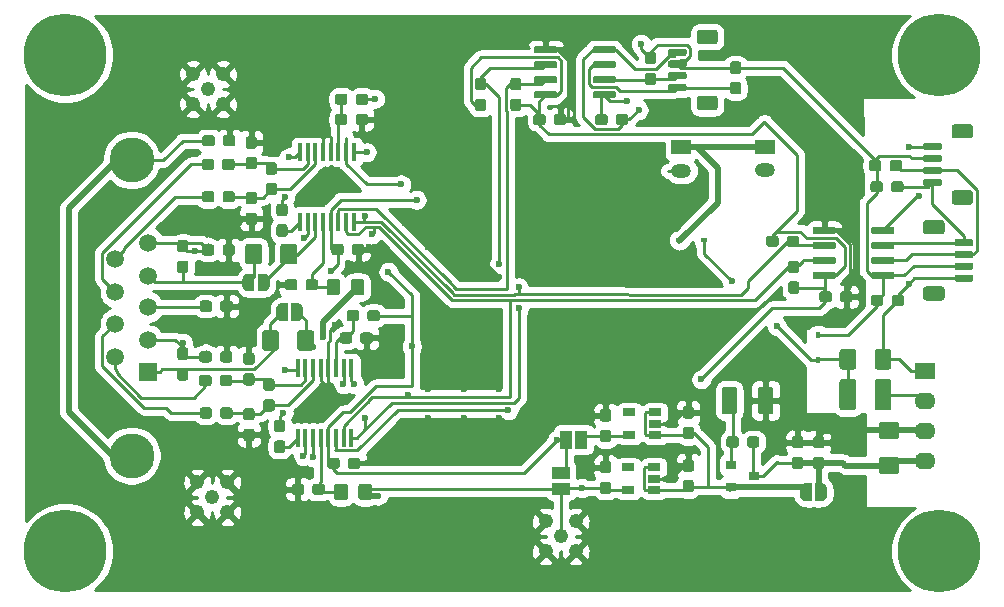
<source format=gtl>
G04 #@! TF.GenerationSoftware,KiCad,Pcbnew,(5.1.5-0)*
G04 #@! TF.CreationDate,2021-11-01T14:26:59-06:00*
G04 #@! TF.ProjectId,2ch-ads,3263682d-6164-4732-9e6b-696361645f70,rev?*
G04 #@! TF.SameCoordinates,Original*
G04 #@! TF.FileFunction,Copper,L1,Top*
G04 #@! TF.FilePolarity,Positive*
%FSLAX46Y46*%
G04 Gerber Fmt 4.6, Leading zero omitted, Abs format (unit mm)*
G04 Created by KiCad (PCBNEW (5.1.5-0)) date 2021-11-01 14:26:59*
%MOMM*%
%LPD*%
G04 APERTURE LIST*
%ADD10C,0.100000*%
%ADD11R,0.450000X1.500000*%
%ADD12C,1.240000*%
%ADD13R,1.500000X1.000000*%
%ADD14R,1.000000X1.500000*%
%ADD15R,1.060000X0.650000*%
%ADD16R,1.800000X1.400000*%
%ADD17O,1.800000X1.400000*%
%ADD18R,0.900000X0.800000*%
%ADD19O,1.700000X1.200000*%
%ADD20R,1.700000X1.200000*%
%ADD21R,0.450000X0.600000*%
%ADD22R,0.600000X0.450000*%
%ADD23C,3.810000*%
%ADD24R,1.520000X1.520000*%
%ADD25C,1.520000*%
%ADD26C,7.000000*%
%ADD27C,0.600000*%
%ADD28C,0.250000*%
%ADD29C,0.500000*%
%ADD30C,0.254000*%
G04 APERTURE END LIST*
G04 #@! TA.AperFunction,SMDPad,CuDef*
D10*
G36*
X120675779Y-82256144D02*
G01*
X120698834Y-82259563D01*
X120721443Y-82265227D01*
X120743387Y-82273079D01*
X120764457Y-82283044D01*
X120784448Y-82295026D01*
X120803168Y-82308910D01*
X120820438Y-82324562D01*
X120836090Y-82341832D01*
X120849974Y-82360552D01*
X120861956Y-82380543D01*
X120871921Y-82401613D01*
X120879773Y-82423557D01*
X120885437Y-82446166D01*
X120888856Y-82469221D01*
X120890000Y-82492500D01*
X120890000Y-82967500D01*
X120888856Y-82990779D01*
X120885437Y-83013834D01*
X120879773Y-83036443D01*
X120871921Y-83058387D01*
X120861956Y-83079457D01*
X120849974Y-83099448D01*
X120836090Y-83118168D01*
X120820438Y-83135438D01*
X120803168Y-83151090D01*
X120784448Y-83164974D01*
X120764457Y-83176956D01*
X120743387Y-83186921D01*
X120721443Y-83194773D01*
X120698834Y-83200437D01*
X120675779Y-83203856D01*
X120652500Y-83205000D01*
X120077500Y-83205000D01*
X120054221Y-83203856D01*
X120031166Y-83200437D01*
X120008557Y-83194773D01*
X119986613Y-83186921D01*
X119965543Y-83176956D01*
X119945552Y-83164974D01*
X119926832Y-83151090D01*
X119909562Y-83135438D01*
X119893910Y-83118168D01*
X119880026Y-83099448D01*
X119868044Y-83079457D01*
X119858079Y-83058387D01*
X119850227Y-83036443D01*
X119844563Y-83013834D01*
X119841144Y-82990779D01*
X119840000Y-82967500D01*
X119840000Y-82492500D01*
X119841144Y-82469221D01*
X119844563Y-82446166D01*
X119850227Y-82423557D01*
X119858079Y-82401613D01*
X119868044Y-82380543D01*
X119880026Y-82360552D01*
X119893910Y-82341832D01*
X119909562Y-82324562D01*
X119926832Y-82308910D01*
X119945552Y-82295026D01*
X119965543Y-82283044D01*
X119986613Y-82273079D01*
X120008557Y-82265227D01*
X120031166Y-82259563D01*
X120054221Y-82256144D01*
X120077500Y-82255000D01*
X120652500Y-82255000D01*
X120675779Y-82256144D01*
G37*
G04 #@! TD.AperFunction*
G04 #@! TA.AperFunction,SMDPad,CuDef*
G36*
X122425779Y-82256144D02*
G01*
X122448834Y-82259563D01*
X122471443Y-82265227D01*
X122493387Y-82273079D01*
X122514457Y-82283044D01*
X122534448Y-82295026D01*
X122553168Y-82308910D01*
X122570438Y-82324562D01*
X122586090Y-82341832D01*
X122599974Y-82360552D01*
X122611956Y-82380543D01*
X122621921Y-82401613D01*
X122629773Y-82423557D01*
X122635437Y-82446166D01*
X122638856Y-82469221D01*
X122640000Y-82492500D01*
X122640000Y-82967500D01*
X122638856Y-82990779D01*
X122635437Y-83013834D01*
X122629773Y-83036443D01*
X122621921Y-83058387D01*
X122611956Y-83079457D01*
X122599974Y-83099448D01*
X122586090Y-83118168D01*
X122570438Y-83135438D01*
X122553168Y-83151090D01*
X122534448Y-83164974D01*
X122514457Y-83176956D01*
X122493387Y-83186921D01*
X122471443Y-83194773D01*
X122448834Y-83200437D01*
X122425779Y-83203856D01*
X122402500Y-83205000D01*
X121827500Y-83205000D01*
X121804221Y-83203856D01*
X121781166Y-83200437D01*
X121758557Y-83194773D01*
X121736613Y-83186921D01*
X121715543Y-83176956D01*
X121695552Y-83164974D01*
X121676832Y-83151090D01*
X121659562Y-83135438D01*
X121643910Y-83118168D01*
X121630026Y-83099448D01*
X121618044Y-83079457D01*
X121608079Y-83058387D01*
X121600227Y-83036443D01*
X121594563Y-83013834D01*
X121591144Y-82990779D01*
X121590000Y-82967500D01*
X121590000Y-82492500D01*
X121591144Y-82469221D01*
X121594563Y-82446166D01*
X121600227Y-82423557D01*
X121608079Y-82401613D01*
X121618044Y-82380543D01*
X121630026Y-82360552D01*
X121643910Y-82341832D01*
X121659562Y-82324562D01*
X121676832Y-82308910D01*
X121695552Y-82295026D01*
X121715543Y-82283044D01*
X121736613Y-82273079D01*
X121758557Y-82265227D01*
X121781166Y-82259563D01*
X121804221Y-82256144D01*
X121827500Y-82255000D01*
X122402500Y-82255000D01*
X122425779Y-82256144D01*
G37*
G04 #@! TD.AperFunction*
G04 #@! TA.AperFunction,SMDPad,CuDef*
G36*
X113437004Y-94976204D02*
G01*
X113461273Y-94979804D01*
X113485071Y-94985765D01*
X113508171Y-94994030D01*
X113530349Y-95004520D01*
X113551393Y-95017133D01*
X113571098Y-95031747D01*
X113589277Y-95048223D01*
X113605753Y-95066402D01*
X113620367Y-95086107D01*
X113632980Y-95107151D01*
X113643470Y-95129329D01*
X113651735Y-95152429D01*
X113657696Y-95176227D01*
X113661296Y-95200496D01*
X113662500Y-95225000D01*
X113662500Y-96475000D01*
X113661296Y-96499504D01*
X113657696Y-96523773D01*
X113651735Y-96547571D01*
X113643470Y-96570671D01*
X113632980Y-96592849D01*
X113620367Y-96613893D01*
X113605753Y-96633598D01*
X113589277Y-96651777D01*
X113571098Y-96668253D01*
X113551393Y-96682867D01*
X113530349Y-96695480D01*
X113508171Y-96705970D01*
X113485071Y-96714235D01*
X113461273Y-96720196D01*
X113437004Y-96723796D01*
X113412500Y-96725000D01*
X112487500Y-96725000D01*
X112462996Y-96723796D01*
X112438727Y-96720196D01*
X112414929Y-96714235D01*
X112391829Y-96705970D01*
X112369651Y-96695480D01*
X112348607Y-96682867D01*
X112328902Y-96668253D01*
X112310723Y-96651777D01*
X112294247Y-96633598D01*
X112279633Y-96613893D01*
X112267020Y-96592849D01*
X112256530Y-96570671D01*
X112248265Y-96547571D01*
X112242304Y-96523773D01*
X112238704Y-96499504D01*
X112237500Y-96475000D01*
X112237500Y-95225000D01*
X112238704Y-95200496D01*
X112242304Y-95176227D01*
X112248265Y-95152429D01*
X112256530Y-95129329D01*
X112267020Y-95107151D01*
X112279633Y-95086107D01*
X112294247Y-95066402D01*
X112310723Y-95048223D01*
X112328902Y-95031747D01*
X112348607Y-95017133D01*
X112369651Y-95004520D01*
X112391829Y-94994030D01*
X112414929Y-94985765D01*
X112438727Y-94979804D01*
X112462996Y-94976204D01*
X112487500Y-94975000D01*
X113412500Y-94975000D01*
X113437004Y-94976204D01*
G37*
G04 #@! TD.AperFunction*
G04 #@! TA.AperFunction,SMDPad,CuDef*
G36*
X116412004Y-94976204D02*
G01*
X116436273Y-94979804D01*
X116460071Y-94985765D01*
X116483171Y-94994030D01*
X116505349Y-95004520D01*
X116526393Y-95017133D01*
X116546098Y-95031747D01*
X116564277Y-95048223D01*
X116580753Y-95066402D01*
X116595367Y-95086107D01*
X116607980Y-95107151D01*
X116618470Y-95129329D01*
X116626735Y-95152429D01*
X116632696Y-95176227D01*
X116636296Y-95200496D01*
X116637500Y-95225000D01*
X116637500Y-96475000D01*
X116636296Y-96499504D01*
X116632696Y-96523773D01*
X116626735Y-96547571D01*
X116618470Y-96570671D01*
X116607980Y-96592849D01*
X116595367Y-96613893D01*
X116580753Y-96633598D01*
X116564277Y-96651777D01*
X116546098Y-96668253D01*
X116526393Y-96682867D01*
X116505349Y-96695480D01*
X116483171Y-96705970D01*
X116460071Y-96714235D01*
X116436273Y-96720196D01*
X116412004Y-96723796D01*
X116387500Y-96725000D01*
X115462500Y-96725000D01*
X115437996Y-96723796D01*
X115413727Y-96720196D01*
X115389929Y-96714235D01*
X115366829Y-96705970D01*
X115344651Y-96695480D01*
X115323607Y-96682867D01*
X115303902Y-96668253D01*
X115285723Y-96651777D01*
X115269247Y-96633598D01*
X115254633Y-96613893D01*
X115242020Y-96592849D01*
X115231530Y-96570671D01*
X115223265Y-96547571D01*
X115217304Y-96523773D01*
X115213704Y-96499504D01*
X115212500Y-96475000D01*
X115212500Y-95225000D01*
X115213704Y-95200496D01*
X115217304Y-95176227D01*
X115223265Y-95152429D01*
X115231530Y-95129329D01*
X115242020Y-95107151D01*
X115254633Y-95086107D01*
X115269247Y-95066402D01*
X115285723Y-95048223D01*
X115303902Y-95031747D01*
X115323607Y-95017133D01*
X115344651Y-95004520D01*
X115366829Y-94994030D01*
X115389929Y-94985765D01*
X115413727Y-94979804D01*
X115437996Y-94976204D01*
X115462500Y-94975000D01*
X116387500Y-94975000D01*
X116412004Y-94976204D01*
G37*
G04 #@! TD.AperFunction*
G04 #@! TA.AperFunction,SMDPad,CuDef*
G36*
X107210779Y-94651144D02*
G01*
X107233834Y-94654563D01*
X107256443Y-94660227D01*
X107278387Y-94668079D01*
X107299457Y-94678044D01*
X107319448Y-94690026D01*
X107338168Y-94703910D01*
X107355438Y-94719562D01*
X107371090Y-94736832D01*
X107384974Y-94755552D01*
X107396956Y-94775543D01*
X107406921Y-94796613D01*
X107414773Y-94818557D01*
X107420437Y-94841166D01*
X107423856Y-94864221D01*
X107425000Y-94887500D01*
X107425000Y-95462500D01*
X107423856Y-95485779D01*
X107420437Y-95508834D01*
X107414773Y-95531443D01*
X107406921Y-95553387D01*
X107396956Y-95574457D01*
X107384974Y-95594448D01*
X107371090Y-95613168D01*
X107355438Y-95630438D01*
X107338168Y-95646090D01*
X107319448Y-95659974D01*
X107299457Y-95671956D01*
X107278387Y-95681921D01*
X107256443Y-95689773D01*
X107233834Y-95695437D01*
X107210779Y-95698856D01*
X107187500Y-95700000D01*
X106712500Y-95700000D01*
X106689221Y-95698856D01*
X106666166Y-95695437D01*
X106643557Y-95689773D01*
X106621613Y-95681921D01*
X106600543Y-95671956D01*
X106580552Y-95659974D01*
X106561832Y-95646090D01*
X106544562Y-95630438D01*
X106528910Y-95613168D01*
X106515026Y-95594448D01*
X106503044Y-95574457D01*
X106493079Y-95553387D01*
X106485227Y-95531443D01*
X106479563Y-95508834D01*
X106476144Y-95485779D01*
X106475000Y-95462500D01*
X106475000Y-94887500D01*
X106476144Y-94864221D01*
X106479563Y-94841166D01*
X106485227Y-94818557D01*
X106493079Y-94796613D01*
X106503044Y-94775543D01*
X106515026Y-94755552D01*
X106528910Y-94736832D01*
X106544562Y-94719562D01*
X106561832Y-94703910D01*
X106580552Y-94690026D01*
X106600543Y-94678044D01*
X106621613Y-94668079D01*
X106643557Y-94660227D01*
X106666166Y-94654563D01*
X106689221Y-94651144D01*
X106712500Y-94650000D01*
X107187500Y-94650000D01*
X107210779Y-94651144D01*
G37*
G04 #@! TD.AperFunction*
G04 #@! TA.AperFunction,SMDPad,CuDef*
G36*
X107210779Y-96401144D02*
G01*
X107233834Y-96404563D01*
X107256443Y-96410227D01*
X107278387Y-96418079D01*
X107299457Y-96428044D01*
X107319448Y-96440026D01*
X107338168Y-96453910D01*
X107355438Y-96469562D01*
X107371090Y-96486832D01*
X107384974Y-96505552D01*
X107396956Y-96525543D01*
X107406921Y-96546613D01*
X107414773Y-96568557D01*
X107420437Y-96591166D01*
X107423856Y-96614221D01*
X107425000Y-96637500D01*
X107425000Y-97212500D01*
X107423856Y-97235779D01*
X107420437Y-97258834D01*
X107414773Y-97281443D01*
X107406921Y-97303387D01*
X107396956Y-97324457D01*
X107384974Y-97344448D01*
X107371090Y-97363168D01*
X107355438Y-97380438D01*
X107338168Y-97396090D01*
X107319448Y-97409974D01*
X107299457Y-97421956D01*
X107278387Y-97431921D01*
X107256443Y-97439773D01*
X107233834Y-97445437D01*
X107210779Y-97448856D01*
X107187500Y-97450000D01*
X106712500Y-97450000D01*
X106689221Y-97448856D01*
X106666166Y-97445437D01*
X106643557Y-97439773D01*
X106621613Y-97431921D01*
X106600543Y-97421956D01*
X106580552Y-97409974D01*
X106561832Y-97396090D01*
X106544562Y-97380438D01*
X106528910Y-97363168D01*
X106515026Y-97344448D01*
X106503044Y-97324457D01*
X106493079Y-97303387D01*
X106485227Y-97281443D01*
X106479563Y-97258834D01*
X106476144Y-97235779D01*
X106475000Y-97212500D01*
X106475000Y-96637500D01*
X106476144Y-96614221D01*
X106479563Y-96591166D01*
X106485227Y-96568557D01*
X106493079Y-96546613D01*
X106503044Y-96525543D01*
X106515026Y-96505552D01*
X106528910Y-96486832D01*
X106544562Y-96469562D01*
X106561832Y-96453910D01*
X106580552Y-96440026D01*
X106600543Y-96428044D01*
X106621613Y-96418079D01*
X106643557Y-96410227D01*
X106666166Y-96404563D01*
X106689221Y-96401144D01*
X106712500Y-96400000D01*
X107187500Y-96400000D01*
X107210779Y-96401144D01*
G37*
G04 #@! TD.AperFunction*
G04 #@! TA.AperFunction,SMDPad,CuDef*
G36*
X121660779Y-100576144D02*
G01*
X121683834Y-100579563D01*
X121706443Y-100585227D01*
X121728387Y-100593079D01*
X121749457Y-100603044D01*
X121769448Y-100615026D01*
X121788168Y-100628910D01*
X121805438Y-100644562D01*
X121821090Y-100661832D01*
X121834974Y-100680552D01*
X121846956Y-100700543D01*
X121856921Y-100721613D01*
X121864773Y-100743557D01*
X121870437Y-100766166D01*
X121873856Y-100789221D01*
X121875000Y-100812500D01*
X121875000Y-101287500D01*
X121873856Y-101310779D01*
X121870437Y-101333834D01*
X121864773Y-101356443D01*
X121856921Y-101378387D01*
X121846956Y-101399457D01*
X121834974Y-101419448D01*
X121821090Y-101438168D01*
X121805438Y-101455438D01*
X121788168Y-101471090D01*
X121769448Y-101484974D01*
X121749457Y-101496956D01*
X121728387Y-101506921D01*
X121706443Y-101514773D01*
X121683834Y-101520437D01*
X121660779Y-101523856D01*
X121637500Y-101525000D01*
X121062500Y-101525000D01*
X121039221Y-101523856D01*
X121016166Y-101520437D01*
X120993557Y-101514773D01*
X120971613Y-101506921D01*
X120950543Y-101496956D01*
X120930552Y-101484974D01*
X120911832Y-101471090D01*
X120894562Y-101455438D01*
X120878910Y-101438168D01*
X120865026Y-101419448D01*
X120853044Y-101399457D01*
X120843079Y-101378387D01*
X120835227Y-101356443D01*
X120829563Y-101333834D01*
X120826144Y-101310779D01*
X120825000Y-101287500D01*
X120825000Y-100812500D01*
X120826144Y-100789221D01*
X120829563Y-100766166D01*
X120835227Y-100743557D01*
X120843079Y-100721613D01*
X120853044Y-100700543D01*
X120865026Y-100680552D01*
X120878910Y-100661832D01*
X120894562Y-100644562D01*
X120911832Y-100628910D01*
X120930552Y-100615026D01*
X120950543Y-100603044D01*
X120971613Y-100593079D01*
X120993557Y-100585227D01*
X121016166Y-100579563D01*
X121039221Y-100576144D01*
X121062500Y-100575000D01*
X121637500Y-100575000D01*
X121660779Y-100576144D01*
G37*
G04 #@! TD.AperFunction*
G04 #@! TA.AperFunction,SMDPad,CuDef*
G36*
X123410779Y-100576144D02*
G01*
X123433834Y-100579563D01*
X123456443Y-100585227D01*
X123478387Y-100593079D01*
X123499457Y-100603044D01*
X123519448Y-100615026D01*
X123538168Y-100628910D01*
X123555438Y-100644562D01*
X123571090Y-100661832D01*
X123584974Y-100680552D01*
X123596956Y-100700543D01*
X123606921Y-100721613D01*
X123614773Y-100743557D01*
X123620437Y-100766166D01*
X123623856Y-100789221D01*
X123625000Y-100812500D01*
X123625000Y-101287500D01*
X123623856Y-101310779D01*
X123620437Y-101333834D01*
X123614773Y-101356443D01*
X123606921Y-101378387D01*
X123596956Y-101399457D01*
X123584974Y-101419448D01*
X123571090Y-101438168D01*
X123555438Y-101455438D01*
X123538168Y-101471090D01*
X123519448Y-101484974D01*
X123499457Y-101496956D01*
X123478387Y-101506921D01*
X123456443Y-101514773D01*
X123433834Y-101520437D01*
X123410779Y-101523856D01*
X123387500Y-101525000D01*
X122812500Y-101525000D01*
X122789221Y-101523856D01*
X122766166Y-101520437D01*
X122743557Y-101514773D01*
X122721613Y-101506921D01*
X122700543Y-101496956D01*
X122680552Y-101484974D01*
X122661832Y-101471090D01*
X122644562Y-101455438D01*
X122628910Y-101438168D01*
X122615026Y-101419448D01*
X122603044Y-101399457D01*
X122593079Y-101378387D01*
X122585227Y-101356443D01*
X122579563Y-101333834D01*
X122576144Y-101310779D01*
X122575000Y-101287500D01*
X122575000Y-100812500D01*
X122576144Y-100789221D01*
X122579563Y-100766166D01*
X122585227Y-100743557D01*
X122593079Y-100721613D01*
X122603044Y-100700543D01*
X122615026Y-100680552D01*
X122628910Y-100661832D01*
X122644562Y-100644562D01*
X122661832Y-100628910D01*
X122680552Y-100615026D01*
X122700543Y-100603044D01*
X122721613Y-100593079D01*
X122743557Y-100585227D01*
X122766166Y-100579563D01*
X122789221Y-100576144D01*
X122812500Y-100575000D01*
X123387500Y-100575000D01*
X123410779Y-100576144D01*
G37*
G04 #@! TD.AperFunction*
G04 #@! TA.AperFunction,SMDPad,CuDef*
G36*
X114862004Y-102276204D02*
G01*
X114886273Y-102279804D01*
X114910071Y-102285765D01*
X114933171Y-102294030D01*
X114955349Y-102304520D01*
X114976393Y-102317133D01*
X114996098Y-102331747D01*
X115014277Y-102348223D01*
X115030753Y-102366402D01*
X115045367Y-102386107D01*
X115057980Y-102407151D01*
X115068470Y-102429329D01*
X115076735Y-102452429D01*
X115082696Y-102476227D01*
X115086296Y-102500496D01*
X115087500Y-102525000D01*
X115087500Y-103775000D01*
X115086296Y-103799504D01*
X115082696Y-103823773D01*
X115076735Y-103847571D01*
X115068470Y-103870671D01*
X115057980Y-103892849D01*
X115045367Y-103913893D01*
X115030753Y-103933598D01*
X115014277Y-103951777D01*
X114996098Y-103968253D01*
X114976393Y-103982867D01*
X114955349Y-103995480D01*
X114933171Y-104005970D01*
X114910071Y-104014235D01*
X114886273Y-104020196D01*
X114862004Y-104023796D01*
X114837500Y-104025000D01*
X113912500Y-104025000D01*
X113887996Y-104023796D01*
X113863727Y-104020196D01*
X113839929Y-104014235D01*
X113816829Y-104005970D01*
X113794651Y-103995480D01*
X113773607Y-103982867D01*
X113753902Y-103968253D01*
X113735723Y-103951777D01*
X113719247Y-103933598D01*
X113704633Y-103913893D01*
X113692020Y-103892849D01*
X113681530Y-103870671D01*
X113673265Y-103847571D01*
X113667304Y-103823773D01*
X113663704Y-103799504D01*
X113662500Y-103775000D01*
X113662500Y-102525000D01*
X113663704Y-102500496D01*
X113667304Y-102476227D01*
X113673265Y-102452429D01*
X113681530Y-102429329D01*
X113692020Y-102407151D01*
X113704633Y-102386107D01*
X113719247Y-102366402D01*
X113735723Y-102348223D01*
X113753902Y-102331747D01*
X113773607Y-102317133D01*
X113794651Y-102304520D01*
X113816829Y-102294030D01*
X113839929Y-102285765D01*
X113863727Y-102279804D01*
X113887996Y-102276204D01*
X113912500Y-102275000D01*
X114837500Y-102275000D01*
X114862004Y-102276204D01*
G37*
G04 #@! TD.AperFunction*
G04 #@! TA.AperFunction,SMDPad,CuDef*
G36*
X117837004Y-102276204D02*
G01*
X117861273Y-102279804D01*
X117885071Y-102285765D01*
X117908171Y-102294030D01*
X117930349Y-102304520D01*
X117951393Y-102317133D01*
X117971098Y-102331747D01*
X117989277Y-102348223D01*
X118005753Y-102366402D01*
X118020367Y-102386107D01*
X118032980Y-102407151D01*
X118043470Y-102429329D01*
X118051735Y-102452429D01*
X118057696Y-102476227D01*
X118061296Y-102500496D01*
X118062500Y-102525000D01*
X118062500Y-103775000D01*
X118061296Y-103799504D01*
X118057696Y-103823773D01*
X118051735Y-103847571D01*
X118043470Y-103870671D01*
X118032980Y-103892849D01*
X118020367Y-103913893D01*
X118005753Y-103933598D01*
X117989277Y-103951777D01*
X117971098Y-103968253D01*
X117951393Y-103982867D01*
X117930349Y-103995480D01*
X117908171Y-104005970D01*
X117885071Y-104014235D01*
X117861273Y-104020196D01*
X117837004Y-104023796D01*
X117812500Y-104025000D01*
X116887500Y-104025000D01*
X116862996Y-104023796D01*
X116838727Y-104020196D01*
X116814929Y-104014235D01*
X116791829Y-104005970D01*
X116769651Y-103995480D01*
X116748607Y-103982867D01*
X116728902Y-103968253D01*
X116710723Y-103951777D01*
X116694247Y-103933598D01*
X116679633Y-103913893D01*
X116667020Y-103892849D01*
X116656530Y-103870671D01*
X116648265Y-103847571D01*
X116642304Y-103823773D01*
X116638704Y-103799504D01*
X116637500Y-103775000D01*
X116637500Y-102525000D01*
X116638704Y-102500496D01*
X116642304Y-102476227D01*
X116648265Y-102452429D01*
X116656530Y-102429329D01*
X116667020Y-102407151D01*
X116679633Y-102386107D01*
X116694247Y-102366402D01*
X116710723Y-102348223D01*
X116728902Y-102331747D01*
X116748607Y-102317133D01*
X116769651Y-102304520D01*
X116791829Y-102294030D01*
X116814929Y-102285765D01*
X116838727Y-102279804D01*
X116862996Y-102276204D01*
X116887500Y-102275000D01*
X117812500Y-102275000D01*
X117837004Y-102276204D01*
G37*
G04 #@! TD.AperFunction*
G04 #@! TA.AperFunction,SMDPad,CuDef*
G36*
X107210779Y-103751144D02*
G01*
X107233834Y-103754563D01*
X107256443Y-103760227D01*
X107278387Y-103768079D01*
X107299457Y-103778044D01*
X107319448Y-103790026D01*
X107338168Y-103803910D01*
X107355438Y-103819562D01*
X107371090Y-103836832D01*
X107384974Y-103855552D01*
X107396956Y-103875543D01*
X107406921Y-103896613D01*
X107414773Y-103918557D01*
X107420437Y-103941166D01*
X107423856Y-103964221D01*
X107425000Y-103987500D01*
X107425000Y-104562500D01*
X107423856Y-104585779D01*
X107420437Y-104608834D01*
X107414773Y-104631443D01*
X107406921Y-104653387D01*
X107396956Y-104674457D01*
X107384974Y-104694448D01*
X107371090Y-104713168D01*
X107355438Y-104730438D01*
X107338168Y-104746090D01*
X107319448Y-104759974D01*
X107299457Y-104771956D01*
X107278387Y-104781921D01*
X107256443Y-104789773D01*
X107233834Y-104795437D01*
X107210779Y-104798856D01*
X107187500Y-104800000D01*
X106712500Y-104800000D01*
X106689221Y-104798856D01*
X106666166Y-104795437D01*
X106643557Y-104789773D01*
X106621613Y-104781921D01*
X106600543Y-104771956D01*
X106580552Y-104759974D01*
X106561832Y-104746090D01*
X106544562Y-104730438D01*
X106528910Y-104713168D01*
X106515026Y-104694448D01*
X106503044Y-104674457D01*
X106493079Y-104653387D01*
X106485227Y-104631443D01*
X106479563Y-104608834D01*
X106476144Y-104585779D01*
X106475000Y-104562500D01*
X106475000Y-103987500D01*
X106476144Y-103964221D01*
X106479563Y-103941166D01*
X106485227Y-103918557D01*
X106493079Y-103896613D01*
X106503044Y-103875543D01*
X106515026Y-103855552D01*
X106528910Y-103836832D01*
X106544562Y-103819562D01*
X106561832Y-103803910D01*
X106580552Y-103790026D01*
X106600543Y-103778044D01*
X106621613Y-103768079D01*
X106643557Y-103760227D01*
X106666166Y-103754563D01*
X106689221Y-103751144D01*
X106712500Y-103750000D01*
X107187500Y-103750000D01*
X107210779Y-103751144D01*
G37*
G04 #@! TD.AperFunction*
G04 #@! TA.AperFunction,SMDPad,CuDef*
G36*
X107210779Y-105501144D02*
G01*
X107233834Y-105504563D01*
X107256443Y-105510227D01*
X107278387Y-105518079D01*
X107299457Y-105528044D01*
X107319448Y-105540026D01*
X107338168Y-105553910D01*
X107355438Y-105569562D01*
X107371090Y-105586832D01*
X107384974Y-105605552D01*
X107396956Y-105625543D01*
X107406921Y-105646613D01*
X107414773Y-105668557D01*
X107420437Y-105691166D01*
X107423856Y-105714221D01*
X107425000Y-105737500D01*
X107425000Y-106312500D01*
X107423856Y-106335779D01*
X107420437Y-106358834D01*
X107414773Y-106381443D01*
X107406921Y-106403387D01*
X107396956Y-106424457D01*
X107384974Y-106444448D01*
X107371090Y-106463168D01*
X107355438Y-106480438D01*
X107338168Y-106496090D01*
X107319448Y-106509974D01*
X107299457Y-106521956D01*
X107278387Y-106531921D01*
X107256443Y-106539773D01*
X107233834Y-106545437D01*
X107210779Y-106548856D01*
X107187500Y-106550000D01*
X106712500Y-106550000D01*
X106689221Y-106548856D01*
X106666166Y-106545437D01*
X106643557Y-106539773D01*
X106621613Y-106531921D01*
X106600543Y-106521956D01*
X106580552Y-106509974D01*
X106561832Y-106496090D01*
X106544562Y-106480438D01*
X106528910Y-106463168D01*
X106515026Y-106444448D01*
X106503044Y-106424457D01*
X106493079Y-106403387D01*
X106485227Y-106381443D01*
X106479563Y-106358834D01*
X106476144Y-106335779D01*
X106475000Y-106312500D01*
X106475000Y-105737500D01*
X106476144Y-105714221D01*
X106479563Y-105691166D01*
X106485227Y-105668557D01*
X106493079Y-105646613D01*
X106503044Y-105625543D01*
X106515026Y-105605552D01*
X106528910Y-105586832D01*
X106544562Y-105569562D01*
X106561832Y-105553910D01*
X106580552Y-105540026D01*
X106600543Y-105528044D01*
X106621613Y-105518079D01*
X106643557Y-105510227D01*
X106666166Y-105504563D01*
X106689221Y-105501144D01*
X106712500Y-105500000D01*
X107187500Y-105500000D01*
X107210779Y-105501144D01*
G37*
G04 #@! TD.AperFunction*
G04 #@! TA.AperFunction,SMDPad,CuDef*
G36*
X113800000Y-97500602D02*
G01*
X113824534Y-97500602D01*
X113873365Y-97505412D01*
X113921490Y-97514984D01*
X113968445Y-97529228D01*
X114013778Y-97548005D01*
X114057051Y-97571136D01*
X114097850Y-97598396D01*
X114135779Y-97629524D01*
X114170476Y-97664221D01*
X114201604Y-97702150D01*
X114228864Y-97742949D01*
X114251995Y-97786222D01*
X114270772Y-97831555D01*
X114285016Y-97878510D01*
X114294588Y-97926635D01*
X114299398Y-97975466D01*
X114299398Y-98000000D01*
X114300000Y-98000000D01*
X114300000Y-98500000D01*
X114299398Y-98500000D01*
X114299398Y-98524534D01*
X114294588Y-98573365D01*
X114285016Y-98621490D01*
X114270772Y-98668445D01*
X114251995Y-98713778D01*
X114228864Y-98757051D01*
X114201604Y-98797850D01*
X114170476Y-98835779D01*
X114135779Y-98870476D01*
X114097850Y-98901604D01*
X114057051Y-98928864D01*
X114013778Y-98951995D01*
X113968445Y-98970772D01*
X113921490Y-98985016D01*
X113873365Y-98994588D01*
X113824534Y-98999398D01*
X113800000Y-98999398D01*
X113800000Y-99000000D01*
X113300000Y-99000000D01*
X113300000Y-97500000D01*
X113800000Y-97500000D01*
X113800000Y-97500602D01*
G37*
G04 #@! TD.AperFunction*
G04 #@! TA.AperFunction,SMDPad,CuDef*
G36*
X113000000Y-99000000D02*
G01*
X112500000Y-99000000D01*
X112500000Y-98999398D01*
X112475466Y-98999398D01*
X112426635Y-98994588D01*
X112378510Y-98985016D01*
X112331555Y-98970772D01*
X112286222Y-98951995D01*
X112242949Y-98928864D01*
X112202150Y-98901604D01*
X112164221Y-98870476D01*
X112129524Y-98835779D01*
X112098396Y-98797850D01*
X112071136Y-98757051D01*
X112048005Y-98713778D01*
X112029228Y-98668445D01*
X112014984Y-98621490D01*
X112005412Y-98573365D01*
X112000602Y-98524534D01*
X112000602Y-98500000D01*
X112000000Y-98500000D01*
X112000000Y-98000000D01*
X112000602Y-98000000D01*
X112000602Y-97975466D01*
X112005412Y-97926635D01*
X112014984Y-97878510D01*
X112029228Y-97831555D01*
X112048005Y-97786222D01*
X112071136Y-97742949D01*
X112098396Y-97702150D01*
X112129524Y-97664221D01*
X112164221Y-97629524D01*
X112202150Y-97598396D01*
X112242949Y-97571136D01*
X112286222Y-97548005D01*
X112331555Y-97529228D01*
X112378510Y-97514984D01*
X112426635Y-97505412D01*
X112475466Y-97500602D01*
X112500000Y-97500602D01*
X112500000Y-97500000D01*
X113000000Y-97500000D01*
X113000000Y-99000000D01*
G37*
G04 #@! TD.AperFunction*
G04 #@! TA.AperFunction,SMDPad,CuDef*
G36*
X116650000Y-100000602D02*
G01*
X116674534Y-100000602D01*
X116723365Y-100005412D01*
X116771490Y-100014984D01*
X116818445Y-100029228D01*
X116863778Y-100048005D01*
X116907051Y-100071136D01*
X116947850Y-100098396D01*
X116985779Y-100129524D01*
X117020476Y-100164221D01*
X117051604Y-100202150D01*
X117078864Y-100242949D01*
X117101995Y-100286222D01*
X117120772Y-100331555D01*
X117135016Y-100378510D01*
X117144588Y-100426635D01*
X117149398Y-100475466D01*
X117149398Y-100500000D01*
X117150000Y-100500000D01*
X117150000Y-101000000D01*
X117149398Y-101000000D01*
X117149398Y-101024534D01*
X117144588Y-101073365D01*
X117135016Y-101121490D01*
X117120772Y-101168445D01*
X117101995Y-101213778D01*
X117078864Y-101257051D01*
X117051604Y-101297850D01*
X117020476Y-101335779D01*
X116985779Y-101370476D01*
X116947850Y-101401604D01*
X116907051Y-101428864D01*
X116863778Y-101451995D01*
X116818445Y-101470772D01*
X116771490Y-101485016D01*
X116723365Y-101494588D01*
X116674534Y-101499398D01*
X116650000Y-101499398D01*
X116650000Y-101500000D01*
X116150000Y-101500000D01*
X116150000Y-100000000D01*
X116650000Y-100000000D01*
X116650000Y-100000602D01*
G37*
G04 #@! TD.AperFunction*
G04 #@! TA.AperFunction,SMDPad,CuDef*
G36*
X115850000Y-101500000D02*
G01*
X115350000Y-101500000D01*
X115350000Y-101499398D01*
X115325466Y-101499398D01*
X115276635Y-101494588D01*
X115228510Y-101485016D01*
X115181555Y-101470772D01*
X115136222Y-101451995D01*
X115092949Y-101428864D01*
X115052150Y-101401604D01*
X115014221Y-101370476D01*
X114979524Y-101335779D01*
X114948396Y-101297850D01*
X114921136Y-101257051D01*
X114898005Y-101213778D01*
X114879228Y-101168445D01*
X114864984Y-101121490D01*
X114855412Y-101073365D01*
X114850602Y-101024534D01*
X114850602Y-101000000D01*
X114850000Y-101000000D01*
X114850000Y-100500000D01*
X114850602Y-100500000D01*
X114850602Y-100475466D01*
X114855412Y-100426635D01*
X114864984Y-100378510D01*
X114879228Y-100331555D01*
X114898005Y-100286222D01*
X114921136Y-100242949D01*
X114948396Y-100202150D01*
X114979524Y-100164221D01*
X115014221Y-100129524D01*
X115052150Y-100098396D01*
X115092949Y-100071136D01*
X115136222Y-100048005D01*
X115181555Y-100029228D01*
X115228510Y-100014984D01*
X115276635Y-100005412D01*
X115325466Y-100000602D01*
X115350000Y-100000602D01*
X115350000Y-100000000D01*
X115850000Y-100000000D01*
X115850000Y-101500000D01*
G37*
G04 #@! TD.AperFunction*
G04 #@! TA.AperFunction,SMDPad,CuDef*
G36*
X120660779Y-83976144D02*
G01*
X120683834Y-83979563D01*
X120706443Y-83985227D01*
X120728387Y-83993079D01*
X120749457Y-84003044D01*
X120769448Y-84015026D01*
X120788168Y-84028910D01*
X120805438Y-84044562D01*
X120821090Y-84061832D01*
X120834974Y-84080552D01*
X120846956Y-84100543D01*
X120856921Y-84121613D01*
X120864773Y-84143557D01*
X120870437Y-84166166D01*
X120873856Y-84189221D01*
X120875000Y-84212500D01*
X120875000Y-84687500D01*
X120873856Y-84710779D01*
X120870437Y-84733834D01*
X120864773Y-84756443D01*
X120856921Y-84778387D01*
X120846956Y-84799457D01*
X120834974Y-84819448D01*
X120821090Y-84838168D01*
X120805438Y-84855438D01*
X120788168Y-84871090D01*
X120769448Y-84884974D01*
X120749457Y-84896956D01*
X120728387Y-84906921D01*
X120706443Y-84914773D01*
X120683834Y-84920437D01*
X120660779Y-84923856D01*
X120637500Y-84925000D01*
X120062500Y-84925000D01*
X120039221Y-84923856D01*
X120016166Y-84920437D01*
X119993557Y-84914773D01*
X119971613Y-84906921D01*
X119950543Y-84896956D01*
X119930552Y-84884974D01*
X119911832Y-84871090D01*
X119894562Y-84855438D01*
X119878910Y-84838168D01*
X119865026Y-84819448D01*
X119853044Y-84799457D01*
X119843079Y-84778387D01*
X119835227Y-84756443D01*
X119829563Y-84733834D01*
X119826144Y-84710779D01*
X119825000Y-84687500D01*
X119825000Y-84212500D01*
X119826144Y-84189221D01*
X119829563Y-84166166D01*
X119835227Y-84143557D01*
X119843079Y-84121613D01*
X119853044Y-84100543D01*
X119865026Y-84080552D01*
X119878910Y-84061832D01*
X119894562Y-84044562D01*
X119911832Y-84028910D01*
X119930552Y-84015026D01*
X119950543Y-84003044D01*
X119971613Y-83993079D01*
X119993557Y-83985227D01*
X120016166Y-83979563D01*
X120039221Y-83976144D01*
X120062500Y-83975000D01*
X120637500Y-83975000D01*
X120660779Y-83976144D01*
G37*
G04 #@! TD.AperFunction*
G04 #@! TA.AperFunction,SMDPad,CuDef*
G36*
X122410779Y-83976144D02*
G01*
X122433834Y-83979563D01*
X122456443Y-83985227D01*
X122478387Y-83993079D01*
X122499457Y-84003044D01*
X122519448Y-84015026D01*
X122538168Y-84028910D01*
X122555438Y-84044562D01*
X122571090Y-84061832D01*
X122584974Y-84080552D01*
X122596956Y-84100543D01*
X122606921Y-84121613D01*
X122614773Y-84143557D01*
X122620437Y-84166166D01*
X122623856Y-84189221D01*
X122625000Y-84212500D01*
X122625000Y-84687500D01*
X122623856Y-84710779D01*
X122620437Y-84733834D01*
X122614773Y-84756443D01*
X122606921Y-84778387D01*
X122596956Y-84799457D01*
X122584974Y-84819448D01*
X122571090Y-84838168D01*
X122555438Y-84855438D01*
X122538168Y-84871090D01*
X122519448Y-84884974D01*
X122499457Y-84896956D01*
X122478387Y-84906921D01*
X122456443Y-84914773D01*
X122433834Y-84920437D01*
X122410779Y-84923856D01*
X122387500Y-84925000D01*
X121812500Y-84925000D01*
X121789221Y-84923856D01*
X121766166Y-84920437D01*
X121743557Y-84914773D01*
X121721613Y-84906921D01*
X121700543Y-84896956D01*
X121680552Y-84884974D01*
X121661832Y-84871090D01*
X121644562Y-84855438D01*
X121628910Y-84838168D01*
X121615026Y-84819448D01*
X121603044Y-84799457D01*
X121593079Y-84778387D01*
X121585227Y-84756443D01*
X121579563Y-84733834D01*
X121576144Y-84710779D01*
X121575000Y-84687500D01*
X121575000Y-84212500D01*
X121576144Y-84189221D01*
X121579563Y-84166166D01*
X121585227Y-84143557D01*
X121593079Y-84121613D01*
X121603044Y-84100543D01*
X121615026Y-84080552D01*
X121628910Y-84061832D01*
X121644562Y-84044562D01*
X121661832Y-84028910D01*
X121680552Y-84015026D01*
X121700543Y-84003044D01*
X121721613Y-83993079D01*
X121743557Y-83985227D01*
X121766166Y-83979563D01*
X121789221Y-83976144D01*
X121812500Y-83975000D01*
X122387500Y-83975000D01*
X122410779Y-83976144D01*
G37*
G04 #@! TD.AperFunction*
G04 #@! TA.AperFunction,SMDPad,CuDef*
G36*
X121060779Y-102476144D02*
G01*
X121083834Y-102479563D01*
X121106443Y-102485227D01*
X121128387Y-102493079D01*
X121149457Y-102503044D01*
X121169448Y-102515026D01*
X121188168Y-102528910D01*
X121205438Y-102544562D01*
X121221090Y-102561832D01*
X121234974Y-102580552D01*
X121246956Y-102600543D01*
X121256921Y-102621613D01*
X121264773Y-102643557D01*
X121270437Y-102666166D01*
X121273856Y-102689221D01*
X121275000Y-102712500D01*
X121275000Y-103187500D01*
X121273856Y-103210779D01*
X121270437Y-103233834D01*
X121264773Y-103256443D01*
X121256921Y-103278387D01*
X121246956Y-103299457D01*
X121234974Y-103319448D01*
X121221090Y-103338168D01*
X121205438Y-103355438D01*
X121188168Y-103371090D01*
X121169448Y-103384974D01*
X121149457Y-103396956D01*
X121128387Y-103406921D01*
X121106443Y-103414773D01*
X121083834Y-103420437D01*
X121060779Y-103423856D01*
X121037500Y-103425000D01*
X120462500Y-103425000D01*
X120439221Y-103423856D01*
X120416166Y-103420437D01*
X120393557Y-103414773D01*
X120371613Y-103406921D01*
X120350543Y-103396956D01*
X120330552Y-103384974D01*
X120311832Y-103371090D01*
X120294562Y-103355438D01*
X120278910Y-103338168D01*
X120265026Y-103319448D01*
X120253044Y-103299457D01*
X120243079Y-103278387D01*
X120235227Y-103256443D01*
X120229563Y-103233834D01*
X120226144Y-103210779D01*
X120225000Y-103187500D01*
X120225000Y-102712500D01*
X120226144Y-102689221D01*
X120229563Y-102666166D01*
X120235227Y-102643557D01*
X120243079Y-102621613D01*
X120253044Y-102600543D01*
X120265026Y-102580552D01*
X120278910Y-102561832D01*
X120294562Y-102544562D01*
X120311832Y-102528910D01*
X120330552Y-102515026D01*
X120350543Y-102503044D01*
X120371613Y-102493079D01*
X120393557Y-102485227D01*
X120416166Y-102479563D01*
X120439221Y-102476144D01*
X120462500Y-102475000D01*
X121037500Y-102475000D01*
X121060779Y-102476144D01*
G37*
G04 #@! TD.AperFunction*
G04 #@! TA.AperFunction,SMDPad,CuDef*
G36*
X122810779Y-102476144D02*
G01*
X122833834Y-102479563D01*
X122856443Y-102485227D01*
X122878387Y-102493079D01*
X122899457Y-102503044D01*
X122919448Y-102515026D01*
X122938168Y-102528910D01*
X122955438Y-102544562D01*
X122971090Y-102561832D01*
X122984974Y-102580552D01*
X122996956Y-102600543D01*
X123006921Y-102621613D01*
X123014773Y-102643557D01*
X123020437Y-102666166D01*
X123023856Y-102689221D01*
X123025000Y-102712500D01*
X123025000Y-103187500D01*
X123023856Y-103210779D01*
X123020437Y-103233834D01*
X123014773Y-103256443D01*
X123006921Y-103278387D01*
X122996956Y-103299457D01*
X122984974Y-103319448D01*
X122971090Y-103338168D01*
X122955438Y-103355438D01*
X122938168Y-103371090D01*
X122919448Y-103384974D01*
X122899457Y-103396956D01*
X122878387Y-103406921D01*
X122856443Y-103414773D01*
X122833834Y-103420437D01*
X122810779Y-103423856D01*
X122787500Y-103425000D01*
X122212500Y-103425000D01*
X122189221Y-103423856D01*
X122166166Y-103420437D01*
X122143557Y-103414773D01*
X122121613Y-103406921D01*
X122100543Y-103396956D01*
X122080552Y-103384974D01*
X122061832Y-103371090D01*
X122044562Y-103355438D01*
X122028910Y-103338168D01*
X122015026Y-103319448D01*
X122003044Y-103299457D01*
X121993079Y-103278387D01*
X121985227Y-103256443D01*
X121979563Y-103233834D01*
X121976144Y-103210779D01*
X121975000Y-103187500D01*
X121975000Y-102712500D01*
X121976144Y-102689221D01*
X121979563Y-102666166D01*
X121985227Y-102643557D01*
X121993079Y-102621613D01*
X122003044Y-102600543D01*
X122015026Y-102580552D01*
X122028910Y-102561832D01*
X122044562Y-102544562D01*
X122061832Y-102528910D01*
X122080552Y-102515026D01*
X122100543Y-102503044D01*
X122121613Y-102493079D01*
X122143557Y-102485227D01*
X122166166Y-102479563D01*
X122189221Y-102476144D01*
X122212500Y-102475000D01*
X122787500Y-102475000D01*
X122810779Y-102476144D01*
G37*
G04 #@! TD.AperFunction*
G04 #@! TA.AperFunction,SMDPad,CuDef*
G36*
X109210779Y-99776144D02*
G01*
X109233834Y-99779563D01*
X109256443Y-99785227D01*
X109278387Y-99793079D01*
X109299457Y-99803044D01*
X109319448Y-99815026D01*
X109338168Y-99828910D01*
X109355438Y-99844562D01*
X109371090Y-99861832D01*
X109384974Y-99880552D01*
X109396956Y-99900543D01*
X109406921Y-99921613D01*
X109414773Y-99943557D01*
X109420437Y-99966166D01*
X109423856Y-99989221D01*
X109425000Y-100012500D01*
X109425000Y-100487500D01*
X109423856Y-100510779D01*
X109420437Y-100533834D01*
X109414773Y-100556443D01*
X109406921Y-100578387D01*
X109396956Y-100599457D01*
X109384974Y-100619448D01*
X109371090Y-100638168D01*
X109355438Y-100655438D01*
X109338168Y-100671090D01*
X109319448Y-100684974D01*
X109299457Y-100696956D01*
X109278387Y-100706921D01*
X109256443Y-100714773D01*
X109233834Y-100720437D01*
X109210779Y-100723856D01*
X109187500Y-100725000D01*
X108612500Y-100725000D01*
X108589221Y-100723856D01*
X108566166Y-100720437D01*
X108543557Y-100714773D01*
X108521613Y-100706921D01*
X108500543Y-100696956D01*
X108480552Y-100684974D01*
X108461832Y-100671090D01*
X108444562Y-100655438D01*
X108428910Y-100638168D01*
X108415026Y-100619448D01*
X108403044Y-100599457D01*
X108393079Y-100578387D01*
X108385227Y-100556443D01*
X108379563Y-100533834D01*
X108376144Y-100510779D01*
X108375000Y-100487500D01*
X108375000Y-100012500D01*
X108376144Y-99989221D01*
X108379563Y-99966166D01*
X108385227Y-99943557D01*
X108393079Y-99921613D01*
X108403044Y-99900543D01*
X108415026Y-99880552D01*
X108428910Y-99861832D01*
X108444562Y-99844562D01*
X108461832Y-99828910D01*
X108480552Y-99815026D01*
X108500543Y-99803044D01*
X108521613Y-99793079D01*
X108543557Y-99785227D01*
X108566166Y-99779563D01*
X108589221Y-99776144D01*
X108612500Y-99775000D01*
X109187500Y-99775000D01*
X109210779Y-99776144D01*
G37*
G04 #@! TD.AperFunction*
G04 #@! TA.AperFunction,SMDPad,CuDef*
G36*
X110960779Y-99776144D02*
G01*
X110983834Y-99779563D01*
X111006443Y-99785227D01*
X111028387Y-99793079D01*
X111049457Y-99803044D01*
X111069448Y-99815026D01*
X111088168Y-99828910D01*
X111105438Y-99844562D01*
X111121090Y-99861832D01*
X111134974Y-99880552D01*
X111146956Y-99900543D01*
X111156921Y-99921613D01*
X111164773Y-99943557D01*
X111170437Y-99966166D01*
X111173856Y-99989221D01*
X111175000Y-100012500D01*
X111175000Y-100487500D01*
X111173856Y-100510779D01*
X111170437Y-100533834D01*
X111164773Y-100556443D01*
X111156921Y-100578387D01*
X111146956Y-100599457D01*
X111134974Y-100619448D01*
X111121090Y-100638168D01*
X111105438Y-100655438D01*
X111088168Y-100671090D01*
X111069448Y-100684974D01*
X111049457Y-100696956D01*
X111028387Y-100706921D01*
X111006443Y-100714773D01*
X110983834Y-100720437D01*
X110960779Y-100723856D01*
X110937500Y-100725000D01*
X110362500Y-100725000D01*
X110339221Y-100723856D01*
X110316166Y-100720437D01*
X110293557Y-100714773D01*
X110271613Y-100706921D01*
X110250543Y-100696956D01*
X110230552Y-100684974D01*
X110211832Y-100671090D01*
X110194562Y-100655438D01*
X110178910Y-100638168D01*
X110165026Y-100619448D01*
X110153044Y-100599457D01*
X110143079Y-100578387D01*
X110135227Y-100556443D01*
X110129563Y-100533834D01*
X110126144Y-100510779D01*
X110125000Y-100487500D01*
X110125000Y-100012500D01*
X110126144Y-99989221D01*
X110129563Y-99966166D01*
X110135227Y-99943557D01*
X110143079Y-99921613D01*
X110153044Y-99900543D01*
X110165026Y-99880552D01*
X110178910Y-99861832D01*
X110194562Y-99844562D01*
X110211832Y-99828910D01*
X110230552Y-99815026D01*
X110250543Y-99803044D01*
X110271613Y-99793079D01*
X110293557Y-99785227D01*
X110316166Y-99779563D01*
X110339221Y-99776144D01*
X110362500Y-99775000D01*
X110937500Y-99775000D01*
X110960779Y-99776144D01*
G37*
G04 #@! TD.AperFunction*
G04 #@! TA.AperFunction,SMDPad,CuDef*
G36*
X138514703Y-82055722D02*
G01*
X138529264Y-82057882D01*
X138543543Y-82061459D01*
X138557403Y-82066418D01*
X138570710Y-82072712D01*
X138583336Y-82080280D01*
X138595159Y-82089048D01*
X138606066Y-82098934D01*
X138615952Y-82109841D01*
X138624720Y-82121664D01*
X138632288Y-82134290D01*
X138638582Y-82147597D01*
X138643541Y-82161457D01*
X138647118Y-82175736D01*
X138649278Y-82190297D01*
X138650000Y-82205000D01*
X138650000Y-82505000D01*
X138649278Y-82519703D01*
X138647118Y-82534264D01*
X138643541Y-82548543D01*
X138638582Y-82562403D01*
X138632288Y-82575710D01*
X138624720Y-82588336D01*
X138615952Y-82600159D01*
X138606066Y-82611066D01*
X138595159Y-82620952D01*
X138583336Y-82629720D01*
X138570710Y-82637288D01*
X138557403Y-82643582D01*
X138543543Y-82648541D01*
X138529264Y-82652118D01*
X138514703Y-82654278D01*
X138500000Y-82655000D01*
X136850000Y-82655000D01*
X136835297Y-82654278D01*
X136820736Y-82652118D01*
X136806457Y-82648541D01*
X136792597Y-82643582D01*
X136779290Y-82637288D01*
X136766664Y-82629720D01*
X136754841Y-82620952D01*
X136743934Y-82611066D01*
X136734048Y-82600159D01*
X136725280Y-82588336D01*
X136717712Y-82575710D01*
X136711418Y-82562403D01*
X136706459Y-82548543D01*
X136702882Y-82534264D01*
X136700722Y-82519703D01*
X136700000Y-82505000D01*
X136700000Y-82205000D01*
X136700722Y-82190297D01*
X136702882Y-82175736D01*
X136706459Y-82161457D01*
X136711418Y-82147597D01*
X136717712Y-82134290D01*
X136725280Y-82121664D01*
X136734048Y-82109841D01*
X136743934Y-82098934D01*
X136754841Y-82089048D01*
X136766664Y-82080280D01*
X136779290Y-82072712D01*
X136792597Y-82066418D01*
X136806457Y-82061459D01*
X136820736Y-82057882D01*
X136835297Y-82055722D01*
X136850000Y-82055000D01*
X138500000Y-82055000D01*
X138514703Y-82055722D01*
G37*
G04 #@! TD.AperFunction*
G04 #@! TA.AperFunction,SMDPad,CuDef*
G36*
X138514703Y-80785722D02*
G01*
X138529264Y-80787882D01*
X138543543Y-80791459D01*
X138557403Y-80796418D01*
X138570710Y-80802712D01*
X138583336Y-80810280D01*
X138595159Y-80819048D01*
X138606066Y-80828934D01*
X138615952Y-80839841D01*
X138624720Y-80851664D01*
X138632288Y-80864290D01*
X138638582Y-80877597D01*
X138643541Y-80891457D01*
X138647118Y-80905736D01*
X138649278Y-80920297D01*
X138650000Y-80935000D01*
X138650000Y-81235000D01*
X138649278Y-81249703D01*
X138647118Y-81264264D01*
X138643541Y-81278543D01*
X138638582Y-81292403D01*
X138632288Y-81305710D01*
X138624720Y-81318336D01*
X138615952Y-81330159D01*
X138606066Y-81341066D01*
X138595159Y-81350952D01*
X138583336Y-81359720D01*
X138570710Y-81367288D01*
X138557403Y-81373582D01*
X138543543Y-81378541D01*
X138529264Y-81382118D01*
X138514703Y-81384278D01*
X138500000Y-81385000D01*
X136850000Y-81385000D01*
X136835297Y-81384278D01*
X136820736Y-81382118D01*
X136806457Y-81378541D01*
X136792597Y-81373582D01*
X136779290Y-81367288D01*
X136766664Y-81359720D01*
X136754841Y-81350952D01*
X136743934Y-81341066D01*
X136734048Y-81330159D01*
X136725280Y-81318336D01*
X136717712Y-81305710D01*
X136711418Y-81292403D01*
X136706459Y-81278543D01*
X136702882Y-81264264D01*
X136700722Y-81249703D01*
X136700000Y-81235000D01*
X136700000Y-80935000D01*
X136700722Y-80920297D01*
X136702882Y-80905736D01*
X136706459Y-80891457D01*
X136711418Y-80877597D01*
X136717712Y-80864290D01*
X136725280Y-80851664D01*
X136734048Y-80839841D01*
X136743934Y-80828934D01*
X136754841Y-80819048D01*
X136766664Y-80810280D01*
X136779290Y-80802712D01*
X136792597Y-80796418D01*
X136806457Y-80791459D01*
X136820736Y-80787882D01*
X136835297Y-80785722D01*
X136850000Y-80785000D01*
X138500000Y-80785000D01*
X138514703Y-80785722D01*
G37*
G04 #@! TD.AperFunction*
G04 #@! TA.AperFunction,SMDPad,CuDef*
G36*
X138514703Y-79515722D02*
G01*
X138529264Y-79517882D01*
X138543543Y-79521459D01*
X138557403Y-79526418D01*
X138570710Y-79532712D01*
X138583336Y-79540280D01*
X138595159Y-79549048D01*
X138606066Y-79558934D01*
X138615952Y-79569841D01*
X138624720Y-79581664D01*
X138632288Y-79594290D01*
X138638582Y-79607597D01*
X138643541Y-79621457D01*
X138647118Y-79635736D01*
X138649278Y-79650297D01*
X138650000Y-79665000D01*
X138650000Y-79965000D01*
X138649278Y-79979703D01*
X138647118Y-79994264D01*
X138643541Y-80008543D01*
X138638582Y-80022403D01*
X138632288Y-80035710D01*
X138624720Y-80048336D01*
X138615952Y-80060159D01*
X138606066Y-80071066D01*
X138595159Y-80080952D01*
X138583336Y-80089720D01*
X138570710Y-80097288D01*
X138557403Y-80103582D01*
X138543543Y-80108541D01*
X138529264Y-80112118D01*
X138514703Y-80114278D01*
X138500000Y-80115000D01*
X136850000Y-80115000D01*
X136835297Y-80114278D01*
X136820736Y-80112118D01*
X136806457Y-80108541D01*
X136792597Y-80103582D01*
X136779290Y-80097288D01*
X136766664Y-80089720D01*
X136754841Y-80080952D01*
X136743934Y-80071066D01*
X136734048Y-80060159D01*
X136725280Y-80048336D01*
X136717712Y-80035710D01*
X136711418Y-80022403D01*
X136706459Y-80008543D01*
X136702882Y-79994264D01*
X136700722Y-79979703D01*
X136700000Y-79965000D01*
X136700000Y-79665000D01*
X136700722Y-79650297D01*
X136702882Y-79635736D01*
X136706459Y-79621457D01*
X136711418Y-79607597D01*
X136717712Y-79594290D01*
X136725280Y-79581664D01*
X136734048Y-79569841D01*
X136743934Y-79558934D01*
X136754841Y-79549048D01*
X136766664Y-79540280D01*
X136779290Y-79532712D01*
X136792597Y-79526418D01*
X136806457Y-79521459D01*
X136820736Y-79517882D01*
X136835297Y-79515722D01*
X136850000Y-79515000D01*
X138500000Y-79515000D01*
X138514703Y-79515722D01*
G37*
G04 #@! TD.AperFunction*
G04 #@! TA.AperFunction,SMDPad,CuDef*
G36*
X138514703Y-78245722D02*
G01*
X138529264Y-78247882D01*
X138543543Y-78251459D01*
X138557403Y-78256418D01*
X138570710Y-78262712D01*
X138583336Y-78270280D01*
X138595159Y-78279048D01*
X138606066Y-78288934D01*
X138615952Y-78299841D01*
X138624720Y-78311664D01*
X138632288Y-78324290D01*
X138638582Y-78337597D01*
X138643541Y-78351457D01*
X138647118Y-78365736D01*
X138649278Y-78380297D01*
X138650000Y-78395000D01*
X138650000Y-78695000D01*
X138649278Y-78709703D01*
X138647118Y-78724264D01*
X138643541Y-78738543D01*
X138638582Y-78752403D01*
X138632288Y-78765710D01*
X138624720Y-78778336D01*
X138615952Y-78790159D01*
X138606066Y-78801066D01*
X138595159Y-78810952D01*
X138583336Y-78819720D01*
X138570710Y-78827288D01*
X138557403Y-78833582D01*
X138543543Y-78838541D01*
X138529264Y-78842118D01*
X138514703Y-78844278D01*
X138500000Y-78845000D01*
X136850000Y-78845000D01*
X136835297Y-78844278D01*
X136820736Y-78842118D01*
X136806457Y-78838541D01*
X136792597Y-78833582D01*
X136779290Y-78827288D01*
X136766664Y-78819720D01*
X136754841Y-78810952D01*
X136743934Y-78801066D01*
X136734048Y-78790159D01*
X136725280Y-78778336D01*
X136717712Y-78765710D01*
X136711418Y-78752403D01*
X136706459Y-78738543D01*
X136702882Y-78724264D01*
X136700722Y-78709703D01*
X136700000Y-78695000D01*
X136700000Y-78395000D01*
X136700722Y-78380297D01*
X136702882Y-78365736D01*
X136706459Y-78351457D01*
X136711418Y-78337597D01*
X136717712Y-78324290D01*
X136725280Y-78311664D01*
X136734048Y-78299841D01*
X136743934Y-78288934D01*
X136754841Y-78279048D01*
X136766664Y-78270280D01*
X136779290Y-78262712D01*
X136792597Y-78256418D01*
X136806457Y-78251459D01*
X136820736Y-78247882D01*
X136835297Y-78245722D01*
X136850000Y-78245000D01*
X138500000Y-78245000D01*
X138514703Y-78245722D01*
G37*
G04 #@! TD.AperFunction*
G04 #@! TA.AperFunction,SMDPad,CuDef*
G36*
X143464703Y-78245722D02*
G01*
X143479264Y-78247882D01*
X143493543Y-78251459D01*
X143507403Y-78256418D01*
X143520710Y-78262712D01*
X143533336Y-78270280D01*
X143545159Y-78279048D01*
X143556066Y-78288934D01*
X143565952Y-78299841D01*
X143574720Y-78311664D01*
X143582288Y-78324290D01*
X143588582Y-78337597D01*
X143593541Y-78351457D01*
X143597118Y-78365736D01*
X143599278Y-78380297D01*
X143600000Y-78395000D01*
X143600000Y-78695000D01*
X143599278Y-78709703D01*
X143597118Y-78724264D01*
X143593541Y-78738543D01*
X143588582Y-78752403D01*
X143582288Y-78765710D01*
X143574720Y-78778336D01*
X143565952Y-78790159D01*
X143556066Y-78801066D01*
X143545159Y-78810952D01*
X143533336Y-78819720D01*
X143520710Y-78827288D01*
X143507403Y-78833582D01*
X143493543Y-78838541D01*
X143479264Y-78842118D01*
X143464703Y-78844278D01*
X143450000Y-78845000D01*
X141800000Y-78845000D01*
X141785297Y-78844278D01*
X141770736Y-78842118D01*
X141756457Y-78838541D01*
X141742597Y-78833582D01*
X141729290Y-78827288D01*
X141716664Y-78819720D01*
X141704841Y-78810952D01*
X141693934Y-78801066D01*
X141684048Y-78790159D01*
X141675280Y-78778336D01*
X141667712Y-78765710D01*
X141661418Y-78752403D01*
X141656459Y-78738543D01*
X141652882Y-78724264D01*
X141650722Y-78709703D01*
X141650000Y-78695000D01*
X141650000Y-78395000D01*
X141650722Y-78380297D01*
X141652882Y-78365736D01*
X141656459Y-78351457D01*
X141661418Y-78337597D01*
X141667712Y-78324290D01*
X141675280Y-78311664D01*
X141684048Y-78299841D01*
X141693934Y-78288934D01*
X141704841Y-78279048D01*
X141716664Y-78270280D01*
X141729290Y-78262712D01*
X141742597Y-78256418D01*
X141756457Y-78251459D01*
X141770736Y-78247882D01*
X141785297Y-78245722D01*
X141800000Y-78245000D01*
X143450000Y-78245000D01*
X143464703Y-78245722D01*
G37*
G04 #@! TD.AperFunction*
G04 #@! TA.AperFunction,SMDPad,CuDef*
G36*
X143464703Y-79515722D02*
G01*
X143479264Y-79517882D01*
X143493543Y-79521459D01*
X143507403Y-79526418D01*
X143520710Y-79532712D01*
X143533336Y-79540280D01*
X143545159Y-79549048D01*
X143556066Y-79558934D01*
X143565952Y-79569841D01*
X143574720Y-79581664D01*
X143582288Y-79594290D01*
X143588582Y-79607597D01*
X143593541Y-79621457D01*
X143597118Y-79635736D01*
X143599278Y-79650297D01*
X143600000Y-79665000D01*
X143600000Y-79965000D01*
X143599278Y-79979703D01*
X143597118Y-79994264D01*
X143593541Y-80008543D01*
X143588582Y-80022403D01*
X143582288Y-80035710D01*
X143574720Y-80048336D01*
X143565952Y-80060159D01*
X143556066Y-80071066D01*
X143545159Y-80080952D01*
X143533336Y-80089720D01*
X143520710Y-80097288D01*
X143507403Y-80103582D01*
X143493543Y-80108541D01*
X143479264Y-80112118D01*
X143464703Y-80114278D01*
X143450000Y-80115000D01*
X141800000Y-80115000D01*
X141785297Y-80114278D01*
X141770736Y-80112118D01*
X141756457Y-80108541D01*
X141742597Y-80103582D01*
X141729290Y-80097288D01*
X141716664Y-80089720D01*
X141704841Y-80080952D01*
X141693934Y-80071066D01*
X141684048Y-80060159D01*
X141675280Y-80048336D01*
X141667712Y-80035710D01*
X141661418Y-80022403D01*
X141656459Y-80008543D01*
X141652882Y-79994264D01*
X141650722Y-79979703D01*
X141650000Y-79965000D01*
X141650000Y-79665000D01*
X141650722Y-79650297D01*
X141652882Y-79635736D01*
X141656459Y-79621457D01*
X141661418Y-79607597D01*
X141667712Y-79594290D01*
X141675280Y-79581664D01*
X141684048Y-79569841D01*
X141693934Y-79558934D01*
X141704841Y-79549048D01*
X141716664Y-79540280D01*
X141729290Y-79532712D01*
X141742597Y-79526418D01*
X141756457Y-79521459D01*
X141770736Y-79517882D01*
X141785297Y-79515722D01*
X141800000Y-79515000D01*
X143450000Y-79515000D01*
X143464703Y-79515722D01*
G37*
G04 #@! TD.AperFunction*
G04 #@! TA.AperFunction,SMDPad,CuDef*
G36*
X143464703Y-80785722D02*
G01*
X143479264Y-80787882D01*
X143493543Y-80791459D01*
X143507403Y-80796418D01*
X143520710Y-80802712D01*
X143533336Y-80810280D01*
X143545159Y-80819048D01*
X143556066Y-80828934D01*
X143565952Y-80839841D01*
X143574720Y-80851664D01*
X143582288Y-80864290D01*
X143588582Y-80877597D01*
X143593541Y-80891457D01*
X143597118Y-80905736D01*
X143599278Y-80920297D01*
X143600000Y-80935000D01*
X143600000Y-81235000D01*
X143599278Y-81249703D01*
X143597118Y-81264264D01*
X143593541Y-81278543D01*
X143588582Y-81292403D01*
X143582288Y-81305710D01*
X143574720Y-81318336D01*
X143565952Y-81330159D01*
X143556066Y-81341066D01*
X143545159Y-81350952D01*
X143533336Y-81359720D01*
X143520710Y-81367288D01*
X143507403Y-81373582D01*
X143493543Y-81378541D01*
X143479264Y-81382118D01*
X143464703Y-81384278D01*
X143450000Y-81385000D01*
X141800000Y-81385000D01*
X141785297Y-81384278D01*
X141770736Y-81382118D01*
X141756457Y-81378541D01*
X141742597Y-81373582D01*
X141729290Y-81367288D01*
X141716664Y-81359720D01*
X141704841Y-81350952D01*
X141693934Y-81341066D01*
X141684048Y-81330159D01*
X141675280Y-81318336D01*
X141667712Y-81305710D01*
X141661418Y-81292403D01*
X141656459Y-81278543D01*
X141652882Y-81264264D01*
X141650722Y-81249703D01*
X141650000Y-81235000D01*
X141650000Y-80935000D01*
X141650722Y-80920297D01*
X141652882Y-80905736D01*
X141656459Y-80891457D01*
X141661418Y-80877597D01*
X141667712Y-80864290D01*
X141675280Y-80851664D01*
X141684048Y-80839841D01*
X141693934Y-80828934D01*
X141704841Y-80819048D01*
X141716664Y-80810280D01*
X141729290Y-80802712D01*
X141742597Y-80796418D01*
X141756457Y-80791459D01*
X141770736Y-80787882D01*
X141785297Y-80785722D01*
X141800000Y-80785000D01*
X143450000Y-80785000D01*
X143464703Y-80785722D01*
G37*
G04 #@! TD.AperFunction*
G04 #@! TA.AperFunction,SMDPad,CuDef*
G36*
X143464703Y-82055722D02*
G01*
X143479264Y-82057882D01*
X143493543Y-82061459D01*
X143507403Y-82066418D01*
X143520710Y-82072712D01*
X143533336Y-82080280D01*
X143545159Y-82089048D01*
X143556066Y-82098934D01*
X143565952Y-82109841D01*
X143574720Y-82121664D01*
X143582288Y-82134290D01*
X143588582Y-82147597D01*
X143593541Y-82161457D01*
X143597118Y-82175736D01*
X143599278Y-82190297D01*
X143600000Y-82205000D01*
X143600000Y-82505000D01*
X143599278Y-82519703D01*
X143597118Y-82534264D01*
X143593541Y-82548543D01*
X143588582Y-82562403D01*
X143582288Y-82575710D01*
X143574720Y-82588336D01*
X143565952Y-82600159D01*
X143556066Y-82611066D01*
X143545159Y-82620952D01*
X143533336Y-82629720D01*
X143520710Y-82637288D01*
X143507403Y-82643582D01*
X143493543Y-82648541D01*
X143479264Y-82652118D01*
X143464703Y-82654278D01*
X143450000Y-82655000D01*
X141800000Y-82655000D01*
X141785297Y-82654278D01*
X141770736Y-82652118D01*
X141756457Y-82648541D01*
X141742597Y-82643582D01*
X141729290Y-82637288D01*
X141716664Y-82629720D01*
X141704841Y-82620952D01*
X141693934Y-82611066D01*
X141684048Y-82600159D01*
X141675280Y-82588336D01*
X141667712Y-82575710D01*
X141661418Y-82562403D01*
X141656459Y-82548543D01*
X141652882Y-82534264D01*
X141650722Y-82519703D01*
X141650000Y-82505000D01*
X141650000Y-82205000D01*
X141650722Y-82190297D01*
X141652882Y-82175736D01*
X141656459Y-82161457D01*
X141661418Y-82147597D01*
X141667712Y-82134290D01*
X141675280Y-82121664D01*
X141684048Y-82109841D01*
X141693934Y-82098934D01*
X141704841Y-82089048D01*
X141716664Y-82080280D01*
X141729290Y-82072712D01*
X141742597Y-82066418D01*
X141756457Y-82061459D01*
X141770736Y-82057882D01*
X141785297Y-82055722D01*
X141800000Y-82055000D01*
X143450000Y-82055000D01*
X143464703Y-82055722D01*
G37*
G04 #@! TD.AperFunction*
G04 #@! TA.AperFunction,SMDPad,CuDef*
G36*
X135410779Y-80926144D02*
G01*
X135433834Y-80929563D01*
X135456443Y-80935227D01*
X135478387Y-80943079D01*
X135499457Y-80953044D01*
X135519448Y-80965026D01*
X135538168Y-80978910D01*
X135555438Y-80994562D01*
X135571090Y-81011832D01*
X135584974Y-81030552D01*
X135596956Y-81050543D01*
X135606921Y-81071613D01*
X135614773Y-81093557D01*
X135620437Y-81116166D01*
X135623856Y-81139221D01*
X135625000Y-81162500D01*
X135625000Y-81737500D01*
X135623856Y-81760779D01*
X135620437Y-81783834D01*
X135614773Y-81806443D01*
X135606921Y-81828387D01*
X135596956Y-81849457D01*
X135584974Y-81869448D01*
X135571090Y-81888168D01*
X135555438Y-81905438D01*
X135538168Y-81921090D01*
X135519448Y-81934974D01*
X135499457Y-81946956D01*
X135478387Y-81956921D01*
X135456443Y-81964773D01*
X135433834Y-81970437D01*
X135410779Y-81973856D01*
X135387500Y-81975000D01*
X134912500Y-81975000D01*
X134889221Y-81973856D01*
X134866166Y-81970437D01*
X134843557Y-81964773D01*
X134821613Y-81956921D01*
X134800543Y-81946956D01*
X134780552Y-81934974D01*
X134761832Y-81921090D01*
X134744562Y-81905438D01*
X134728910Y-81888168D01*
X134715026Y-81869448D01*
X134703044Y-81849457D01*
X134693079Y-81828387D01*
X134685227Y-81806443D01*
X134679563Y-81783834D01*
X134676144Y-81760779D01*
X134675000Y-81737500D01*
X134675000Y-81162500D01*
X134676144Y-81139221D01*
X134679563Y-81116166D01*
X134685227Y-81093557D01*
X134693079Y-81071613D01*
X134703044Y-81050543D01*
X134715026Y-81030552D01*
X134728910Y-81011832D01*
X134744562Y-80994562D01*
X134761832Y-80978910D01*
X134780552Y-80965026D01*
X134800543Y-80953044D01*
X134821613Y-80943079D01*
X134843557Y-80935227D01*
X134866166Y-80929563D01*
X134889221Y-80926144D01*
X134912500Y-80925000D01*
X135387500Y-80925000D01*
X135410779Y-80926144D01*
G37*
G04 #@! TD.AperFunction*
G04 #@! TA.AperFunction,SMDPad,CuDef*
G36*
X135410779Y-82676144D02*
G01*
X135433834Y-82679563D01*
X135456443Y-82685227D01*
X135478387Y-82693079D01*
X135499457Y-82703044D01*
X135519448Y-82715026D01*
X135538168Y-82728910D01*
X135555438Y-82744562D01*
X135571090Y-82761832D01*
X135584974Y-82780552D01*
X135596956Y-82800543D01*
X135606921Y-82821613D01*
X135614773Y-82843557D01*
X135620437Y-82866166D01*
X135623856Y-82889221D01*
X135625000Y-82912500D01*
X135625000Y-83487500D01*
X135623856Y-83510779D01*
X135620437Y-83533834D01*
X135614773Y-83556443D01*
X135606921Y-83578387D01*
X135596956Y-83599457D01*
X135584974Y-83619448D01*
X135571090Y-83638168D01*
X135555438Y-83655438D01*
X135538168Y-83671090D01*
X135519448Y-83684974D01*
X135499457Y-83696956D01*
X135478387Y-83706921D01*
X135456443Y-83714773D01*
X135433834Y-83720437D01*
X135410779Y-83723856D01*
X135387500Y-83725000D01*
X134912500Y-83725000D01*
X134889221Y-83723856D01*
X134866166Y-83720437D01*
X134843557Y-83714773D01*
X134821613Y-83706921D01*
X134800543Y-83696956D01*
X134780552Y-83684974D01*
X134761832Y-83671090D01*
X134744562Y-83655438D01*
X134728910Y-83638168D01*
X134715026Y-83619448D01*
X134703044Y-83599457D01*
X134693079Y-83578387D01*
X134685227Y-83556443D01*
X134679563Y-83533834D01*
X134676144Y-83510779D01*
X134675000Y-83487500D01*
X134675000Y-82912500D01*
X134676144Y-82889221D01*
X134679563Y-82866166D01*
X134685227Y-82843557D01*
X134693079Y-82821613D01*
X134703044Y-82800543D01*
X134715026Y-82780552D01*
X134728910Y-82761832D01*
X134744562Y-82744562D01*
X134761832Y-82728910D01*
X134780552Y-82715026D01*
X134800543Y-82703044D01*
X134821613Y-82693079D01*
X134843557Y-82685227D01*
X134866166Y-82679563D01*
X134889221Y-82676144D01*
X134912500Y-82675000D01*
X135387500Y-82675000D01*
X135410779Y-82676144D01*
G37*
G04 #@! TD.AperFunction*
G04 #@! TA.AperFunction,SMDPad,CuDef*
G36*
X132410779Y-80926144D02*
G01*
X132433834Y-80929563D01*
X132456443Y-80935227D01*
X132478387Y-80943079D01*
X132499457Y-80953044D01*
X132519448Y-80965026D01*
X132538168Y-80978910D01*
X132555438Y-80994562D01*
X132571090Y-81011832D01*
X132584974Y-81030552D01*
X132596956Y-81050543D01*
X132606921Y-81071613D01*
X132614773Y-81093557D01*
X132620437Y-81116166D01*
X132623856Y-81139221D01*
X132625000Y-81162500D01*
X132625000Y-81737500D01*
X132623856Y-81760779D01*
X132620437Y-81783834D01*
X132614773Y-81806443D01*
X132606921Y-81828387D01*
X132596956Y-81849457D01*
X132584974Y-81869448D01*
X132571090Y-81888168D01*
X132555438Y-81905438D01*
X132538168Y-81921090D01*
X132519448Y-81934974D01*
X132499457Y-81946956D01*
X132478387Y-81956921D01*
X132456443Y-81964773D01*
X132433834Y-81970437D01*
X132410779Y-81973856D01*
X132387500Y-81975000D01*
X131912500Y-81975000D01*
X131889221Y-81973856D01*
X131866166Y-81970437D01*
X131843557Y-81964773D01*
X131821613Y-81956921D01*
X131800543Y-81946956D01*
X131780552Y-81934974D01*
X131761832Y-81921090D01*
X131744562Y-81905438D01*
X131728910Y-81888168D01*
X131715026Y-81869448D01*
X131703044Y-81849457D01*
X131693079Y-81828387D01*
X131685227Y-81806443D01*
X131679563Y-81783834D01*
X131676144Y-81760779D01*
X131675000Y-81737500D01*
X131675000Y-81162500D01*
X131676144Y-81139221D01*
X131679563Y-81116166D01*
X131685227Y-81093557D01*
X131693079Y-81071613D01*
X131703044Y-81050543D01*
X131715026Y-81030552D01*
X131728910Y-81011832D01*
X131744562Y-80994562D01*
X131761832Y-80978910D01*
X131780552Y-80965026D01*
X131800543Y-80953044D01*
X131821613Y-80943079D01*
X131843557Y-80935227D01*
X131866166Y-80929563D01*
X131889221Y-80926144D01*
X131912500Y-80925000D01*
X132387500Y-80925000D01*
X132410779Y-80926144D01*
G37*
G04 #@! TD.AperFunction*
G04 #@! TA.AperFunction,SMDPad,CuDef*
G36*
X132410779Y-82676144D02*
G01*
X132433834Y-82679563D01*
X132456443Y-82685227D01*
X132478387Y-82693079D01*
X132499457Y-82703044D01*
X132519448Y-82715026D01*
X132538168Y-82728910D01*
X132555438Y-82744562D01*
X132571090Y-82761832D01*
X132584974Y-82780552D01*
X132596956Y-82800543D01*
X132606921Y-82821613D01*
X132614773Y-82843557D01*
X132620437Y-82866166D01*
X132623856Y-82889221D01*
X132625000Y-82912500D01*
X132625000Y-83487500D01*
X132623856Y-83510779D01*
X132620437Y-83533834D01*
X132614773Y-83556443D01*
X132606921Y-83578387D01*
X132596956Y-83599457D01*
X132584974Y-83619448D01*
X132571090Y-83638168D01*
X132555438Y-83655438D01*
X132538168Y-83671090D01*
X132519448Y-83684974D01*
X132499457Y-83696956D01*
X132478387Y-83706921D01*
X132456443Y-83714773D01*
X132433834Y-83720437D01*
X132410779Y-83723856D01*
X132387500Y-83725000D01*
X131912500Y-83725000D01*
X131889221Y-83723856D01*
X131866166Y-83720437D01*
X131843557Y-83714773D01*
X131821613Y-83706921D01*
X131800543Y-83696956D01*
X131780552Y-83684974D01*
X131761832Y-83671090D01*
X131744562Y-83655438D01*
X131728910Y-83638168D01*
X131715026Y-83619448D01*
X131703044Y-83599457D01*
X131693079Y-83578387D01*
X131685227Y-83556443D01*
X131679563Y-83533834D01*
X131676144Y-83510779D01*
X131675000Y-83487500D01*
X131675000Y-82912500D01*
X131676144Y-82889221D01*
X131679563Y-82866166D01*
X131685227Y-82843557D01*
X131693079Y-82821613D01*
X131703044Y-82800543D01*
X131715026Y-82780552D01*
X131728910Y-82761832D01*
X131744562Y-82744562D01*
X131761832Y-82728910D01*
X131780552Y-82715026D01*
X131800543Y-82703044D01*
X131821613Y-82693079D01*
X131843557Y-82685227D01*
X131866166Y-82679563D01*
X131889221Y-82676144D01*
X131912500Y-82675000D01*
X132387500Y-82675000D01*
X132410779Y-82676144D01*
G37*
G04 #@! TD.AperFunction*
G04 #@! TA.AperFunction,SMDPad,CuDef*
G36*
X154010779Y-79526144D02*
G01*
X154033834Y-79529563D01*
X154056443Y-79535227D01*
X154078387Y-79543079D01*
X154099457Y-79553044D01*
X154119448Y-79565026D01*
X154138168Y-79578910D01*
X154155438Y-79594562D01*
X154171090Y-79611832D01*
X154184974Y-79630552D01*
X154196956Y-79650543D01*
X154206921Y-79671613D01*
X154214773Y-79693557D01*
X154220437Y-79716166D01*
X154223856Y-79739221D01*
X154225000Y-79762500D01*
X154225000Y-80337500D01*
X154223856Y-80360779D01*
X154220437Y-80383834D01*
X154214773Y-80406443D01*
X154206921Y-80428387D01*
X154196956Y-80449457D01*
X154184974Y-80469448D01*
X154171090Y-80488168D01*
X154155438Y-80505438D01*
X154138168Y-80521090D01*
X154119448Y-80534974D01*
X154099457Y-80546956D01*
X154078387Y-80556921D01*
X154056443Y-80564773D01*
X154033834Y-80570437D01*
X154010779Y-80573856D01*
X153987500Y-80575000D01*
X153512500Y-80575000D01*
X153489221Y-80573856D01*
X153466166Y-80570437D01*
X153443557Y-80564773D01*
X153421613Y-80556921D01*
X153400543Y-80546956D01*
X153380552Y-80534974D01*
X153361832Y-80521090D01*
X153344562Y-80505438D01*
X153328910Y-80488168D01*
X153315026Y-80469448D01*
X153303044Y-80449457D01*
X153293079Y-80428387D01*
X153285227Y-80406443D01*
X153279563Y-80383834D01*
X153276144Y-80360779D01*
X153275000Y-80337500D01*
X153275000Y-79762500D01*
X153276144Y-79739221D01*
X153279563Y-79716166D01*
X153285227Y-79693557D01*
X153293079Y-79671613D01*
X153303044Y-79650543D01*
X153315026Y-79630552D01*
X153328910Y-79611832D01*
X153344562Y-79594562D01*
X153361832Y-79578910D01*
X153380552Y-79565026D01*
X153400543Y-79553044D01*
X153421613Y-79543079D01*
X153443557Y-79535227D01*
X153466166Y-79529563D01*
X153489221Y-79526144D01*
X153512500Y-79525000D01*
X153987500Y-79525000D01*
X154010779Y-79526144D01*
G37*
G04 #@! TD.AperFunction*
G04 #@! TA.AperFunction,SMDPad,CuDef*
G36*
X154010779Y-81276144D02*
G01*
X154033834Y-81279563D01*
X154056443Y-81285227D01*
X154078387Y-81293079D01*
X154099457Y-81303044D01*
X154119448Y-81315026D01*
X154138168Y-81328910D01*
X154155438Y-81344562D01*
X154171090Y-81361832D01*
X154184974Y-81380552D01*
X154196956Y-81400543D01*
X154206921Y-81421613D01*
X154214773Y-81443557D01*
X154220437Y-81466166D01*
X154223856Y-81489221D01*
X154225000Y-81512500D01*
X154225000Y-82087500D01*
X154223856Y-82110779D01*
X154220437Y-82133834D01*
X154214773Y-82156443D01*
X154206921Y-82178387D01*
X154196956Y-82199457D01*
X154184974Y-82219448D01*
X154171090Y-82238168D01*
X154155438Y-82255438D01*
X154138168Y-82271090D01*
X154119448Y-82284974D01*
X154099457Y-82296956D01*
X154078387Y-82306921D01*
X154056443Y-82314773D01*
X154033834Y-82320437D01*
X154010779Y-82323856D01*
X153987500Y-82325000D01*
X153512500Y-82325000D01*
X153489221Y-82323856D01*
X153466166Y-82320437D01*
X153443557Y-82314773D01*
X153421613Y-82306921D01*
X153400543Y-82296956D01*
X153380552Y-82284974D01*
X153361832Y-82271090D01*
X153344562Y-82255438D01*
X153328910Y-82238168D01*
X153315026Y-82219448D01*
X153303044Y-82199457D01*
X153293079Y-82178387D01*
X153285227Y-82156443D01*
X153279563Y-82133834D01*
X153276144Y-82110779D01*
X153275000Y-82087500D01*
X153275000Y-81512500D01*
X153276144Y-81489221D01*
X153279563Y-81466166D01*
X153285227Y-81443557D01*
X153293079Y-81421613D01*
X153303044Y-81400543D01*
X153315026Y-81380552D01*
X153328910Y-81361832D01*
X153344562Y-81344562D01*
X153361832Y-81328910D01*
X153380552Y-81315026D01*
X153400543Y-81303044D01*
X153421613Y-81293079D01*
X153443557Y-81285227D01*
X153466166Y-81279563D01*
X153489221Y-81276144D01*
X153512500Y-81275000D01*
X153987500Y-81275000D01*
X154010779Y-81276144D01*
G37*
G04 #@! TD.AperFunction*
G04 #@! TA.AperFunction,SMDPad,CuDef*
G36*
X146810779Y-78726144D02*
G01*
X146833834Y-78729563D01*
X146856443Y-78735227D01*
X146878387Y-78743079D01*
X146899457Y-78753044D01*
X146919448Y-78765026D01*
X146938168Y-78778910D01*
X146955438Y-78794562D01*
X146971090Y-78811832D01*
X146984974Y-78830552D01*
X146996956Y-78850543D01*
X147006921Y-78871613D01*
X147014773Y-78893557D01*
X147020437Y-78916166D01*
X147023856Y-78939221D01*
X147025000Y-78962500D01*
X147025000Y-79537500D01*
X147023856Y-79560779D01*
X147020437Y-79583834D01*
X147014773Y-79606443D01*
X147006921Y-79628387D01*
X146996956Y-79649457D01*
X146984974Y-79669448D01*
X146971090Y-79688168D01*
X146955438Y-79705438D01*
X146938168Y-79721090D01*
X146919448Y-79734974D01*
X146899457Y-79746956D01*
X146878387Y-79756921D01*
X146856443Y-79764773D01*
X146833834Y-79770437D01*
X146810779Y-79773856D01*
X146787500Y-79775000D01*
X146312500Y-79775000D01*
X146289221Y-79773856D01*
X146266166Y-79770437D01*
X146243557Y-79764773D01*
X146221613Y-79756921D01*
X146200543Y-79746956D01*
X146180552Y-79734974D01*
X146161832Y-79721090D01*
X146144562Y-79705438D01*
X146128910Y-79688168D01*
X146115026Y-79669448D01*
X146103044Y-79649457D01*
X146093079Y-79628387D01*
X146085227Y-79606443D01*
X146079563Y-79583834D01*
X146076144Y-79560779D01*
X146075000Y-79537500D01*
X146075000Y-78962500D01*
X146076144Y-78939221D01*
X146079563Y-78916166D01*
X146085227Y-78893557D01*
X146093079Y-78871613D01*
X146103044Y-78850543D01*
X146115026Y-78830552D01*
X146128910Y-78811832D01*
X146144562Y-78794562D01*
X146161832Y-78778910D01*
X146180552Y-78765026D01*
X146200543Y-78753044D01*
X146221613Y-78743079D01*
X146243557Y-78735227D01*
X146266166Y-78729563D01*
X146289221Y-78726144D01*
X146312500Y-78725000D01*
X146787500Y-78725000D01*
X146810779Y-78726144D01*
G37*
G04 #@! TD.AperFunction*
G04 #@! TA.AperFunction,SMDPad,CuDef*
G36*
X146810779Y-80476144D02*
G01*
X146833834Y-80479563D01*
X146856443Y-80485227D01*
X146878387Y-80493079D01*
X146899457Y-80503044D01*
X146919448Y-80515026D01*
X146938168Y-80528910D01*
X146955438Y-80544562D01*
X146971090Y-80561832D01*
X146984974Y-80580552D01*
X146996956Y-80600543D01*
X147006921Y-80621613D01*
X147014773Y-80643557D01*
X147020437Y-80666166D01*
X147023856Y-80689221D01*
X147025000Y-80712500D01*
X147025000Y-81287500D01*
X147023856Y-81310779D01*
X147020437Y-81333834D01*
X147014773Y-81356443D01*
X147006921Y-81378387D01*
X146996956Y-81399457D01*
X146984974Y-81419448D01*
X146971090Y-81438168D01*
X146955438Y-81455438D01*
X146938168Y-81471090D01*
X146919448Y-81484974D01*
X146899457Y-81496956D01*
X146878387Y-81506921D01*
X146856443Y-81514773D01*
X146833834Y-81520437D01*
X146810779Y-81523856D01*
X146787500Y-81525000D01*
X146312500Y-81525000D01*
X146289221Y-81523856D01*
X146266166Y-81520437D01*
X146243557Y-81514773D01*
X146221613Y-81506921D01*
X146200543Y-81496956D01*
X146180552Y-81484974D01*
X146161832Y-81471090D01*
X146144562Y-81455438D01*
X146128910Y-81438168D01*
X146115026Y-81419448D01*
X146103044Y-81399457D01*
X146093079Y-81378387D01*
X146085227Y-81356443D01*
X146079563Y-81333834D01*
X146076144Y-81310779D01*
X146075000Y-81287500D01*
X146075000Y-80712500D01*
X146076144Y-80689221D01*
X146079563Y-80666166D01*
X146085227Y-80643557D01*
X146093079Y-80621613D01*
X146103044Y-80600543D01*
X146115026Y-80580552D01*
X146128910Y-80561832D01*
X146144562Y-80544562D01*
X146161832Y-80528910D01*
X146180552Y-80515026D01*
X146200543Y-80503044D01*
X146221613Y-80493079D01*
X146243557Y-80485227D01*
X146266166Y-80479563D01*
X146289221Y-80476144D01*
X146312500Y-80475000D01*
X146787500Y-80475000D01*
X146810779Y-80476144D01*
G37*
G04 #@! TD.AperFunction*
G04 #@! TA.AperFunction,SMDPad,CuDef*
G36*
X152024505Y-82451204D02*
G01*
X152048773Y-82454804D01*
X152072572Y-82460765D01*
X152095671Y-82469030D01*
X152117850Y-82479520D01*
X152138893Y-82492132D01*
X152158599Y-82506747D01*
X152176777Y-82523223D01*
X152193253Y-82541401D01*
X152207868Y-82561107D01*
X152220480Y-82582150D01*
X152230970Y-82604329D01*
X152239235Y-82627428D01*
X152245196Y-82651227D01*
X152248796Y-82675495D01*
X152250000Y-82699999D01*
X152250000Y-83400001D01*
X152248796Y-83424505D01*
X152245196Y-83448773D01*
X152239235Y-83472572D01*
X152230970Y-83495671D01*
X152220480Y-83517850D01*
X152207868Y-83538893D01*
X152193253Y-83558599D01*
X152176777Y-83576777D01*
X152158599Y-83593253D01*
X152138893Y-83607868D01*
X152117850Y-83620480D01*
X152095671Y-83630970D01*
X152072572Y-83639235D01*
X152048773Y-83645196D01*
X152024505Y-83648796D01*
X152000001Y-83650000D01*
X150699999Y-83650000D01*
X150675495Y-83648796D01*
X150651227Y-83645196D01*
X150627428Y-83639235D01*
X150604329Y-83630970D01*
X150582150Y-83620480D01*
X150561107Y-83607868D01*
X150541401Y-83593253D01*
X150523223Y-83576777D01*
X150506747Y-83558599D01*
X150492132Y-83538893D01*
X150479520Y-83517850D01*
X150469030Y-83495671D01*
X150460765Y-83472572D01*
X150454804Y-83448773D01*
X150451204Y-83424505D01*
X150450000Y-83400001D01*
X150450000Y-82699999D01*
X150451204Y-82675495D01*
X150454804Y-82651227D01*
X150460765Y-82627428D01*
X150469030Y-82604329D01*
X150479520Y-82582150D01*
X150492132Y-82561107D01*
X150506747Y-82541401D01*
X150523223Y-82523223D01*
X150541401Y-82506747D01*
X150561107Y-82492132D01*
X150582150Y-82479520D01*
X150604329Y-82469030D01*
X150627428Y-82460765D01*
X150651227Y-82454804D01*
X150675495Y-82451204D01*
X150699999Y-82450000D01*
X152000001Y-82450000D01*
X152024505Y-82451204D01*
G37*
G04 #@! TD.AperFunction*
G04 #@! TA.AperFunction,SMDPad,CuDef*
G36*
X152024505Y-76851204D02*
G01*
X152048773Y-76854804D01*
X152072572Y-76860765D01*
X152095671Y-76869030D01*
X152117850Y-76879520D01*
X152138893Y-76892132D01*
X152158599Y-76906747D01*
X152176777Y-76923223D01*
X152193253Y-76941401D01*
X152207868Y-76961107D01*
X152220480Y-76982150D01*
X152230970Y-77004329D01*
X152239235Y-77027428D01*
X152245196Y-77051227D01*
X152248796Y-77075495D01*
X152250000Y-77099999D01*
X152250000Y-77800001D01*
X152248796Y-77824505D01*
X152245196Y-77848773D01*
X152239235Y-77872572D01*
X152230970Y-77895671D01*
X152220480Y-77917850D01*
X152207868Y-77938893D01*
X152193253Y-77958599D01*
X152176777Y-77976777D01*
X152158599Y-77993253D01*
X152138893Y-78007868D01*
X152117850Y-78020480D01*
X152095671Y-78030970D01*
X152072572Y-78039235D01*
X152048773Y-78045196D01*
X152024505Y-78048796D01*
X152000001Y-78050000D01*
X150699999Y-78050000D01*
X150675495Y-78048796D01*
X150651227Y-78045196D01*
X150627428Y-78039235D01*
X150604329Y-78030970D01*
X150582150Y-78020480D01*
X150561107Y-78007868D01*
X150541401Y-77993253D01*
X150523223Y-77976777D01*
X150506747Y-77958599D01*
X150492132Y-77938893D01*
X150479520Y-77917850D01*
X150469030Y-77895671D01*
X150460765Y-77872572D01*
X150454804Y-77848773D01*
X150451204Y-77824505D01*
X150450000Y-77800001D01*
X150450000Y-77099999D01*
X150451204Y-77075495D01*
X150454804Y-77051227D01*
X150460765Y-77027428D01*
X150469030Y-77004329D01*
X150479520Y-76982150D01*
X150492132Y-76961107D01*
X150506747Y-76941401D01*
X150523223Y-76923223D01*
X150541401Y-76906747D01*
X150561107Y-76892132D01*
X150582150Y-76879520D01*
X150604329Y-76869030D01*
X150627428Y-76860765D01*
X150651227Y-76854804D01*
X150675495Y-76851204D01*
X150699999Y-76850000D01*
X152000001Y-76850000D01*
X152024505Y-76851204D01*
G37*
G04 #@! TD.AperFunction*
G04 #@! TA.AperFunction,SMDPad,CuDef*
G36*
X149464703Y-81450722D02*
G01*
X149479264Y-81452882D01*
X149493543Y-81456459D01*
X149507403Y-81461418D01*
X149520710Y-81467712D01*
X149533336Y-81475280D01*
X149545159Y-81484048D01*
X149556066Y-81493934D01*
X149565952Y-81504841D01*
X149574720Y-81516664D01*
X149582288Y-81529290D01*
X149588582Y-81542597D01*
X149593541Y-81556457D01*
X149597118Y-81570736D01*
X149599278Y-81585297D01*
X149600000Y-81600000D01*
X149600000Y-81900000D01*
X149599278Y-81914703D01*
X149597118Y-81929264D01*
X149593541Y-81943543D01*
X149588582Y-81957403D01*
X149582288Y-81970710D01*
X149574720Y-81983336D01*
X149565952Y-81995159D01*
X149556066Y-82006066D01*
X149545159Y-82015952D01*
X149533336Y-82024720D01*
X149520710Y-82032288D01*
X149507403Y-82038582D01*
X149493543Y-82043541D01*
X149479264Y-82047118D01*
X149464703Y-82049278D01*
X149450000Y-82050000D01*
X148200000Y-82050000D01*
X148185297Y-82049278D01*
X148170736Y-82047118D01*
X148156457Y-82043541D01*
X148142597Y-82038582D01*
X148129290Y-82032288D01*
X148116664Y-82024720D01*
X148104841Y-82015952D01*
X148093934Y-82006066D01*
X148084048Y-81995159D01*
X148075280Y-81983336D01*
X148067712Y-81970710D01*
X148061418Y-81957403D01*
X148056459Y-81943543D01*
X148052882Y-81929264D01*
X148050722Y-81914703D01*
X148050000Y-81900000D01*
X148050000Y-81600000D01*
X148050722Y-81585297D01*
X148052882Y-81570736D01*
X148056459Y-81556457D01*
X148061418Y-81542597D01*
X148067712Y-81529290D01*
X148075280Y-81516664D01*
X148084048Y-81504841D01*
X148093934Y-81493934D01*
X148104841Y-81484048D01*
X148116664Y-81475280D01*
X148129290Y-81467712D01*
X148142597Y-81461418D01*
X148156457Y-81456459D01*
X148170736Y-81452882D01*
X148185297Y-81450722D01*
X148200000Y-81450000D01*
X149450000Y-81450000D01*
X149464703Y-81450722D01*
G37*
G04 #@! TD.AperFunction*
G04 #@! TA.AperFunction,SMDPad,CuDef*
G36*
X149464703Y-80450722D02*
G01*
X149479264Y-80452882D01*
X149493543Y-80456459D01*
X149507403Y-80461418D01*
X149520710Y-80467712D01*
X149533336Y-80475280D01*
X149545159Y-80484048D01*
X149556066Y-80493934D01*
X149565952Y-80504841D01*
X149574720Y-80516664D01*
X149582288Y-80529290D01*
X149588582Y-80542597D01*
X149593541Y-80556457D01*
X149597118Y-80570736D01*
X149599278Y-80585297D01*
X149600000Y-80600000D01*
X149600000Y-80900000D01*
X149599278Y-80914703D01*
X149597118Y-80929264D01*
X149593541Y-80943543D01*
X149588582Y-80957403D01*
X149582288Y-80970710D01*
X149574720Y-80983336D01*
X149565952Y-80995159D01*
X149556066Y-81006066D01*
X149545159Y-81015952D01*
X149533336Y-81024720D01*
X149520710Y-81032288D01*
X149507403Y-81038582D01*
X149493543Y-81043541D01*
X149479264Y-81047118D01*
X149464703Y-81049278D01*
X149450000Y-81050000D01*
X148200000Y-81050000D01*
X148185297Y-81049278D01*
X148170736Y-81047118D01*
X148156457Y-81043541D01*
X148142597Y-81038582D01*
X148129290Y-81032288D01*
X148116664Y-81024720D01*
X148104841Y-81015952D01*
X148093934Y-81006066D01*
X148084048Y-80995159D01*
X148075280Y-80983336D01*
X148067712Y-80970710D01*
X148061418Y-80957403D01*
X148056459Y-80943543D01*
X148052882Y-80929264D01*
X148050722Y-80914703D01*
X148050000Y-80900000D01*
X148050000Y-80600000D01*
X148050722Y-80585297D01*
X148052882Y-80570736D01*
X148056459Y-80556457D01*
X148061418Y-80542597D01*
X148067712Y-80529290D01*
X148075280Y-80516664D01*
X148084048Y-80504841D01*
X148093934Y-80493934D01*
X148104841Y-80484048D01*
X148116664Y-80475280D01*
X148129290Y-80467712D01*
X148142597Y-80461418D01*
X148156457Y-80456459D01*
X148170736Y-80452882D01*
X148185297Y-80450722D01*
X148200000Y-80450000D01*
X149450000Y-80450000D01*
X149464703Y-80450722D01*
G37*
G04 #@! TD.AperFunction*
G04 #@! TA.AperFunction,SMDPad,CuDef*
G36*
X149464703Y-79450722D02*
G01*
X149479264Y-79452882D01*
X149493543Y-79456459D01*
X149507403Y-79461418D01*
X149520710Y-79467712D01*
X149533336Y-79475280D01*
X149545159Y-79484048D01*
X149556066Y-79493934D01*
X149565952Y-79504841D01*
X149574720Y-79516664D01*
X149582288Y-79529290D01*
X149588582Y-79542597D01*
X149593541Y-79556457D01*
X149597118Y-79570736D01*
X149599278Y-79585297D01*
X149600000Y-79600000D01*
X149600000Y-79900000D01*
X149599278Y-79914703D01*
X149597118Y-79929264D01*
X149593541Y-79943543D01*
X149588582Y-79957403D01*
X149582288Y-79970710D01*
X149574720Y-79983336D01*
X149565952Y-79995159D01*
X149556066Y-80006066D01*
X149545159Y-80015952D01*
X149533336Y-80024720D01*
X149520710Y-80032288D01*
X149507403Y-80038582D01*
X149493543Y-80043541D01*
X149479264Y-80047118D01*
X149464703Y-80049278D01*
X149450000Y-80050000D01*
X148200000Y-80050000D01*
X148185297Y-80049278D01*
X148170736Y-80047118D01*
X148156457Y-80043541D01*
X148142597Y-80038582D01*
X148129290Y-80032288D01*
X148116664Y-80024720D01*
X148104841Y-80015952D01*
X148093934Y-80006066D01*
X148084048Y-79995159D01*
X148075280Y-79983336D01*
X148067712Y-79970710D01*
X148061418Y-79957403D01*
X148056459Y-79943543D01*
X148052882Y-79929264D01*
X148050722Y-79914703D01*
X148050000Y-79900000D01*
X148050000Y-79600000D01*
X148050722Y-79585297D01*
X148052882Y-79570736D01*
X148056459Y-79556457D01*
X148061418Y-79542597D01*
X148067712Y-79529290D01*
X148075280Y-79516664D01*
X148084048Y-79504841D01*
X148093934Y-79493934D01*
X148104841Y-79484048D01*
X148116664Y-79475280D01*
X148129290Y-79467712D01*
X148142597Y-79461418D01*
X148156457Y-79456459D01*
X148170736Y-79452882D01*
X148185297Y-79450722D01*
X148200000Y-79450000D01*
X149450000Y-79450000D01*
X149464703Y-79450722D01*
G37*
G04 #@! TD.AperFunction*
G04 #@! TA.AperFunction,SMDPad,CuDef*
G36*
X149464703Y-78450722D02*
G01*
X149479264Y-78452882D01*
X149493543Y-78456459D01*
X149507403Y-78461418D01*
X149520710Y-78467712D01*
X149533336Y-78475280D01*
X149545159Y-78484048D01*
X149556066Y-78493934D01*
X149565952Y-78504841D01*
X149574720Y-78516664D01*
X149582288Y-78529290D01*
X149588582Y-78542597D01*
X149593541Y-78556457D01*
X149597118Y-78570736D01*
X149599278Y-78585297D01*
X149600000Y-78600000D01*
X149600000Y-78900000D01*
X149599278Y-78914703D01*
X149597118Y-78929264D01*
X149593541Y-78943543D01*
X149588582Y-78957403D01*
X149582288Y-78970710D01*
X149574720Y-78983336D01*
X149565952Y-78995159D01*
X149556066Y-79006066D01*
X149545159Y-79015952D01*
X149533336Y-79024720D01*
X149520710Y-79032288D01*
X149507403Y-79038582D01*
X149493543Y-79043541D01*
X149479264Y-79047118D01*
X149464703Y-79049278D01*
X149450000Y-79050000D01*
X148200000Y-79050000D01*
X148185297Y-79049278D01*
X148170736Y-79047118D01*
X148156457Y-79043541D01*
X148142597Y-79038582D01*
X148129290Y-79032288D01*
X148116664Y-79024720D01*
X148104841Y-79015952D01*
X148093934Y-79006066D01*
X148084048Y-78995159D01*
X148075280Y-78983336D01*
X148067712Y-78970710D01*
X148061418Y-78957403D01*
X148056459Y-78943543D01*
X148052882Y-78929264D01*
X148050722Y-78914703D01*
X148050000Y-78900000D01*
X148050000Y-78600000D01*
X148050722Y-78585297D01*
X148052882Y-78570736D01*
X148056459Y-78556457D01*
X148061418Y-78542597D01*
X148067712Y-78529290D01*
X148075280Y-78516664D01*
X148084048Y-78504841D01*
X148093934Y-78493934D01*
X148104841Y-78484048D01*
X148116664Y-78475280D01*
X148129290Y-78467712D01*
X148142597Y-78461418D01*
X148156457Y-78456459D01*
X148170736Y-78452882D01*
X148185297Y-78450722D01*
X148200000Y-78450000D01*
X149450000Y-78450000D01*
X149464703Y-78450722D01*
G37*
G04 #@! TD.AperFunction*
D11*
X121425000Y-93100000D03*
X120775000Y-93100000D03*
X120125000Y-93100000D03*
X119475000Y-93100000D03*
X118825000Y-93100000D03*
X118175000Y-93100000D03*
X117525000Y-93100000D03*
X116875000Y-93100000D03*
X116875000Y-87200000D03*
X117525000Y-87200000D03*
X118175000Y-87200000D03*
X118825000Y-87200000D03*
X119475000Y-87200000D03*
X120125000Y-87200000D03*
X120775000Y-87200000D03*
X121425000Y-87200000D03*
X121225000Y-111400000D03*
X120575000Y-111400000D03*
X119925000Y-111400000D03*
X119275000Y-111400000D03*
X118625000Y-111400000D03*
X117975000Y-111400000D03*
X117325000Y-111400000D03*
X116675000Y-111400000D03*
X116675000Y-105500000D03*
X117325000Y-105500000D03*
X117975000Y-105500000D03*
X118625000Y-105500000D03*
X119275000Y-105500000D03*
X119925000Y-105500000D03*
X120575000Y-105500000D03*
X121225000Y-105500000D03*
G04 #@! TA.AperFunction,SMDPad,CuDef*
D10*
G36*
X137460779Y-83976144D02*
G01*
X137483834Y-83979563D01*
X137506443Y-83985227D01*
X137528387Y-83993079D01*
X137549457Y-84003044D01*
X137569448Y-84015026D01*
X137588168Y-84028910D01*
X137605438Y-84044562D01*
X137621090Y-84061832D01*
X137634974Y-84080552D01*
X137646956Y-84100543D01*
X137656921Y-84121613D01*
X137664773Y-84143557D01*
X137670437Y-84166166D01*
X137673856Y-84189221D01*
X137675000Y-84212500D01*
X137675000Y-84687500D01*
X137673856Y-84710779D01*
X137670437Y-84733834D01*
X137664773Y-84756443D01*
X137656921Y-84778387D01*
X137646956Y-84799457D01*
X137634974Y-84819448D01*
X137621090Y-84838168D01*
X137605438Y-84855438D01*
X137588168Y-84871090D01*
X137569448Y-84884974D01*
X137549457Y-84896956D01*
X137528387Y-84906921D01*
X137506443Y-84914773D01*
X137483834Y-84920437D01*
X137460779Y-84923856D01*
X137437500Y-84925000D01*
X136862500Y-84925000D01*
X136839221Y-84923856D01*
X136816166Y-84920437D01*
X136793557Y-84914773D01*
X136771613Y-84906921D01*
X136750543Y-84896956D01*
X136730552Y-84884974D01*
X136711832Y-84871090D01*
X136694562Y-84855438D01*
X136678910Y-84838168D01*
X136665026Y-84819448D01*
X136653044Y-84799457D01*
X136643079Y-84778387D01*
X136635227Y-84756443D01*
X136629563Y-84733834D01*
X136626144Y-84710779D01*
X136625000Y-84687500D01*
X136625000Y-84212500D01*
X136626144Y-84189221D01*
X136629563Y-84166166D01*
X136635227Y-84143557D01*
X136643079Y-84121613D01*
X136653044Y-84100543D01*
X136665026Y-84080552D01*
X136678910Y-84061832D01*
X136694562Y-84044562D01*
X136711832Y-84028910D01*
X136730552Y-84015026D01*
X136750543Y-84003044D01*
X136771613Y-83993079D01*
X136793557Y-83985227D01*
X136816166Y-83979563D01*
X136839221Y-83976144D01*
X136862500Y-83975000D01*
X137437500Y-83975000D01*
X137460779Y-83976144D01*
G37*
G04 #@! TD.AperFunction*
G04 #@! TA.AperFunction,SMDPad,CuDef*
G36*
X139210779Y-83976144D02*
G01*
X139233834Y-83979563D01*
X139256443Y-83985227D01*
X139278387Y-83993079D01*
X139299457Y-84003044D01*
X139319448Y-84015026D01*
X139338168Y-84028910D01*
X139355438Y-84044562D01*
X139371090Y-84061832D01*
X139384974Y-84080552D01*
X139396956Y-84100543D01*
X139406921Y-84121613D01*
X139414773Y-84143557D01*
X139420437Y-84166166D01*
X139423856Y-84189221D01*
X139425000Y-84212500D01*
X139425000Y-84687500D01*
X139423856Y-84710779D01*
X139420437Y-84733834D01*
X139414773Y-84756443D01*
X139406921Y-84778387D01*
X139396956Y-84799457D01*
X139384974Y-84819448D01*
X139371090Y-84838168D01*
X139355438Y-84855438D01*
X139338168Y-84871090D01*
X139319448Y-84884974D01*
X139299457Y-84896956D01*
X139278387Y-84906921D01*
X139256443Y-84914773D01*
X139233834Y-84920437D01*
X139210779Y-84923856D01*
X139187500Y-84925000D01*
X138612500Y-84925000D01*
X138589221Y-84923856D01*
X138566166Y-84920437D01*
X138543557Y-84914773D01*
X138521613Y-84906921D01*
X138500543Y-84896956D01*
X138480552Y-84884974D01*
X138461832Y-84871090D01*
X138444562Y-84855438D01*
X138428910Y-84838168D01*
X138415026Y-84819448D01*
X138403044Y-84799457D01*
X138393079Y-84778387D01*
X138385227Y-84756443D01*
X138379563Y-84733834D01*
X138376144Y-84710779D01*
X138375000Y-84687500D01*
X138375000Y-84212500D01*
X138376144Y-84189221D01*
X138379563Y-84166166D01*
X138385227Y-84143557D01*
X138393079Y-84121613D01*
X138403044Y-84100543D01*
X138415026Y-84080552D01*
X138428910Y-84061832D01*
X138444562Y-84044562D01*
X138461832Y-84028910D01*
X138480552Y-84015026D01*
X138500543Y-84003044D01*
X138521613Y-83993079D01*
X138543557Y-83985227D01*
X138566166Y-83979563D01*
X138589221Y-83976144D01*
X138612500Y-83975000D01*
X139187500Y-83975000D01*
X139210779Y-83976144D01*
G37*
G04 #@! TD.AperFunction*
G04 #@! TA.AperFunction,SMDPad,CuDef*
G36*
X144460779Y-83976144D02*
G01*
X144483834Y-83979563D01*
X144506443Y-83985227D01*
X144528387Y-83993079D01*
X144549457Y-84003044D01*
X144569448Y-84015026D01*
X144588168Y-84028910D01*
X144605438Y-84044562D01*
X144621090Y-84061832D01*
X144634974Y-84080552D01*
X144646956Y-84100543D01*
X144656921Y-84121613D01*
X144664773Y-84143557D01*
X144670437Y-84166166D01*
X144673856Y-84189221D01*
X144675000Y-84212500D01*
X144675000Y-84687500D01*
X144673856Y-84710779D01*
X144670437Y-84733834D01*
X144664773Y-84756443D01*
X144656921Y-84778387D01*
X144646956Y-84799457D01*
X144634974Y-84819448D01*
X144621090Y-84838168D01*
X144605438Y-84855438D01*
X144588168Y-84871090D01*
X144569448Y-84884974D01*
X144549457Y-84896956D01*
X144528387Y-84906921D01*
X144506443Y-84914773D01*
X144483834Y-84920437D01*
X144460779Y-84923856D01*
X144437500Y-84925000D01*
X143862500Y-84925000D01*
X143839221Y-84923856D01*
X143816166Y-84920437D01*
X143793557Y-84914773D01*
X143771613Y-84906921D01*
X143750543Y-84896956D01*
X143730552Y-84884974D01*
X143711832Y-84871090D01*
X143694562Y-84855438D01*
X143678910Y-84838168D01*
X143665026Y-84819448D01*
X143653044Y-84799457D01*
X143643079Y-84778387D01*
X143635227Y-84756443D01*
X143629563Y-84733834D01*
X143626144Y-84710779D01*
X143625000Y-84687500D01*
X143625000Y-84212500D01*
X143626144Y-84189221D01*
X143629563Y-84166166D01*
X143635227Y-84143557D01*
X143643079Y-84121613D01*
X143653044Y-84100543D01*
X143665026Y-84080552D01*
X143678910Y-84061832D01*
X143694562Y-84044562D01*
X143711832Y-84028910D01*
X143730552Y-84015026D01*
X143750543Y-84003044D01*
X143771613Y-83993079D01*
X143793557Y-83985227D01*
X143816166Y-83979563D01*
X143839221Y-83976144D01*
X143862500Y-83975000D01*
X144437500Y-83975000D01*
X144460779Y-83976144D01*
G37*
G04 #@! TD.AperFunction*
G04 #@! TA.AperFunction,SMDPad,CuDef*
G36*
X142710779Y-83976144D02*
G01*
X142733834Y-83979563D01*
X142756443Y-83985227D01*
X142778387Y-83993079D01*
X142799457Y-84003044D01*
X142819448Y-84015026D01*
X142838168Y-84028910D01*
X142855438Y-84044562D01*
X142871090Y-84061832D01*
X142884974Y-84080552D01*
X142896956Y-84100543D01*
X142906921Y-84121613D01*
X142914773Y-84143557D01*
X142920437Y-84166166D01*
X142923856Y-84189221D01*
X142925000Y-84212500D01*
X142925000Y-84687500D01*
X142923856Y-84710779D01*
X142920437Y-84733834D01*
X142914773Y-84756443D01*
X142906921Y-84778387D01*
X142896956Y-84799457D01*
X142884974Y-84819448D01*
X142871090Y-84838168D01*
X142855438Y-84855438D01*
X142838168Y-84871090D01*
X142819448Y-84884974D01*
X142799457Y-84896956D01*
X142778387Y-84906921D01*
X142756443Y-84914773D01*
X142733834Y-84920437D01*
X142710779Y-84923856D01*
X142687500Y-84925000D01*
X142112500Y-84925000D01*
X142089221Y-84923856D01*
X142066166Y-84920437D01*
X142043557Y-84914773D01*
X142021613Y-84906921D01*
X142000543Y-84896956D01*
X141980552Y-84884974D01*
X141961832Y-84871090D01*
X141944562Y-84855438D01*
X141928910Y-84838168D01*
X141915026Y-84819448D01*
X141903044Y-84799457D01*
X141893079Y-84778387D01*
X141885227Y-84756443D01*
X141879563Y-84733834D01*
X141876144Y-84710779D01*
X141875000Y-84687500D01*
X141875000Y-84212500D01*
X141876144Y-84189221D01*
X141879563Y-84166166D01*
X141885227Y-84143557D01*
X141893079Y-84121613D01*
X141903044Y-84100543D01*
X141915026Y-84080552D01*
X141928910Y-84061832D01*
X141944562Y-84044562D01*
X141961832Y-84028910D01*
X141980552Y-84015026D01*
X142000543Y-84003044D01*
X142021613Y-83993079D01*
X142043557Y-83985227D01*
X142066166Y-83979563D01*
X142089221Y-83976144D01*
X142112500Y-83975000D01*
X142687500Y-83975000D01*
X142710779Y-83976144D01*
G37*
G04 #@! TD.AperFunction*
G04 #@! TA.AperFunction,SMDPad,CuDef*
G36*
X118185779Y-97976144D02*
G01*
X118208834Y-97979563D01*
X118231443Y-97985227D01*
X118253387Y-97993079D01*
X118274457Y-98003044D01*
X118294448Y-98015026D01*
X118313168Y-98028910D01*
X118330438Y-98044562D01*
X118346090Y-98061832D01*
X118359974Y-98080552D01*
X118371956Y-98100543D01*
X118381921Y-98121613D01*
X118389773Y-98143557D01*
X118395437Y-98166166D01*
X118398856Y-98189221D01*
X118400000Y-98212500D01*
X118400000Y-98687500D01*
X118398856Y-98710779D01*
X118395437Y-98733834D01*
X118389773Y-98756443D01*
X118381921Y-98778387D01*
X118371956Y-98799457D01*
X118359974Y-98819448D01*
X118346090Y-98838168D01*
X118330438Y-98855438D01*
X118313168Y-98871090D01*
X118294448Y-98884974D01*
X118274457Y-98896956D01*
X118253387Y-98906921D01*
X118231443Y-98914773D01*
X118208834Y-98920437D01*
X118185779Y-98923856D01*
X118162500Y-98925000D01*
X117587500Y-98925000D01*
X117564221Y-98923856D01*
X117541166Y-98920437D01*
X117518557Y-98914773D01*
X117496613Y-98906921D01*
X117475543Y-98896956D01*
X117455552Y-98884974D01*
X117436832Y-98871090D01*
X117419562Y-98855438D01*
X117403910Y-98838168D01*
X117390026Y-98819448D01*
X117378044Y-98799457D01*
X117368079Y-98778387D01*
X117360227Y-98756443D01*
X117354563Y-98733834D01*
X117351144Y-98710779D01*
X117350000Y-98687500D01*
X117350000Y-98212500D01*
X117351144Y-98189221D01*
X117354563Y-98166166D01*
X117360227Y-98143557D01*
X117368079Y-98121613D01*
X117378044Y-98100543D01*
X117390026Y-98080552D01*
X117403910Y-98061832D01*
X117419562Y-98044562D01*
X117436832Y-98028910D01*
X117455552Y-98015026D01*
X117475543Y-98003044D01*
X117496613Y-97993079D01*
X117518557Y-97985227D01*
X117541166Y-97979563D01*
X117564221Y-97976144D01*
X117587500Y-97975000D01*
X118162500Y-97975000D01*
X118185779Y-97976144D01*
G37*
G04 #@! TD.AperFunction*
G04 #@! TA.AperFunction,SMDPad,CuDef*
G36*
X116435779Y-97976144D02*
G01*
X116458834Y-97979563D01*
X116481443Y-97985227D01*
X116503387Y-97993079D01*
X116524457Y-98003044D01*
X116544448Y-98015026D01*
X116563168Y-98028910D01*
X116580438Y-98044562D01*
X116596090Y-98061832D01*
X116609974Y-98080552D01*
X116621956Y-98100543D01*
X116631921Y-98121613D01*
X116639773Y-98143557D01*
X116645437Y-98166166D01*
X116648856Y-98189221D01*
X116650000Y-98212500D01*
X116650000Y-98687500D01*
X116648856Y-98710779D01*
X116645437Y-98733834D01*
X116639773Y-98756443D01*
X116631921Y-98778387D01*
X116621956Y-98799457D01*
X116609974Y-98819448D01*
X116596090Y-98838168D01*
X116580438Y-98855438D01*
X116563168Y-98871090D01*
X116544448Y-98884974D01*
X116524457Y-98896956D01*
X116503387Y-98906921D01*
X116481443Y-98914773D01*
X116458834Y-98920437D01*
X116435779Y-98923856D01*
X116412500Y-98925000D01*
X115837500Y-98925000D01*
X115814221Y-98923856D01*
X115791166Y-98920437D01*
X115768557Y-98914773D01*
X115746613Y-98906921D01*
X115725543Y-98896956D01*
X115705552Y-98884974D01*
X115686832Y-98871090D01*
X115669562Y-98855438D01*
X115653910Y-98838168D01*
X115640026Y-98819448D01*
X115628044Y-98799457D01*
X115618079Y-98778387D01*
X115610227Y-98756443D01*
X115604563Y-98733834D01*
X115601144Y-98710779D01*
X115600000Y-98687500D01*
X115600000Y-98212500D01*
X115601144Y-98189221D01*
X115604563Y-98166166D01*
X115610227Y-98143557D01*
X115618079Y-98121613D01*
X115628044Y-98100543D01*
X115640026Y-98080552D01*
X115653910Y-98061832D01*
X115669562Y-98044562D01*
X115686832Y-98028910D01*
X115705552Y-98015026D01*
X115725543Y-98003044D01*
X115746613Y-97993079D01*
X115768557Y-97985227D01*
X115791166Y-97979563D01*
X115814221Y-97976144D01*
X115837500Y-97975000D01*
X116412500Y-97975000D01*
X116435779Y-97976144D01*
G37*
G04 #@! TD.AperFunction*
G04 #@! TA.AperFunction,SMDPad,CuDef*
G36*
X122110779Y-94976144D02*
G01*
X122133834Y-94979563D01*
X122156443Y-94985227D01*
X122178387Y-94993079D01*
X122199457Y-95003044D01*
X122219448Y-95015026D01*
X122238168Y-95028910D01*
X122255438Y-95044562D01*
X122271090Y-95061832D01*
X122284974Y-95080552D01*
X122296956Y-95100543D01*
X122306921Y-95121613D01*
X122314773Y-95143557D01*
X122320437Y-95166166D01*
X122323856Y-95189221D01*
X122325000Y-95212500D01*
X122325000Y-95687500D01*
X122323856Y-95710779D01*
X122320437Y-95733834D01*
X122314773Y-95756443D01*
X122306921Y-95778387D01*
X122296956Y-95799457D01*
X122284974Y-95819448D01*
X122271090Y-95838168D01*
X122255438Y-95855438D01*
X122238168Y-95871090D01*
X122219448Y-95884974D01*
X122199457Y-95896956D01*
X122178387Y-95906921D01*
X122156443Y-95914773D01*
X122133834Y-95920437D01*
X122110779Y-95923856D01*
X122087500Y-95925000D01*
X121512500Y-95925000D01*
X121489221Y-95923856D01*
X121466166Y-95920437D01*
X121443557Y-95914773D01*
X121421613Y-95906921D01*
X121400543Y-95896956D01*
X121380552Y-95884974D01*
X121361832Y-95871090D01*
X121344562Y-95855438D01*
X121328910Y-95838168D01*
X121315026Y-95819448D01*
X121303044Y-95799457D01*
X121293079Y-95778387D01*
X121285227Y-95756443D01*
X121279563Y-95733834D01*
X121276144Y-95710779D01*
X121275000Y-95687500D01*
X121275000Y-95212500D01*
X121276144Y-95189221D01*
X121279563Y-95166166D01*
X121285227Y-95143557D01*
X121293079Y-95121613D01*
X121303044Y-95100543D01*
X121315026Y-95080552D01*
X121328910Y-95061832D01*
X121344562Y-95044562D01*
X121361832Y-95028910D01*
X121380552Y-95015026D01*
X121400543Y-95003044D01*
X121421613Y-94993079D01*
X121443557Y-94985227D01*
X121466166Y-94979563D01*
X121489221Y-94976144D01*
X121512500Y-94975000D01*
X122087500Y-94975000D01*
X122110779Y-94976144D01*
G37*
G04 #@! TD.AperFunction*
G04 #@! TA.AperFunction,SMDPad,CuDef*
G36*
X120360779Y-94976144D02*
G01*
X120383834Y-94979563D01*
X120406443Y-94985227D01*
X120428387Y-94993079D01*
X120449457Y-95003044D01*
X120469448Y-95015026D01*
X120488168Y-95028910D01*
X120505438Y-95044562D01*
X120521090Y-95061832D01*
X120534974Y-95080552D01*
X120546956Y-95100543D01*
X120556921Y-95121613D01*
X120564773Y-95143557D01*
X120570437Y-95166166D01*
X120573856Y-95189221D01*
X120575000Y-95212500D01*
X120575000Y-95687500D01*
X120573856Y-95710779D01*
X120570437Y-95733834D01*
X120564773Y-95756443D01*
X120556921Y-95778387D01*
X120546956Y-95799457D01*
X120534974Y-95819448D01*
X120521090Y-95838168D01*
X120505438Y-95855438D01*
X120488168Y-95871090D01*
X120469448Y-95884974D01*
X120449457Y-95896956D01*
X120428387Y-95906921D01*
X120406443Y-95914773D01*
X120383834Y-95920437D01*
X120360779Y-95923856D01*
X120337500Y-95925000D01*
X119762500Y-95925000D01*
X119739221Y-95923856D01*
X119716166Y-95920437D01*
X119693557Y-95914773D01*
X119671613Y-95906921D01*
X119650543Y-95896956D01*
X119630552Y-95884974D01*
X119611832Y-95871090D01*
X119594562Y-95855438D01*
X119578910Y-95838168D01*
X119565026Y-95819448D01*
X119553044Y-95799457D01*
X119543079Y-95778387D01*
X119535227Y-95756443D01*
X119529563Y-95733834D01*
X119526144Y-95710779D01*
X119525000Y-95687500D01*
X119525000Y-95212500D01*
X119526144Y-95189221D01*
X119529563Y-95166166D01*
X119535227Y-95143557D01*
X119543079Y-95121613D01*
X119553044Y-95100543D01*
X119565026Y-95080552D01*
X119578910Y-95061832D01*
X119594562Y-95044562D01*
X119611832Y-95028910D01*
X119630552Y-95015026D01*
X119650543Y-95003044D01*
X119671613Y-94993079D01*
X119693557Y-94985227D01*
X119716166Y-94979563D01*
X119739221Y-94976144D01*
X119762500Y-94975000D01*
X120337500Y-94975000D01*
X120360779Y-94976144D01*
G37*
G04 #@! TD.AperFunction*
G04 #@! TA.AperFunction,SMDPad,CuDef*
G36*
X115610779Y-91576144D02*
G01*
X115633834Y-91579563D01*
X115656443Y-91585227D01*
X115678387Y-91593079D01*
X115699457Y-91603044D01*
X115719448Y-91615026D01*
X115738168Y-91628910D01*
X115755438Y-91644562D01*
X115771090Y-91661832D01*
X115784974Y-91680552D01*
X115796956Y-91700543D01*
X115806921Y-91721613D01*
X115814773Y-91743557D01*
X115820437Y-91766166D01*
X115823856Y-91789221D01*
X115825000Y-91812500D01*
X115825000Y-92387500D01*
X115823856Y-92410779D01*
X115820437Y-92433834D01*
X115814773Y-92456443D01*
X115806921Y-92478387D01*
X115796956Y-92499457D01*
X115784974Y-92519448D01*
X115771090Y-92538168D01*
X115755438Y-92555438D01*
X115738168Y-92571090D01*
X115719448Y-92584974D01*
X115699457Y-92596956D01*
X115678387Y-92606921D01*
X115656443Y-92614773D01*
X115633834Y-92620437D01*
X115610779Y-92623856D01*
X115587500Y-92625000D01*
X115112500Y-92625000D01*
X115089221Y-92623856D01*
X115066166Y-92620437D01*
X115043557Y-92614773D01*
X115021613Y-92606921D01*
X115000543Y-92596956D01*
X114980552Y-92584974D01*
X114961832Y-92571090D01*
X114944562Y-92555438D01*
X114928910Y-92538168D01*
X114915026Y-92519448D01*
X114903044Y-92499457D01*
X114893079Y-92478387D01*
X114885227Y-92456443D01*
X114879563Y-92433834D01*
X114876144Y-92410779D01*
X114875000Y-92387500D01*
X114875000Y-91812500D01*
X114876144Y-91789221D01*
X114879563Y-91766166D01*
X114885227Y-91743557D01*
X114893079Y-91721613D01*
X114903044Y-91700543D01*
X114915026Y-91680552D01*
X114928910Y-91661832D01*
X114944562Y-91644562D01*
X114961832Y-91628910D01*
X114980552Y-91615026D01*
X115000543Y-91603044D01*
X115021613Y-91593079D01*
X115043557Y-91585227D01*
X115066166Y-91579563D01*
X115089221Y-91576144D01*
X115112500Y-91575000D01*
X115587500Y-91575000D01*
X115610779Y-91576144D01*
G37*
G04 #@! TD.AperFunction*
G04 #@! TA.AperFunction,SMDPad,CuDef*
G36*
X115610779Y-93326144D02*
G01*
X115633834Y-93329563D01*
X115656443Y-93335227D01*
X115678387Y-93343079D01*
X115699457Y-93353044D01*
X115719448Y-93365026D01*
X115738168Y-93378910D01*
X115755438Y-93394562D01*
X115771090Y-93411832D01*
X115784974Y-93430552D01*
X115796956Y-93450543D01*
X115806921Y-93471613D01*
X115814773Y-93493557D01*
X115820437Y-93516166D01*
X115823856Y-93539221D01*
X115825000Y-93562500D01*
X115825000Y-94137500D01*
X115823856Y-94160779D01*
X115820437Y-94183834D01*
X115814773Y-94206443D01*
X115806921Y-94228387D01*
X115796956Y-94249457D01*
X115784974Y-94269448D01*
X115771090Y-94288168D01*
X115755438Y-94305438D01*
X115738168Y-94321090D01*
X115719448Y-94334974D01*
X115699457Y-94346956D01*
X115678387Y-94356921D01*
X115656443Y-94364773D01*
X115633834Y-94370437D01*
X115610779Y-94373856D01*
X115587500Y-94375000D01*
X115112500Y-94375000D01*
X115089221Y-94373856D01*
X115066166Y-94370437D01*
X115043557Y-94364773D01*
X115021613Y-94356921D01*
X115000543Y-94346956D01*
X114980552Y-94334974D01*
X114961832Y-94321090D01*
X114944562Y-94305438D01*
X114928910Y-94288168D01*
X114915026Y-94269448D01*
X114903044Y-94249457D01*
X114893079Y-94228387D01*
X114885227Y-94206443D01*
X114879563Y-94183834D01*
X114876144Y-94160779D01*
X114875000Y-94137500D01*
X114875000Y-93562500D01*
X114876144Y-93539221D01*
X114879563Y-93516166D01*
X114885227Y-93493557D01*
X114893079Y-93471613D01*
X114903044Y-93450543D01*
X114915026Y-93430552D01*
X114928910Y-93411832D01*
X114944562Y-93394562D01*
X114961832Y-93378910D01*
X114980552Y-93365026D01*
X115000543Y-93353044D01*
X115021613Y-93343079D01*
X115043557Y-93335227D01*
X115066166Y-93329563D01*
X115089221Y-93326144D01*
X115112500Y-93325000D01*
X115587500Y-93325000D01*
X115610779Y-93326144D01*
G37*
G04 #@! TD.AperFunction*
G04 #@! TA.AperFunction,SMDPad,CuDef*
G36*
X114710779Y-89826144D02*
G01*
X114733834Y-89829563D01*
X114756443Y-89835227D01*
X114778387Y-89843079D01*
X114799457Y-89853044D01*
X114819448Y-89865026D01*
X114838168Y-89878910D01*
X114855438Y-89894562D01*
X114871090Y-89911832D01*
X114884974Y-89930552D01*
X114896956Y-89950543D01*
X114906921Y-89971613D01*
X114914773Y-89993557D01*
X114920437Y-90016166D01*
X114923856Y-90039221D01*
X114925000Y-90062500D01*
X114925000Y-90637500D01*
X114923856Y-90660779D01*
X114920437Y-90683834D01*
X114914773Y-90706443D01*
X114906921Y-90728387D01*
X114896956Y-90749457D01*
X114884974Y-90769448D01*
X114871090Y-90788168D01*
X114855438Y-90805438D01*
X114838168Y-90821090D01*
X114819448Y-90834974D01*
X114799457Y-90846956D01*
X114778387Y-90856921D01*
X114756443Y-90864773D01*
X114733834Y-90870437D01*
X114710779Y-90873856D01*
X114687500Y-90875000D01*
X114212500Y-90875000D01*
X114189221Y-90873856D01*
X114166166Y-90870437D01*
X114143557Y-90864773D01*
X114121613Y-90856921D01*
X114100543Y-90846956D01*
X114080552Y-90834974D01*
X114061832Y-90821090D01*
X114044562Y-90805438D01*
X114028910Y-90788168D01*
X114015026Y-90769448D01*
X114003044Y-90749457D01*
X113993079Y-90728387D01*
X113985227Y-90706443D01*
X113979563Y-90683834D01*
X113976144Y-90660779D01*
X113975000Y-90637500D01*
X113975000Y-90062500D01*
X113976144Y-90039221D01*
X113979563Y-90016166D01*
X113985227Y-89993557D01*
X113993079Y-89971613D01*
X114003044Y-89950543D01*
X114015026Y-89930552D01*
X114028910Y-89911832D01*
X114044562Y-89894562D01*
X114061832Y-89878910D01*
X114080552Y-89865026D01*
X114100543Y-89853044D01*
X114121613Y-89843079D01*
X114143557Y-89835227D01*
X114166166Y-89829563D01*
X114189221Y-89826144D01*
X114212500Y-89825000D01*
X114687500Y-89825000D01*
X114710779Y-89826144D01*
G37*
G04 #@! TD.AperFunction*
G04 #@! TA.AperFunction,SMDPad,CuDef*
G36*
X114710779Y-88076144D02*
G01*
X114733834Y-88079563D01*
X114756443Y-88085227D01*
X114778387Y-88093079D01*
X114799457Y-88103044D01*
X114819448Y-88115026D01*
X114838168Y-88128910D01*
X114855438Y-88144562D01*
X114871090Y-88161832D01*
X114884974Y-88180552D01*
X114896956Y-88200543D01*
X114906921Y-88221613D01*
X114914773Y-88243557D01*
X114920437Y-88266166D01*
X114923856Y-88289221D01*
X114925000Y-88312500D01*
X114925000Y-88887500D01*
X114923856Y-88910779D01*
X114920437Y-88933834D01*
X114914773Y-88956443D01*
X114906921Y-88978387D01*
X114896956Y-88999457D01*
X114884974Y-89019448D01*
X114871090Y-89038168D01*
X114855438Y-89055438D01*
X114838168Y-89071090D01*
X114819448Y-89084974D01*
X114799457Y-89096956D01*
X114778387Y-89106921D01*
X114756443Y-89114773D01*
X114733834Y-89120437D01*
X114710779Y-89123856D01*
X114687500Y-89125000D01*
X114212500Y-89125000D01*
X114189221Y-89123856D01*
X114166166Y-89120437D01*
X114143557Y-89114773D01*
X114121613Y-89106921D01*
X114100543Y-89096956D01*
X114080552Y-89084974D01*
X114061832Y-89071090D01*
X114044562Y-89055438D01*
X114028910Y-89038168D01*
X114015026Y-89019448D01*
X114003044Y-88999457D01*
X113993079Y-88978387D01*
X113985227Y-88956443D01*
X113979563Y-88933834D01*
X113976144Y-88910779D01*
X113975000Y-88887500D01*
X113975000Y-88312500D01*
X113976144Y-88289221D01*
X113979563Y-88266166D01*
X113985227Y-88243557D01*
X113993079Y-88221613D01*
X114003044Y-88200543D01*
X114015026Y-88180552D01*
X114028910Y-88161832D01*
X114044562Y-88144562D01*
X114061832Y-88128910D01*
X114080552Y-88115026D01*
X114100543Y-88103044D01*
X114121613Y-88093079D01*
X114143557Y-88085227D01*
X114166166Y-88079563D01*
X114189221Y-88076144D01*
X114212500Y-88075000D01*
X114687500Y-88075000D01*
X114710779Y-88076144D01*
G37*
G04 #@! TD.AperFunction*
G04 #@! TA.AperFunction,SMDPad,CuDef*
G36*
X113010779Y-92326144D02*
G01*
X113033834Y-92329563D01*
X113056443Y-92335227D01*
X113078387Y-92343079D01*
X113099457Y-92353044D01*
X113119448Y-92365026D01*
X113138168Y-92378910D01*
X113155438Y-92394562D01*
X113171090Y-92411832D01*
X113184974Y-92430552D01*
X113196956Y-92450543D01*
X113206921Y-92471613D01*
X113214773Y-92493557D01*
X113220437Y-92516166D01*
X113223856Y-92539221D01*
X113225000Y-92562500D01*
X113225000Y-93137500D01*
X113223856Y-93160779D01*
X113220437Y-93183834D01*
X113214773Y-93206443D01*
X113206921Y-93228387D01*
X113196956Y-93249457D01*
X113184974Y-93269448D01*
X113171090Y-93288168D01*
X113155438Y-93305438D01*
X113138168Y-93321090D01*
X113119448Y-93334974D01*
X113099457Y-93346956D01*
X113078387Y-93356921D01*
X113056443Y-93364773D01*
X113033834Y-93370437D01*
X113010779Y-93373856D01*
X112987500Y-93375000D01*
X112512500Y-93375000D01*
X112489221Y-93373856D01*
X112466166Y-93370437D01*
X112443557Y-93364773D01*
X112421613Y-93356921D01*
X112400543Y-93346956D01*
X112380552Y-93334974D01*
X112361832Y-93321090D01*
X112344562Y-93305438D01*
X112328910Y-93288168D01*
X112315026Y-93269448D01*
X112303044Y-93249457D01*
X112293079Y-93228387D01*
X112285227Y-93206443D01*
X112279563Y-93183834D01*
X112276144Y-93160779D01*
X112275000Y-93137500D01*
X112275000Y-92562500D01*
X112276144Y-92539221D01*
X112279563Y-92516166D01*
X112285227Y-92493557D01*
X112293079Y-92471613D01*
X112303044Y-92450543D01*
X112315026Y-92430552D01*
X112328910Y-92411832D01*
X112344562Y-92394562D01*
X112361832Y-92378910D01*
X112380552Y-92365026D01*
X112400543Y-92353044D01*
X112421613Y-92343079D01*
X112443557Y-92335227D01*
X112466166Y-92329563D01*
X112489221Y-92326144D01*
X112512500Y-92325000D01*
X112987500Y-92325000D01*
X113010779Y-92326144D01*
G37*
G04 #@! TD.AperFunction*
G04 #@! TA.AperFunction,SMDPad,CuDef*
G36*
X113010779Y-90576144D02*
G01*
X113033834Y-90579563D01*
X113056443Y-90585227D01*
X113078387Y-90593079D01*
X113099457Y-90603044D01*
X113119448Y-90615026D01*
X113138168Y-90628910D01*
X113155438Y-90644562D01*
X113171090Y-90661832D01*
X113184974Y-90680552D01*
X113196956Y-90700543D01*
X113206921Y-90721613D01*
X113214773Y-90743557D01*
X113220437Y-90766166D01*
X113223856Y-90789221D01*
X113225000Y-90812500D01*
X113225000Y-91387500D01*
X113223856Y-91410779D01*
X113220437Y-91433834D01*
X113214773Y-91456443D01*
X113206921Y-91478387D01*
X113196956Y-91499457D01*
X113184974Y-91519448D01*
X113171090Y-91538168D01*
X113155438Y-91555438D01*
X113138168Y-91571090D01*
X113119448Y-91584974D01*
X113099457Y-91596956D01*
X113078387Y-91606921D01*
X113056443Y-91614773D01*
X113033834Y-91620437D01*
X113010779Y-91623856D01*
X112987500Y-91625000D01*
X112512500Y-91625000D01*
X112489221Y-91623856D01*
X112466166Y-91620437D01*
X112443557Y-91614773D01*
X112421613Y-91606921D01*
X112400543Y-91596956D01*
X112380552Y-91584974D01*
X112361832Y-91571090D01*
X112344562Y-91555438D01*
X112328910Y-91538168D01*
X112315026Y-91519448D01*
X112303044Y-91499457D01*
X112293079Y-91478387D01*
X112285227Y-91456443D01*
X112279563Y-91433834D01*
X112276144Y-91410779D01*
X112275000Y-91387500D01*
X112275000Y-90812500D01*
X112276144Y-90789221D01*
X112279563Y-90766166D01*
X112285227Y-90743557D01*
X112293079Y-90721613D01*
X112303044Y-90700543D01*
X112315026Y-90680552D01*
X112328910Y-90661832D01*
X112344562Y-90644562D01*
X112361832Y-90628910D01*
X112380552Y-90615026D01*
X112400543Y-90603044D01*
X112421613Y-90593079D01*
X112443557Y-90585227D01*
X112466166Y-90579563D01*
X112489221Y-90576144D01*
X112512500Y-90575000D01*
X112987500Y-90575000D01*
X113010779Y-90576144D01*
G37*
G04 #@! TD.AperFunction*
G04 #@! TA.AperFunction,SMDPad,CuDef*
G36*
X113010779Y-87626144D02*
G01*
X113033834Y-87629563D01*
X113056443Y-87635227D01*
X113078387Y-87643079D01*
X113099457Y-87653044D01*
X113119448Y-87665026D01*
X113138168Y-87678910D01*
X113155438Y-87694562D01*
X113171090Y-87711832D01*
X113184974Y-87730552D01*
X113196956Y-87750543D01*
X113206921Y-87771613D01*
X113214773Y-87793557D01*
X113220437Y-87816166D01*
X113223856Y-87839221D01*
X113225000Y-87862500D01*
X113225000Y-88437500D01*
X113223856Y-88460779D01*
X113220437Y-88483834D01*
X113214773Y-88506443D01*
X113206921Y-88528387D01*
X113196956Y-88549457D01*
X113184974Y-88569448D01*
X113171090Y-88588168D01*
X113155438Y-88605438D01*
X113138168Y-88621090D01*
X113119448Y-88634974D01*
X113099457Y-88646956D01*
X113078387Y-88656921D01*
X113056443Y-88664773D01*
X113033834Y-88670437D01*
X113010779Y-88673856D01*
X112987500Y-88675000D01*
X112512500Y-88675000D01*
X112489221Y-88673856D01*
X112466166Y-88670437D01*
X112443557Y-88664773D01*
X112421613Y-88656921D01*
X112400543Y-88646956D01*
X112380552Y-88634974D01*
X112361832Y-88621090D01*
X112344562Y-88605438D01*
X112328910Y-88588168D01*
X112315026Y-88569448D01*
X112303044Y-88549457D01*
X112293079Y-88528387D01*
X112285227Y-88506443D01*
X112279563Y-88483834D01*
X112276144Y-88460779D01*
X112275000Y-88437500D01*
X112275000Y-87862500D01*
X112276144Y-87839221D01*
X112279563Y-87816166D01*
X112285227Y-87793557D01*
X112293079Y-87771613D01*
X112303044Y-87750543D01*
X112315026Y-87730552D01*
X112328910Y-87711832D01*
X112344562Y-87694562D01*
X112361832Y-87678910D01*
X112380552Y-87665026D01*
X112400543Y-87653044D01*
X112421613Y-87643079D01*
X112443557Y-87635227D01*
X112466166Y-87629563D01*
X112489221Y-87626144D01*
X112512500Y-87625000D01*
X112987500Y-87625000D01*
X113010779Y-87626144D01*
G37*
G04 #@! TD.AperFunction*
G04 #@! TA.AperFunction,SMDPad,CuDef*
G36*
X113010779Y-85876144D02*
G01*
X113033834Y-85879563D01*
X113056443Y-85885227D01*
X113078387Y-85893079D01*
X113099457Y-85903044D01*
X113119448Y-85915026D01*
X113138168Y-85928910D01*
X113155438Y-85944562D01*
X113171090Y-85961832D01*
X113184974Y-85980552D01*
X113196956Y-86000543D01*
X113206921Y-86021613D01*
X113214773Y-86043557D01*
X113220437Y-86066166D01*
X113223856Y-86089221D01*
X113225000Y-86112500D01*
X113225000Y-86687500D01*
X113223856Y-86710779D01*
X113220437Y-86733834D01*
X113214773Y-86756443D01*
X113206921Y-86778387D01*
X113196956Y-86799457D01*
X113184974Y-86819448D01*
X113171090Y-86838168D01*
X113155438Y-86855438D01*
X113138168Y-86871090D01*
X113119448Y-86884974D01*
X113099457Y-86896956D01*
X113078387Y-86906921D01*
X113056443Y-86914773D01*
X113033834Y-86920437D01*
X113010779Y-86923856D01*
X112987500Y-86925000D01*
X112512500Y-86925000D01*
X112489221Y-86923856D01*
X112466166Y-86920437D01*
X112443557Y-86914773D01*
X112421613Y-86906921D01*
X112400543Y-86896956D01*
X112380552Y-86884974D01*
X112361832Y-86871090D01*
X112344562Y-86855438D01*
X112328910Y-86838168D01*
X112315026Y-86819448D01*
X112303044Y-86799457D01*
X112293079Y-86778387D01*
X112285227Y-86756443D01*
X112279563Y-86733834D01*
X112276144Y-86710779D01*
X112275000Y-86687500D01*
X112275000Y-86112500D01*
X112276144Y-86089221D01*
X112279563Y-86066166D01*
X112285227Y-86043557D01*
X112293079Y-86021613D01*
X112303044Y-86000543D01*
X112315026Y-85980552D01*
X112328910Y-85961832D01*
X112344562Y-85944562D01*
X112361832Y-85928910D01*
X112380552Y-85915026D01*
X112400543Y-85903044D01*
X112421613Y-85893079D01*
X112443557Y-85885227D01*
X112466166Y-85879563D01*
X112489221Y-85876144D01*
X112512500Y-85875000D01*
X112987500Y-85875000D01*
X113010779Y-85876144D01*
G37*
G04 #@! TD.AperFunction*
G04 #@! TA.AperFunction,SMDPad,CuDef*
G36*
X118760779Y-115276144D02*
G01*
X118783834Y-115279563D01*
X118806443Y-115285227D01*
X118828387Y-115293079D01*
X118849457Y-115303044D01*
X118869448Y-115315026D01*
X118888168Y-115328910D01*
X118905438Y-115344562D01*
X118921090Y-115361832D01*
X118934974Y-115380552D01*
X118946956Y-115400543D01*
X118956921Y-115421613D01*
X118964773Y-115443557D01*
X118970437Y-115466166D01*
X118973856Y-115489221D01*
X118975000Y-115512500D01*
X118975000Y-115987500D01*
X118973856Y-116010779D01*
X118970437Y-116033834D01*
X118964773Y-116056443D01*
X118956921Y-116078387D01*
X118946956Y-116099457D01*
X118934974Y-116119448D01*
X118921090Y-116138168D01*
X118905438Y-116155438D01*
X118888168Y-116171090D01*
X118869448Y-116184974D01*
X118849457Y-116196956D01*
X118828387Y-116206921D01*
X118806443Y-116214773D01*
X118783834Y-116220437D01*
X118760779Y-116223856D01*
X118737500Y-116225000D01*
X118162500Y-116225000D01*
X118139221Y-116223856D01*
X118116166Y-116220437D01*
X118093557Y-116214773D01*
X118071613Y-116206921D01*
X118050543Y-116196956D01*
X118030552Y-116184974D01*
X118011832Y-116171090D01*
X117994562Y-116155438D01*
X117978910Y-116138168D01*
X117965026Y-116119448D01*
X117953044Y-116099457D01*
X117943079Y-116078387D01*
X117935227Y-116056443D01*
X117929563Y-116033834D01*
X117926144Y-116010779D01*
X117925000Y-115987500D01*
X117925000Y-115512500D01*
X117926144Y-115489221D01*
X117929563Y-115466166D01*
X117935227Y-115443557D01*
X117943079Y-115421613D01*
X117953044Y-115400543D01*
X117965026Y-115380552D01*
X117978910Y-115361832D01*
X117994562Y-115344562D01*
X118011832Y-115328910D01*
X118030552Y-115315026D01*
X118050543Y-115303044D01*
X118071613Y-115293079D01*
X118093557Y-115285227D01*
X118116166Y-115279563D01*
X118139221Y-115276144D01*
X118162500Y-115275000D01*
X118737500Y-115275000D01*
X118760779Y-115276144D01*
G37*
G04 #@! TD.AperFunction*
G04 #@! TA.AperFunction,SMDPad,CuDef*
G36*
X117010779Y-115276144D02*
G01*
X117033834Y-115279563D01*
X117056443Y-115285227D01*
X117078387Y-115293079D01*
X117099457Y-115303044D01*
X117119448Y-115315026D01*
X117138168Y-115328910D01*
X117155438Y-115344562D01*
X117171090Y-115361832D01*
X117184974Y-115380552D01*
X117196956Y-115400543D01*
X117206921Y-115421613D01*
X117214773Y-115443557D01*
X117220437Y-115466166D01*
X117223856Y-115489221D01*
X117225000Y-115512500D01*
X117225000Y-115987500D01*
X117223856Y-116010779D01*
X117220437Y-116033834D01*
X117214773Y-116056443D01*
X117206921Y-116078387D01*
X117196956Y-116099457D01*
X117184974Y-116119448D01*
X117171090Y-116138168D01*
X117155438Y-116155438D01*
X117138168Y-116171090D01*
X117119448Y-116184974D01*
X117099457Y-116196956D01*
X117078387Y-116206921D01*
X117056443Y-116214773D01*
X117033834Y-116220437D01*
X117010779Y-116223856D01*
X116987500Y-116225000D01*
X116412500Y-116225000D01*
X116389221Y-116223856D01*
X116366166Y-116220437D01*
X116343557Y-116214773D01*
X116321613Y-116206921D01*
X116300543Y-116196956D01*
X116280552Y-116184974D01*
X116261832Y-116171090D01*
X116244562Y-116155438D01*
X116228910Y-116138168D01*
X116215026Y-116119448D01*
X116203044Y-116099457D01*
X116193079Y-116078387D01*
X116185227Y-116056443D01*
X116179563Y-116033834D01*
X116176144Y-116010779D01*
X116175000Y-115987500D01*
X116175000Y-115512500D01*
X116176144Y-115489221D01*
X116179563Y-115466166D01*
X116185227Y-115443557D01*
X116193079Y-115421613D01*
X116203044Y-115400543D01*
X116215026Y-115380552D01*
X116228910Y-115361832D01*
X116244562Y-115344562D01*
X116261832Y-115328910D01*
X116280552Y-115315026D01*
X116300543Y-115303044D01*
X116321613Y-115293079D01*
X116343557Y-115285227D01*
X116366166Y-115279563D01*
X116389221Y-115276144D01*
X116412500Y-115275000D01*
X116987500Y-115275000D01*
X117010779Y-115276144D01*
G37*
G04 #@! TD.AperFunction*
G04 #@! TA.AperFunction,SMDPad,CuDef*
G36*
X121760779Y-113076144D02*
G01*
X121783834Y-113079563D01*
X121806443Y-113085227D01*
X121828387Y-113093079D01*
X121849457Y-113103044D01*
X121869448Y-113115026D01*
X121888168Y-113128910D01*
X121905438Y-113144562D01*
X121921090Y-113161832D01*
X121934974Y-113180552D01*
X121946956Y-113200543D01*
X121956921Y-113221613D01*
X121964773Y-113243557D01*
X121970437Y-113266166D01*
X121973856Y-113289221D01*
X121975000Y-113312500D01*
X121975000Y-113787500D01*
X121973856Y-113810779D01*
X121970437Y-113833834D01*
X121964773Y-113856443D01*
X121956921Y-113878387D01*
X121946956Y-113899457D01*
X121934974Y-113919448D01*
X121921090Y-113938168D01*
X121905438Y-113955438D01*
X121888168Y-113971090D01*
X121869448Y-113984974D01*
X121849457Y-113996956D01*
X121828387Y-114006921D01*
X121806443Y-114014773D01*
X121783834Y-114020437D01*
X121760779Y-114023856D01*
X121737500Y-114025000D01*
X121162500Y-114025000D01*
X121139221Y-114023856D01*
X121116166Y-114020437D01*
X121093557Y-114014773D01*
X121071613Y-114006921D01*
X121050543Y-113996956D01*
X121030552Y-113984974D01*
X121011832Y-113971090D01*
X120994562Y-113955438D01*
X120978910Y-113938168D01*
X120965026Y-113919448D01*
X120953044Y-113899457D01*
X120943079Y-113878387D01*
X120935227Y-113856443D01*
X120929563Y-113833834D01*
X120926144Y-113810779D01*
X120925000Y-113787500D01*
X120925000Y-113312500D01*
X120926144Y-113289221D01*
X120929563Y-113266166D01*
X120935227Y-113243557D01*
X120943079Y-113221613D01*
X120953044Y-113200543D01*
X120965026Y-113180552D01*
X120978910Y-113161832D01*
X120994562Y-113144562D01*
X121011832Y-113128910D01*
X121030552Y-113115026D01*
X121050543Y-113103044D01*
X121071613Y-113093079D01*
X121093557Y-113085227D01*
X121116166Y-113079563D01*
X121139221Y-113076144D01*
X121162500Y-113075000D01*
X121737500Y-113075000D01*
X121760779Y-113076144D01*
G37*
G04 #@! TD.AperFunction*
G04 #@! TA.AperFunction,SMDPad,CuDef*
G36*
X120010779Y-113076144D02*
G01*
X120033834Y-113079563D01*
X120056443Y-113085227D01*
X120078387Y-113093079D01*
X120099457Y-113103044D01*
X120119448Y-113115026D01*
X120138168Y-113128910D01*
X120155438Y-113144562D01*
X120171090Y-113161832D01*
X120184974Y-113180552D01*
X120196956Y-113200543D01*
X120206921Y-113221613D01*
X120214773Y-113243557D01*
X120220437Y-113266166D01*
X120223856Y-113289221D01*
X120225000Y-113312500D01*
X120225000Y-113787500D01*
X120223856Y-113810779D01*
X120220437Y-113833834D01*
X120214773Y-113856443D01*
X120206921Y-113878387D01*
X120196956Y-113899457D01*
X120184974Y-113919448D01*
X120171090Y-113938168D01*
X120155438Y-113955438D01*
X120138168Y-113971090D01*
X120119448Y-113984974D01*
X120099457Y-113996956D01*
X120078387Y-114006921D01*
X120056443Y-114014773D01*
X120033834Y-114020437D01*
X120010779Y-114023856D01*
X119987500Y-114025000D01*
X119412500Y-114025000D01*
X119389221Y-114023856D01*
X119366166Y-114020437D01*
X119343557Y-114014773D01*
X119321613Y-114006921D01*
X119300543Y-113996956D01*
X119280552Y-113984974D01*
X119261832Y-113971090D01*
X119244562Y-113955438D01*
X119228910Y-113938168D01*
X119215026Y-113919448D01*
X119203044Y-113899457D01*
X119193079Y-113878387D01*
X119185227Y-113856443D01*
X119179563Y-113833834D01*
X119176144Y-113810779D01*
X119175000Y-113787500D01*
X119175000Y-113312500D01*
X119176144Y-113289221D01*
X119179563Y-113266166D01*
X119185227Y-113243557D01*
X119193079Y-113221613D01*
X119203044Y-113200543D01*
X119215026Y-113180552D01*
X119228910Y-113161832D01*
X119244562Y-113144562D01*
X119261832Y-113128910D01*
X119280552Y-113115026D01*
X119300543Y-113103044D01*
X119321613Y-113093079D01*
X119343557Y-113085227D01*
X119366166Y-113079563D01*
X119389221Y-113076144D01*
X119412500Y-113075000D01*
X119987500Y-113075000D01*
X120010779Y-113076144D01*
G37*
G04 #@! TD.AperFunction*
G04 #@! TA.AperFunction,SMDPad,CuDef*
G36*
X115410779Y-109876144D02*
G01*
X115433834Y-109879563D01*
X115456443Y-109885227D01*
X115478387Y-109893079D01*
X115499457Y-109903044D01*
X115519448Y-109915026D01*
X115538168Y-109928910D01*
X115555438Y-109944562D01*
X115571090Y-109961832D01*
X115584974Y-109980552D01*
X115596956Y-110000543D01*
X115606921Y-110021613D01*
X115614773Y-110043557D01*
X115620437Y-110066166D01*
X115623856Y-110089221D01*
X115625000Y-110112500D01*
X115625000Y-110687500D01*
X115623856Y-110710779D01*
X115620437Y-110733834D01*
X115614773Y-110756443D01*
X115606921Y-110778387D01*
X115596956Y-110799457D01*
X115584974Y-110819448D01*
X115571090Y-110838168D01*
X115555438Y-110855438D01*
X115538168Y-110871090D01*
X115519448Y-110884974D01*
X115499457Y-110896956D01*
X115478387Y-110906921D01*
X115456443Y-110914773D01*
X115433834Y-110920437D01*
X115410779Y-110923856D01*
X115387500Y-110925000D01*
X114912500Y-110925000D01*
X114889221Y-110923856D01*
X114866166Y-110920437D01*
X114843557Y-110914773D01*
X114821613Y-110906921D01*
X114800543Y-110896956D01*
X114780552Y-110884974D01*
X114761832Y-110871090D01*
X114744562Y-110855438D01*
X114728910Y-110838168D01*
X114715026Y-110819448D01*
X114703044Y-110799457D01*
X114693079Y-110778387D01*
X114685227Y-110756443D01*
X114679563Y-110733834D01*
X114676144Y-110710779D01*
X114675000Y-110687500D01*
X114675000Y-110112500D01*
X114676144Y-110089221D01*
X114679563Y-110066166D01*
X114685227Y-110043557D01*
X114693079Y-110021613D01*
X114703044Y-110000543D01*
X114715026Y-109980552D01*
X114728910Y-109961832D01*
X114744562Y-109944562D01*
X114761832Y-109928910D01*
X114780552Y-109915026D01*
X114800543Y-109903044D01*
X114821613Y-109893079D01*
X114843557Y-109885227D01*
X114866166Y-109879563D01*
X114889221Y-109876144D01*
X114912500Y-109875000D01*
X115387500Y-109875000D01*
X115410779Y-109876144D01*
G37*
G04 #@! TD.AperFunction*
G04 #@! TA.AperFunction,SMDPad,CuDef*
G36*
X115410779Y-111626144D02*
G01*
X115433834Y-111629563D01*
X115456443Y-111635227D01*
X115478387Y-111643079D01*
X115499457Y-111653044D01*
X115519448Y-111665026D01*
X115538168Y-111678910D01*
X115555438Y-111694562D01*
X115571090Y-111711832D01*
X115584974Y-111730552D01*
X115596956Y-111750543D01*
X115606921Y-111771613D01*
X115614773Y-111793557D01*
X115620437Y-111816166D01*
X115623856Y-111839221D01*
X115625000Y-111862500D01*
X115625000Y-112437500D01*
X115623856Y-112460779D01*
X115620437Y-112483834D01*
X115614773Y-112506443D01*
X115606921Y-112528387D01*
X115596956Y-112549457D01*
X115584974Y-112569448D01*
X115571090Y-112588168D01*
X115555438Y-112605438D01*
X115538168Y-112621090D01*
X115519448Y-112634974D01*
X115499457Y-112646956D01*
X115478387Y-112656921D01*
X115456443Y-112664773D01*
X115433834Y-112670437D01*
X115410779Y-112673856D01*
X115387500Y-112675000D01*
X114912500Y-112675000D01*
X114889221Y-112673856D01*
X114866166Y-112670437D01*
X114843557Y-112664773D01*
X114821613Y-112656921D01*
X114800543Y-112646956D01*
X114780552Y-112634974D01*
X114761832Y-112621090D01*
X114744562Y-112605438D01*
X114728910Y-112588168D01*
X114715026Y-112569448D01*
X114703044Y-112549457D01*
X114693079Y-112528387D01*
X114685227Y-112506443D01*
X114679563Y-112483834D01*
X114676144Y-112460779D01*
X114675000Y-112437500D01*
X114675000Y-111862500D01*
X114676144Y-111839221D01*
X114679563Y-111816166D01*
X114685227Y-111793557D01*
X114693079Y-111771613D01*
X114703044Y-111750543D01*
X114715026Y-111730552D01*
X114728910Y-111711832D01*
X114744562Y-111694562D01*
X114761832Y-111678910D01*
X114780552Y-111665026D01*
X114800543Y-111653044D01*
X114821613Y-111643079D01*
X114843557Y-111635227D01*
X114866166Y-111629563D01*
X114889221Y-111626144D01*
X114912500Y-111625000D01*
X115387500Y-111625000D01*
X115410779Y-111626144D01*
G37*
G04 #@! TD.AperFunction*
G04 #@! TA.AperFunction,SMDPad,CuDef*
G36*
X114510779Y-108126144D02*
G01*
X114533834Y-108129563D01*
X114556443Y-108135227D01*
X114578387Y-108143079D01*
X114599457Y-108153044D01*
X114619448Y-108165026D01*
X114638168Y-108178910D01*
X114655438Y-108194562D01*
X114671090Y-108211832D01*
X114684974Y-108230552D01*
X114696956Y-108250543D01*
X114706921Y-108271613D01*
X114714773Y-108293557D01*
X114720437Y-108316166D01*
X114723856Y-108339221D01*
X114725000Y-108362500D01*
X114725000Y-108937500D01*
X114723856Y-108960779D01*
X114720437Y-108983834D01*
X114714773Y-109006443D01*
X114706921Y-109028387D01*
X114696956Y-109049457D01*
X114684974Y-109069448D01*
X114671090Y-109088168D01*
X114655438Y-109105438D01*
X114638168Y-109121090D01*
X114619448Y-109134974D01*
X114599457Y-109146956D01*
X114578387Y-109156921D01*
X114556443Y-109164773D01*
X114533834Y-109170437D01*
X114510779Y-109173856D01*
X114487500Y-109175000D01*
X114012500Y-109175000D01*
X113989221Y-109173856D01*
X113966166Y-109170437D01*
X113943557Y-109164773D01*
X113921613Y-109156921D01*
X113900543Y-109146956D01*
X113880552Y-109134974D01*
X113861832Y-109121090D01*
X113844562Y-109105438D01*
X113828910Y-109088168D01*
X113815026Y-109069448D01*
X113803044Y-109049457D01*
X113793079Y-109028387D01*
X113785227Y-109006443D01*
X113779563Y-108983834D01*
X113776144Y-108960779D01*
X113775000Y-108937500D01*
X113775000Y-108362500D01*
X113776144Y-108339221D01*
X113779563Y-108316166D01*
X113785227Y-108293557D01*
X113793079Y-108271613D01*
X113803044Y-108250543D01*
X113815026Y-108230552D01*
X113828910Y-108211832D01*
X113844562Y-108194562D01*
X113861832Y-108178910D01*
X113880552Y-108165026D01*
X113900543Y-108153044D01*
X113921613Y-108143079D01*
X113943557Y-108135227D01*
X113966166Y-108129563D01*
X113989221Y-108126144D01*
X114012500Y-108125000D01*
X114487500Y-108125000D01*
X114510779Y-108126144D01*
G37*
G04 #@! TD.AperFunction*
G04 #@! TA.AperFunction,SMDPad,CuDef*
G36*
X114510779Y-106376144D02*
G01*
X114533834Y-106379563D01*
X114556443Y-106385227D01*
X114578387Y-106393079D01*
X114599457Y-106403044D01*
X114619448Y-106415026D01*
X114638168Y-106428910D01*
X114655438Y-106444562D01*
X114671090Y-106461832D01*
X114684974Y-106480552D01*
X114696956Y-106500543D01*
X114706921Y-106521613D01*
X114714773Y-106543557D01*
X114720437Y-106566166D01*
X114723856Y-106589221D01*
X114725000Y-106612500D01*
X114725000Y-107187500D01*
X114723856Y-107210779D01*
X114720437Y-107233834D01*
X114714773Y-107256443D01*
X114706921Y-107278387D01*
X114696956Y-107299457D01*
X114684974Y-107319448D01*
X114671090Y-107338168D01*
X114655438Y-107355438D01*
X114638168Y-107371090D01*
X114619448Y-107384974D01*
X114599457Y-107396956D01*
X114578387Y-107406921D01*
X114556443Y-107414773D01*
X114533834Y-107420437D01*
X114510779Y-107423856D01*
X114487500Y-107425000D01*
X114012500Y-107425000D01*
X113989221Y-107423856D01*
X113966166Y-107420437D01*
X113943557Y-107414773D01*
X113921613Y-107406921D01*
X113900543Y-107396956D01*
X113880552Y-107384974D01*
X113861832Y-107371090D01*
X113844562Y-107355438D01*
X113828910Y-107338168D01*
X113815026Y-107319448D01*
X113803044Y-107299457D01*
X113793079Y-107278387D01*
X113785227Y-107256443D01*
X113779563Y-107233834D01*
X113776144Y-107210779D01*
X113775000Y-107187500D01*
X113775000Y-106612500D01*
X113776144Y-106589221D01*
X113779563Y-106566166D01*
X113785227Y-106543557D01*
X113793079Y-106521613D01*
X113803044Y-106500543D01*
X113815026Y-106480552D01*
X113828910Y-106461832D01*
X113844562Y-106444562D01*
X113861832Y-106428910D01*
X113880552Y-106415026D01*
X113900543Y-106403044D01*
X113921613Y-106393079D01*
X113943557Y-106385227D01*
X113966166Y-106379563D01*
X113989221Y-106376144D01*
X114012500Y-106375000D01*
X114487500Y-106375000D01*
X114510779Y-106376144D01*
G37*
G04 #@! TD.AperFunction*
G04 #@! TA.AperFunction,SMDPad,CuDef*
G36*
X112810779Y-110626144D02*
G01*
X112833834Y-110629563D01*
X112856443Y-110635227D01*
X112878387Y-110643079D01*
X112899457Y-110653044D01*
X112919448Y-110665026D01*
X112938168Y-110678910D01*
X112955438Y-110694562D01*
X112971090Y-110711832D01*
X112984974Y-110730552D01*
X112996956Y-110750543D01*
X113006921Y-110771613D01*
X113014773Y-110793557D01*
X113020437Y-110816166D01*
X113023856Y-110839221D01*
X113025000Y-110862500D01*
X113025000Y-111437500D01*
X113023856Y-111460779D01*
X113020437Y-111483834D01*
X113014773Y-111506443D01*
X113006921Y-111528387D01*
X112996956Y-111549457D01*
X112984974Y-111569448D01*
X112971090Y-111588168D01*
X112955438Y-111605438D01*
X112938168Y-111621090D01*
X112919448Y-111634974D01*
X112899457Y-111646956D01*
X112878387Y-111656921D01*
X112856443Y-111664773D01*
X112833834Y-111670437D01*
X112810779Y-111673856D01*
X112787500Y-111675000D01*
X112312500Y-111675000D01*
X112289221Y-111673856D01*
X112266166Y-111670437D01*
X112243557Y-111664773D01*
X112221613Y-111656921D01*
X112200543Y-111646956D01*
X112180552Y-111634974D01*
X112161832Y-111621090D01*
X112144562Y-111605438D01*
X112128910Y-111588168D01*
X112115026Y-111569448D01*
X112103044Y-111549457D01*
X112093079Y-111528387D01*
X112085227Y-111506443D01*
X112079563Y-111483834D01*
X112076144Y-111460779D01*
X112075000Y-111437500D01*
X112075000Y-110862500D01*
X112076144Y-110839221D01*
X112079563Y-110816166D01*
X112085227Y-110793557D01*
X112093079Y-110771613D01*
X112103044Y-110750543D01*
X112115026Y-110730552D01*
X112128910Y-110711832D01*
X112144562Y-110694562D01*
X112161832Y-110678910D01*
X112180552Y-110665026D01*
X112200543Y-110653044D01*
X112221613Y-110643079D01*
X112243557Y-110635227D01*
X112266166Y-110629563D01*
X112289221Y-110626144D01*
X112312500Y-110625000D01*
X112787500Y-110625000D01*
X112810779Y-110626144D01*
G37*
G04 #@! TD.AperFunction*
G04 #@! TA.AperFunction,SMDPad,CuDef*
G36*
X112810779Y-108876144D02*
G01*
X112833834Y-108879563D01*
X112856443Y-108885227D01*
X112878387Y-108893079D01*
X112899457Y-108903044D01*
X112919448Y-108915026D01*
X112938168Y-108928910D01*
X112955438Y-108944562D01*
X112971090Y-108961832D01*
X112984974Y-108980552D01*
X112996956Y-109000543D01*
X113006921Y-109021613D01*
X113014773Y-109043557D01*
X113020437Y-109066166D01*
X113023856Y-109089221D01*
X113025000Y-109112500D01*
X113025000Y-109687500D01*
X113023856Y-109710779D01*
X113020437Y-109733834D01*
X113014773Y-109756443D01*
X113006921Y-109778387D01*
X112996956Y-109799457D01*
X112984974Y-109819448D01*
X112971090Y-109838168D01*
X112955438Y-109855438D01*
X112938168Y-109871090D01*
X112919448Y-109884974D01*
X112899457Y-109896956D01*
X112878387Y-109906921D01*
X112856443Y-109914773D01*
X112833834Y-109920437D01*
X112810779Y-109923856D01*
X112787500Y-109925000D01*
X112312500Y-109925000D01*
X112289221Y-109923856D01*
X112266166Y-109920437D01*
X112243557Y-109914773D01*
X112221613Y-109906921D01*
X112200543Y-109896956D01*
X112180552Y-109884974D01*
X112161832Y-109871090D01*
X112144562Y-109855438D01*
X112128910Y-109838168D01*
X112115026Y-109819448D01*
X112103044Y-109799457D01*
X112093079Y-109778387D01*
X112085227Y-109756443D01*
X112079563Y-109733834D01*
X112076144Y-109710779D01*
X112075000Y-109687500D01*
X112075000Y-109112500D01*
X112076144Y-109089221D01*
X112079563Y-109066166D01*
X112085227Y-109043557D01*
X112093079Y-109021613D01*
X112103044Y-109000543D01*
X112115026Y-108980552D01*
X112128910Y-108961832D01*
X112144562Y-108944562D01*
X112161832Y-108928910D01*
X112180552Y-108915026D01*
X112200543Y-108903044D01*
X112221613Y-108893079D01*
X112243557Y-108885227D01*
X112266166Y-108879563D01*
X112289221Y-108876144D01*
X112312500Y-108875000D01*
X112787500Y-108875000D01*
X112810779Y-108876144D01*
G37*
G04 #@! TD.AperFunction*
G04 #@! TA.AperFunction,SMDPad,CuDef*
G36*
X112810779Y-105926144D02*
G01*
X112833834Y-105929563D01*
X112856443Y-105935227D01*
X112878387Y-105943079D01*
X112899457Y-105953044D01*
X112919448Y-105965026D01*
X112938168Y-105978910D01*
X112955438Y-105994562D01*
X112971090Y-106011832D01*
X112984974Y-106030552D01*
X112996956Y-106050543D01*
X113006921Y-106071613D01*
X113014773Y-106093557D01*
X113020437Y-106116166D01*
X113023856Y-106139221D01*
X113025000Y-106162500D01*
X113025000Y-106737500D01*
X113023856Y-106760779D01*
X113020437Y-106783834D01*
X113014773Y-106806443D01*
X113006921Y-106828387D01*
X112996956Y-106849457D01*
X112984974Y-106869448D01*
X112971090Y-106888168D01*
X112955438Y-106905438D01*
X112938168Y-106921090D01*
X112919448Y-106934974D01*
X112899457Y-106946956D01*
X112878387Y-106956921D01*
X112856443Y-106964773D01*
X112833834Y-106970437D01*
X112810779Y-106973856D01*
X112787500Y-106975000D01*
X112312500Y-106975000D01*
X112289221Y-106973856D01*
X112266166Y-106970437D01*
X112243557Y-106964773D01*
X112221613Y-106956921D01*
X112200543Y-106946956D01*
X112180552Y-106934974D01*
X112161832Y-106921090D01*
X112144562Y-106905438D01*
X112128910Y-106888168D01*
X112115026Y-106869448D01*
X112103044Y-106849457D01*
X112093079Y-106828387D01*
X112085227Y-106806443D01*
X112079563Y-106783834D01*
X112076144Y-106760779D01*
X112075000Y-106737500D01*
X112075000Y-106162500D01*
X112076144Y-106139221D01*
X112079563Y-106116166D01*
X112085227Y-106093557D01*
X112093079Y-106071613D01*
X112103044Y-106050543D01*
X112115026Y-106030552D01*
X112128910Y-106011832D01*
X112144562Y-105994562D01*
X112161832Y-105978910D01*
X112180552Y-105965026D01*
X112200543Y-105953044D01*
X112221613Y-105943079D01*
X112243557Y-105935227D01*
X112266166Y-105929563D01*
X112289221Y-105926144D01*
X112312500Y-105925000D01*
X112787500Y-105925000D01*
X112810779Y-105926144D01*
G37*
G04 #@! TD.AperFunction*
G04 #@! TA.AperFunction,SMDPad,CuDef*
G36*
X112810779Y-104176144D02*
G01*
X112833834Y-104179563D01*
X112856443Y-104185227D01*
X112878387Y-104193079D01*
X112899457Y-104203044D01*
X112919448Y-104215026D01*
X112938168Y-104228910D01*
X112955438Y-104244562D01*
X112971090Y-104261832D01*
X112984974Y-104280552D01*
X112996956Y-104300543D01*
X113006921Y-104321613D01*
X113014773Y-104343557D01*
X113020437Y-104366166D01*
X113023856Y-104389221D01*
X113025000Y-104412500D01*
X113025000Y-104987500D01*
X113023856Y-105010779D01*
X113020437Y-105033834D01*
X113014773Y-105056443D01*
X113006921Y-105078387D01*
X112996956Y-105099457D01*
X112984974Y-105119448D01*
X112971090Y-105138168D01*
X112955438Y-105155438D01*
X112938168Y-105171090D01*
X112919448Y-105184974D01*
X112899457Y-105196956D01*
X112878387Y-105206921D01*
X112856443Y-105214773D01*
X112833834Y-105220437D01*
X112810779Y-105223856D01*
X112787500Y-105225000D01*
X112312500Y-105225000D01*
X112289221Y-105223856D01*
X112266166Y-105220437D01*
X112243557Y-105214773D01*
X112221613Y-105206921D01*
X112200543Y-105196956D01*
X112180552Y-105184974D01*
X112161832Y-105171090D01*
X112144562Y-105155438D01*
X112128910Y-105138168D01*
X112115026Y-105119448D01*
X112103044Y-105099457D01*
X112093079Y-105078387D01*
X112085227Y-105056443D01*
X112079563Y-105033834D01*
X112076144Y-105010779D01*
X112075000Y-104987500D01*
X112075000Y-104412500D01*
X112076144Y-104389221D01*
X112079563Y-104366166D01*
X112085227Y-104343557D01*
X112093079Y-104321613D01*
X112103044Y-104300543D01*
X112115026Y-104280552D01*
X112128910Y-104261832D01*
X112144562Y-104244562D01*
X112161832Y-104228910D01*
X112180552Y-104215026D01*
X112200543Y-104203044D01*
X112221613Y-104193079D01*
X112243557Y-104185227D01*
X112266166Y-104179563D01*
X112289221Y-104176144D01*
X112312500Y-104175000D01*
X112787500Y-104175000D01*
X112810779Y-104176144D01*
G37*
G04 #@! TD.AperFunction*
G04 #@! TA.AperFunction,SMDPad,CuDef*
G36*
X156737005Y-107076204D02*
G01*
X156761273Y-107079804D01*
X156785072Y-107085765D01*
X156808171Y-107094030D01*
X156830350Y-107104520D01*
X156851393Y-107117132D01*
X156871099Y-107131747D01*
X156889277Y-107148223D01*
X156905753Y-107166401D01*
X156920368Y-107186107D01*
X156932980Y-107207150D01*
X156943470Y-107229329D01*
X156951735Y-107252428D01*
X156957696Y-107276227D01*
X156961296Y-107300495D01*
X156962500Y-107324999D01*
X156962500Y-109175001D01*
X156961296Y-109199505D01*
X156957696Y-109223773D01*
X156951735Y-109247572D01*
X156943470Y-109270671D01*
X156932980Y-109292850D01*
X156920368Y-109313893D01*
X156905753Y-109333599D01*
X156889277Y-109351777D01*
X156871099Y-109368253D01*
X156851393Y-109382868D01*
X156830350Y-109395480D01*
X156808171Y-109405970D01*
X156785072Y-109414235D01*
X156761273Y-109420196D01*
X156737005Y-109423796D01*
X156712501Y-109425000D01*
X155887499Y-109425000D01*
X155862995Y-109423796D01*
X155838727Y-109420196D01*
X155814928Y-109414235D01*
X155791829Y-109405970D01*
X155769650Y-109395480D01*
X155748607Y-109382868D01*
X155728901Y-109368253D01*
X155710723Y-109351777D01*
X155694247Y-109333599D01*
X155679632Y-109313893D01*
X155667020Y-109292850D01*
X155656530Y-109270671D01*
X155648265Y-109247572D01*
X155642304Y-109223773D01*
X155638704Y-109199505D01*
X155637500Y-109175001D01*
X155637500Y-107324999D01*
X155638704Y-107300495D01*
X155642304Y-107276227D01*
X155648265Y-107252428D01*
X155656530Y-107229329D01*
X155667020Y-107207150D01*
X155679632Y-107186107D01*
X155694247Y-107166401D01*
X155710723Y-107148223D01*
X155728901Y-107131747D01*
X155748607Y-107117132D01*
X155769650Y-107104520D01*
X155791829Y-107094030D01*
X155814928Y-107085765D01*
X155838727Y-107079804D01*
X155862995Y-107076204D01*
X155887499Y-107075000D01*
X156712501Y-107075000D01*
X156737005Y-107076204D01*
G37*
G04 #@! TD.AperFunction*
G04 #@! TA.AperFunction,SMDPad,CuDef*
G36*
X153662005Y-107076204D02*
G01*
X153686273Y-107079804D01*
X153710072Y-107085765D01*
X153733171Y-107094030D01*
X153755350Y-107104520D01*
X153776393Y-107117132D01*
X153796099Y-107131747D01*
X153814277Y-107148223D01*
X153830753Y-107166401D01*
X153845368Y-107186107D01*
X153857980Y-107207150D01*
X153868470Y-107229329D01*
X153876735Y-107252428D01*
X153882696Y-107276227D01*
X153886296Y-107300495D01*
X153887500Y-107324999D01*
X153887500Y-109175001D01*
X153886296Y-109199505D01*
X153882696Y-109223773D01*
X153876735Y-109247572D01*
X153868470Y-109270671D01*
X153857980Y-109292850D01*
X153845368Y-109313893D01*
X153830753Y-109333599D01*
X153814277Y-109351777D01*
X153796099Y-109368253D01*
X153776393Y-109382868D01*
X153755350Y-109395480D01*
X153733171Y-109405970D01*
X153710072Y-109414235D01*
X153686273Y-109420196D01*
X153662005Y-109423796D01*
X153637501Y-109425000D01*
X152812499Y-109425000D01*
X152787995Y-109423796D01*
X152763727Y-109420196D01*
X152739928Y-109414235D01*
X152716829Y-109405970D01*
X152694650Y-109395480D01*
X152673607Y-109382868D01*
X152653901Y-109368253D01*
X152635723Y-109351777D01*
X152619247Y-109333599D01*
X152604632Y-109313893D01*
X152592020Y-109292850D01*
X152581530Y-109270671D01*
X152573265Y-109247572D01*
X152567304Y-109223773D01*
X152563704Y-109199505D01*
X152562500Y-109175001D01*
X152562500Y-107324999D01*
X152563704Y-107300495D01*
X152567304Y-107276227D01*
X152573265Y-107252428D01*
X152581530Y-107229329D01*
X152592020Y-107207150D01*
X152604632Y-107186107D01*
X152619247Y-107166401D01*
X152635723Y-107148223D01*
X152653901Y-107131747D01*
X152673607Y-107117132D01*
X152694650Y-107104520D01*
X152716829Y-107094030D01*
X152739928Y-107085765D01*
X152763727Y-107079804D01*
X152787995Y-107076204D01*
X152812499Y-107075000D01*
X153637501Y-107075000D01*
X153662005Y-107076204D01*
G37*
G04 #@! TD.AperFunction*
D12*
X137680000Y-121020000D03*
X140220000Y-118480000D03*
X140220000Y-121020000D03*
X137680000Y-118480000D03*
X138950000Y-119750000D03*
G04 #@! TA.AperFunction,SMDPad,CuDef*
D10*
G36*
X166010779Y-89676144D02*
G01*
X166033834Y-89679563D01*
X166056443Y-89685227D01*
X166078387Y-89693079D01*
X166099457Y-89703044D01*
X166119448Y-89715026D01*
X166138168Y-89728910D01*
X166155438Y-89744562D01*
X166171090Y-89761832D01*
X166184974Y-89780552D01*
X166196956Y-89800543D01*
X166206921Y-89821613D01*
X166214773Y-89843557D01*
X166220437Y-89866166D01*
X166223856Y-89889221D01*
X166225000Y-89912500D01*
X166225000Y-90387500D01*
X166223856Y-90410779D01*
X166220437Y-90433834D01*
X166214773Y-90456443D01*
X166206921Y-90478387D01*
X166196956Y-90499457D01*
X166184974Y-90519448D01*
X166171090Y-90538168D01*
X166155438Y-90555438D01*
X166138168Y-90571090D01*
X166119448Y-90584974D01*
X166099457Y-90596956D01*
X166078387Y-90606921D01*
X166056443Y-90614773D01*
X166033834Y-90620437D01*
X166010779Y-90623856D01*
X165987500Y-90625000D01*
X165412500Y-90625000D01*
X165389221Y-90623856D01*
X165366166Y-90620437D01*
X165343557Y-90614773D01*
X165321613Y-90606921D01*
X165300543Y-90596956D01*
X165280552Y-90584974D01*
X165261832Y-90571090D01*
X165244562Y-90555438D01*
X165228910Y-90538168D01*
X165215026Y-90519448D01*
X165203044Y-90499457D01*
X165193079Y-90478387D01*
X165185227Y-90456443D01*
X165179563Y-90433834D01*
X165176144Y-90410779D01*
X165175000Y-90387500D01*
X165175000Y-89912500D01*
X165176144Y-89889221D01*
X165179563Y-89866166D01*
X165185227Y-89843557D01*
X165193079Y-89821613D01*
X165203044Y-89800543D01*
X165215026Y-89780552D01*
X165228910Y-89761832D01*
X165244562Y-89744562D01*
X165261832Y-89728910D01*
X165280552Y-89715026D01*
X165300543Y-89703044D01*
X165321613Y-89693079D01*
X165343557Y-89685227D01*
X165366166Y-89679563D01*
X165389221Y-89676144D01*
X165412500Y-89675000D01*
X165987500Y-89675000D01*
X166010779Y-89676144D01*
G37*
G04 #@! TD.AperFunction*
G04 #@! TA.AperFunction,SMDPad,CuDef*
G36*
X167760779Y-89676144D02*
G01*
X167783834Y-89679563D01*
X167806443Y-89685227D01*
X167828387Y-89693079D01*
X167849457Y-89703044D01*
X167869448Y-89715026D01*
X167888168Y-89728910D01*
X167905438Y-89744562D01*
X167921090Y-89761832D01*
X167934974Y-89780552D01*
X167946956Y-89800543D01*
X167956921Y-89821613D01*
X167964773Y-89843557D01*
X167970437Y-89866166D01*
X167973856Y-89889221D01*
X167975000Y-89912500D01*
X167975000Y-90387500D01*
X167973856Y-90410779D01*
X167970437Y-90433834D01*
X167964773Y-90456443D01*
X167956921Y-90478387D01*
X167946956Y-90499457D01*
X167934974Y-90519448D01*
X167921090Y-90538168D01*
X167905438Y-90555438D01*
X167888168Y-90571090D01*
X167869448Y-90584974D01*
X167849457Y-90596956D01*
X167828387Y-90606921D01*
X167806443Y-90614773D01*
X167783834Y-90620437D01*
X167760779Y-90623856D01*
X167737500Y-90625000D01*
X167162500Y-90625000D01*
X167139221Y-90623856D01*
X167116166Y-90620437D01*
X167093557Y-90614773D01*
X167071613Y-90606921D01*
X167050543Y-90596956D01*
X167030552Y-90584974D01*
X167011832Y-90571090D01*
X166994562Y-90555438D01*
X166978910Y-90538168D01*
X166965026Y-90519448D01*
X166953044Y-90499457D01*
X166943079Y-90478387D01*
X166935227Y-90456443D01*
X166929563Y-90433834D01*
X166926144Y-90410779D01*
X166925000Y-90387500D01*
X166925000Y-89912500D01*
X166926144Y-89889221D01*
X166929563Y-89866166D01*
X166935227Y-89843557D01*
X166943079Y-89821613D01*
X166953044Y-89800543D01*
X166965026Y-89780552D01*
X166978910Y-89761832D01*
X166994562Y-89744562D01*
X167011832Y-89728910D01*
X167030552Y-89715026D01*
X167050543Y-89703044D01*
X167071613Y-89693079D01*
X167093557Y-89685227D01*
X167116166Y-89679563D01*
X167139221Y-89676144D01*
X167162500Y-89675000D01*
X167737500Y-89675000D01*
X167760779Y-89676144D01*
G37*
G04 #@! TD.AperFunction*
G04 #@! TA.AperFunction,SMDPad,CuDef*
G36*
X165885779Y-87876144D02*
G01*
X165908834Y-87879563D01*
X165931443Y-87885227D01*
X165953387Y-87893079D01*
X165974457Y-87903044D01*
X165994448Y-87915026D01*
X166013168Y-87928910D01*
X166030438Y-87944562D01*
X166046090Y-87961832D01*
X166059974Y-87980552D01*
X166071956Y-88000543D01*
X166081921Y-88021613D01*
X166089773Y-88043557D01*
X166095437Y-88066166D01*
X166098856Y-88089221D01*
X166100000Y-88112500D01*
X166100000Y-88587500D01*
X166098856Y-88610779D01*
X166095437Y-88633834D01*
X166089773Y-88656443D01*
X166081921Y-88678387D01*
X166071956Y-88699457D01*
X166059974Y-88719448D01*
X166046090Y-88738168D01*
X166030438Y-88755438D01*
X166013168Y-88771090D01*
X165994448Y-88784974D01*
X165974457Y-88796956D01*
X165953387Y-88806921D01*
X165931443Y-88814773D01*
X165908834Y-88820437D01*
X165885779Y-88823856D01*
X165862500Y-88825000D01*
X165287500Y-88825000D01*
X165264221Y-88823856D01*
X165241166Y-88820437D01*
X165218557Y-88814773D01*
X165196613Y-88806921D01*
X165175543Y-88796956D01*
X165155552Y-88784974D01*
X165136832Y-88771090D01*
X165119562Y-88755438D01*
X165103910Y-88738168D01*
X165090026Y-88719448D01*
X165078044Y-88699457D01*
X165068079Y-88678387D01*
X165060227Y-88656443D01*
X165054563Y-88633834D01*
X165051144Y-88610779D01*
X165050000Y-88587500D01*
X165050000Y-88112500D01*
X165051144Y-88089221D01*
X165054563Y-88066166D01*
X165060227Y-88043557D01*
X165068079Y-88021613D01*
X165078044Y-88000543D01*
X165090026Y-87980552D01*
X165103910Y-87961832D01*
X165119562Y-87944562D01*
X165136832Y-87928910D01*
X165155552Y-87915026D01*
X165175543Y-87903044D01*
X165196613Y-87893079D01*
X165218557Y-87885227D01*
X165241166Y-87879563D01*
X165264221Y-87876144D01*
X165287500Y-87875000D01*
X165862500Y-87875000D01*
X165885779Y-87876144D01*
G37*
G04 #@! TD.AperFunction*
G04 #@! TA.AperFunction,SMDPad,CuDef*
G36*
X167635779Y-87876144D02*
G01*
X167658834Y-87879563D01*
X167681443Y-87885227D01*
X167703387Y-87893079D01*
X167724457Y-87903044D01*
X167744448Y-87915026D01*
X167763168Y-87928910D01*
X167780438Y-87944562D01*
X167796090Y-87961832D01*
X167809974Y-87980552D01*
X167821956Y-88000543D01*
X167831921Y-88021613D01*
X167839773Y-88043557D01*
X167845437Y-88066166D01*
X167848856Y-88089221D01*
X167850000Y-88112500D01*
X167850000Y-88587500D01*
X167848856Y-88610779D01*
X167845437Y-88633834D01*
X167839773Y-88656443D01*
X167831921Y-88678387D01*
X167821956Y-88699457D01*
X167809974Y-88719448D01*
X167796090Y-88738168D01*
X167780438Y-88755438D01*
X167763168Y-88771090D01*
X167744448Y-88784974D01*
X167724457Y-88796956D01*
X167703387Y-88806921D01*
X167681443Y-88814773D01*
X167658834Y-88820437D01*
X167635779Y-88823856D01*
X167612500Y-88825000D01*
X167037500Y-88825000D01*
X167014221Y-88823856D01*
X166991166Y-88820437D01*
X166968557Y-88814773D01*
X166946613Y-88806921D01*
X166925543Y-88796956D01*
X166905552Y-88784974D01*
X166886832Y-88771090D01*
X166869562Y-88755438D01*
X166853910Y-88738168D01*
X166840026Y-88719448D01*
X166828044Y-88699457D01*
X166818079Y-88678387D01*
X166810227Y-88656443D01*
X166804563Y-88633834D01*
X166801144Y-88610779D01*
X166800000Y-88587500D01*
X166800000Y-88112500D01*
X166801144Y-88089221D01*
X166804563Y-88066166D01*
X166810227Y-88043557D01*
X166818079Y-88021613D01*
X166828044Y-88000543D01*
X166840026Y-87980552D01*
X166853910Y-87961832D01*
X166869562Y-87944562D01*
X166886832Y-87928910D01*
X166905552Y-87915026D01*
X166925543Y-87903044D01*
X166946613Y-87893079D01*
X166968557Y-87885227D01*
X166991166Y-87879563D01*
X167014221Y-87876144D01*
X167037500Y-87875000D01*
X167612500Y-87875000D01*
X167635779Y-87876144D01*
G37*
G04 #@! TD.AperFunction*
D13*
X138950000Y-115700000D03*
X138950000Y-114400000D03*
D14*
X139400000Y-111550000D03*
X140700000Y-111550000D03*
D12*
X107810000Y-83150000D03*
X110350000Y-80610000D03*
X110350000Y-83150000D03*
X107810000Y-80610000D03*
X109080000Y-81880000D03*
X108180000Y-117720000D03*
X110720000Y-115180000D03*
X110720000Y-117720000D03*
X108180000Y-115180000D03*
X109450000Y-116450000D03*
G04 #@! TA.AperFunction,SMDPad,CuDef*
D10*
G36*
X161685779Y-98976144D02*
G01*
X161708834Y-98979563D01*
X161731443Y-98985227D01*
X161753387Y-98993079D01*
X161774457Y-99003044D01*
X161794448Y-99015026D01*
X161813168Y-99028910D01*
X161830438Y-99044562D01*
X161846090Y-99061832D01*
X161859974Y-99080552D01*
X161871956Y-99100543D01*
X161881921Y-99121613D01*
X161889773Y-99143557D01*
X161895437Y-99166166D01*
X161898856Y-99189221D01*
X161900000Y-99212500D01*
X161900000Y-99687500D01*
X161898856Y-99710779D01*
X161895437Y-99733834D01*
X161889773Y-99756443D01*
X161881921Y-99778387D01*
X161871956Y-99799457D01*
X161859974Y-99819448D01*
X161846090Y-99838168D01*
X161830438Y-99855438D01*
X161813168Y-99871090D01*
X161794448Y-99884974D01*
X161774457Y-99896956D01*
X161753387Y-99906921D01*
X161731443Y-99914773D01*
X161708834Y-99920437D01*
X161685779Y-99923856D01*
X161662500Y-99925000D01*
X161087500Y-99925000D01*
X161064221Y-99923856D01*
X161041166Y-99920437D01*
X161018557Y-99914773D01*
X160996613Y-99906921D01*
X160975543Y-99896956D01*
X160955552Y-99884974D01*
X160936832Y-99871090D01*
X160919562Y-99855438D01*
X160903910Y-99838168D01*
X160890026Y-99819448D01*
X160878044Y-99799457D01*
X160868079Y-99778387D01*
X160860227Y-99756443D01*
X160854563Y-99733834D01*
X160851144Y-99710779D01*
X160850000Y-99687500D01*
X160850000Y-99212500D01*
X160851144Y-99189221D01*
X160854563Y-99166166D01*
X160860227Y-99143557D01*
X160868079Y-99121613D01*
X160878044Y-99100543D01*
X160890026Y-99080552D01*
X160903910Y-99061832D01*
X160919562Y-99044562D01*
X160936832Y-99028910D01*
X160955552Y-99015026D01*
X160975543Y-99003044D01*
X160996613Y-98993079D01*
X161018557Y-98985227D01*
X161041166Y-98979563D01*
X161064221Y-98976144D01*
X161087500Y-98975000D01*
X161662500Y-98975000D01*
X161685779Y-98976144D01*
G37*
G04 #@! TD.AperFunction*
G04 #@! TA.AperFunction,SMDPad,CuDef*
G36*
X163435779Y-98976144D02*
G01*
X163458834Y-98979563D01*
X163481443Y-98985227D01*
X163503387Y-98993079D01*
X163524457Y-99003044D01*
X163544448Y-99015026D01*
X163563168Y-99028910D01*
X163580438Y-99044562D01*
X163596090Y-99061832D01*
X163609974Y-99080552D01*
X163621956Y-99100543D01*
X163631921Y-99121613D01*
X163639773Y-99143557D01*
X163645437Y-99166166D01*
X163648856Y-99189221D01*
X163650000Y-99212500D01*
X163650000Y-99687500D01*
X163648856Y-99710779D01*
X163645437Y-99733834D01*
X163639773Y-99756443D01*
X163631921Y-99778387D01*
X163621956Y-99799457D01*
X163609974Y-99819448D01*
X163596090Y-99838168D01*
X163580438Y-99855438D01*
X163563168Y-99871090D01*
X163544448Y-99884974D01*
X163524457Y-99896956D01*
X163503387Y-99906921D01*
X163481443Y-99914773D01*
X163458834Y-99920437D01*
X163435779Y-99923856D01*
X163412500Y-99925000D01*
X162837500Y-99925000D01*
X162814221Y-99923856D01*
X162791166Y-99920437D01*
X162768557Y-99914773D01*
X162746613Y-99906921D01*
X162725543Y-99896956D01*
X162705552Y-99884974D01*
X162686832Y-99871090D01*
X162669562Y-99855438D01*
X162653910Y-99838168D01*
X162640026Y-99819448D01*
X162628044Y-99799457D01*
X162618079Y-99778387D01*
X162610227Y-99756443D01*
X162604563Y-99733834D01*
X162601144Y-99710779D01*
X162600000Y-99687500D01*
X162600000Y-99212500D01*
X162601144Y-99189221D01*
X162604563Y-99166166D01*
X162610227Y-99143557D01*
X162618079Y-99121613D01*
X162628044Y-99100543D01*
X162640026Y-99080552D01*
X162653910Y-99061832D01*
X162669562Y-99044562D01*
X162686832Y-99028910D01*
X162705552Y-99015026D01*
X162725543Y-99003044D01*
X162746613Y-98993079D01*
X162768557Y-98985227D01*
X162791166Y-98979563D01*
X162814221Y-98976144D01*
X162837500Y-98975000D01*
X163412500Y-98975000D01*
X163435779Y-98976144D01*
G37*
G04 #@! TD.AperFunction*
G04 #@! TA.AperFunction,SMDPad,CuDef*
G36*
X167810779Y-99276144D02*
G01*
X167833834Y-99279563D01*
X167856443Y-99285227D01*
X167878387Y-99293079D01*
X167899457Y-99303044D01*
X167919448Y-99315026D01*
X167938168Y-99328910D01*
X167955438Y-99344562D01*
X167971090Y-99361832D01*
X167984974Y-99380552D01*
X167996956Y-99400543D01*
X168006921Y-99421613D01*
X168014773Y-99443557D01*
X168020437Y-99466166D01*
X168023856Y-99489221D01*
X168025000Y-99512500D01*
X168025000Y-99987500D01*
X168023856Y-100010779D01*
X168020437Y-100033834D01*
X168014773Y-100056443D01*
X168006921Y-100078387D01*
X167996956Y-100099457D01*
X167984974Y-100119448D01*
X167971090Y-100138168D01*
X167955438Y-100155438D01*
X167938168Y-100171090D01*
X167919448Y-100184974D01*
X167899457Y-100196956D01*
X167878387Y-100206921D01*
X167856443Y-100214773D01*
X167833834Y-100220437D01*
X167810779Y-100223856D01*
X167787500Y-100225000D01*
X167212500Y-100225000D01*
X167189221Y-100223856D01*
X167166166Y-100220437D01*
X167143557Y-100214773D01*
X167121613Y-100206921D01*
X167100543Y-100196956D01*
X167080552Y-100184974D01*
X167061832Y-100171090D01*
X167044562Y-100155438D01*
X167028910Y-100138168D01*
X167015026Y-100119448D01*
X167003044Y-100099457D01*
X166993079Y-100078387D01*
X166985227Y-100056443D01*
X166979563Y-100033834D01*
X166976144Y-100010779D01*
X166975000Y-99987500D01*
X166975000Y-99512500D01*
X166976144Y-99489221D01*
X166979563Y-99466166D01*
X166985227Y-99443557D01*
X166993079Y-99421613D01*
X167003044Y-99400543D01*
X167015026Y-99380552D01*
X167028910Y-99361832D01*
X167044562Y-99344562D01*
X167061832Y-99328910D01*
X167080552Y-99315026D01*
X167100543Y-99303044D01*
X167121613Y-99293079D01*
X167143557Y-99285227D01*
X167166166Y-99279563D01*
X167189221Y-99276144D01*
X167212500Y-99275000D01*
X167787500Y-99275000D01*
X167810779Y-99276144D01*
G37*
G04 #@! TD.AperFunction*
G04 #@! TA.AperFunction,SMDPad,CuDef*
G36*
X166060779Y-99276144D02*
G01*
X166083834Y-99279563D01*
X166106443Y-99285227D01*
X166128387Y-99293079D01*
X166149457Y-99303044D01*
X166169448Y-99315026D01*
X166188168Y-99328910D01*
X166205438Y-99344562D01*
X166221090Y-99361832D01*
X166234974Y-99380552D01*
X166246956Y-99400543D01*
X166256921Y-99421613D01*
X166264773Y-99443557D01*
X166270437Y-99466166D01*
X166273856Y-99489221D01*
X166275000Y-99512500D01*
X166275000Y-99987500D01*
X166273856Y-100010779D01*
X166270437Y-100033834D01*
X166264773Y-100056443D01*
X166256921Y-100078387D01*
X166246956Y-100099457D01*
X166234974Y-100119448D01*
X166221090Y-100138168D01*
X166205438Y-100155438D01*
X166188168Y-100171090D01*
X166169448Y-100184974D01*
X166149457Y-100196956D01*
X166128387Y-100206921D01*
X166106443Y-100214773D01*
X166083834Y-100220437D01*
X166060779Y-100223856D01*
X166037500Y-100225000D01*
X165462500Y-100225000D01*
X165439221Y-100223856D01*
X165416166Y-100220437D01*
X165393557Y-100214773D01*
X165371613Y-100206921D01*
X165350543Y-100196956D01*
X165330552Y-100184974D01*
X165311832Y-100171090D01*
X165294562Y-100155438D01*
X165278910Y-100138168D01*
X165265026Y-100119448D01*
X165253044Y-100099457D01*
X165243079Y-100078387D01*
X165235227Y-100056443D01*
X165229563Y-100033834D01*
X165226144Y-100010779D01*
X165225000Y-99987500D01*
X165225000Y-99512500D01*
X165226144Y-99489221D01*
X165229563Y-99466166D01*
X165235227Y-99443557D01*
X165243079Y-99421613D01*
X165253044Y-99400543D01*
X165265026Y-99380552D01*
X165278910Y-99361832D01*
X165294562Y-99344562D01*
X165311832Y-99328910D01*
X165330552Y-99315026D01*
X165350543Y-99303044D01*
X165371613Y-99293079D01*
X165393557Y-99285227D01*
X165416166Y-99279563D01*
X165439221Y-99276144D01*
X165462500Y-99275000D01*
X166037500Y-99275000D01*
X166060779Y-99276144D01*
G37*
G04 #@! TD.AperFunction*
G04 #@! TA.AperFunction,SMDPad,CuDef*
G36*
X162114703Y-97355722D02*
G01*
X162129264Y-97357882D01*
X162143543Y-97361459D01*
X162157403Y-97366418D01*
X162170710Y-97372712D01*
X162183336Y-97380280D01*
X162195159Y-97389048D01*
X162206066Y-97398934D01*
X162215952Y-97409841D01*
X162224720Y-97421664D01*
X162232288Y-97434290D01*
X162238582Y-97447597D01*
X162243541Y-97461457D01*
X162247118Y-97475736D01*
X162249278Y-97490297D01*
X162250000Y-97505000D01*
X162250000Y-97805000D01*
X162249278Y-97819703D01*
X162247118Y-97834264D01*
X162243541Y-97848543D01*
X162238582Y-97862403D01*
X162232288Y-97875710D01*
X162224720Y-97888336D01*
X162215952Y-97900159D01*
X162206066Y-97911066D01*
X162195159Y-97920952D01*
X162183336Y-97929720D01*
X162170710Y-97937288D01*
X162157403Y-97943582D01*
X162143543Y-97948541D01*
X162129264Y-97952118D01*
X162114703Y-97954278D01*
X162100000Y-97955000D01*
X160450000Y-97955000D01*
X160435297Y-97954278D01*
X160420736Y-97952118D01*
X160406457Y-97948541D01*
X160392597Y-97943582D01*
X160379290Y-97937288D01*
X160366664Y-97929720D01*
X160354841Y-97920952D01*
X160343934Y-97911066D01*
X160334048Y-97900159D01*
X160325280Y-97888336D01*
X160317712Y-97875710D01*
X160311418Y-97862403D01*
X160306459Y-97848543D01*
X160302882Y-97834264D01*
X160300722Y-97819703D01*
X160300000Y-97805000D01*
X160300000Y-97505000D01*
X160300722Y-97490297D01*
X160302882Y-97475736D01*
X160306459Y-97461457D01*
X160311418Y-97447597D01*
X160317712Y-97434290D01*
X160325280Y-97421664D01*
X160334048Y-97409841D01*
X160343934Y-97398934D01*
X160354841Y-97389048D01*
X160366664Y-97380280D01*
X160379290Y-97372712D01*
X160392597Y-97366418D01*
X160406457Y-97361459D01*
X160420736Y-97357882D01*
X160435297Y-97355722D01*
X160450000Y-97355000D01*
X162100000Y-97355000D01*
X162114703Y-97355722D01*
G37*
G04 #@! TD.AperFunction*
G04 #@! TA.AperFunction,SMDPad,CuDef*
G36*
X162114703Y-96085722D02*
G01*
X162129264Y-96087882D01*
X162143543Y-96091459D01*
X162157403Y-96096418D01*
X162170710Y-96102712D01*
X162183336Y-96110280D01*
X162195159Y-96119048D01*
X162206066Y-96128934D01*
X162215952Y-96139841D01*
X162224720Y-96151664D01*
X162232288Y-96164290D01*
X162238582Y-96177597D01*
X162243541Y-96191457D01*
X162247118Y-96205736D01*
X162249278Y-96220297D01*
X162250000Y-96235000D01*
X162250000Y-96535000D01*
X162249278Y-96549703D01*
X162247118Y-96564264D01*
X162243541Y-96578543D01*
X162238582Y-96592403D01*
X162232288Y-96605710D01*
X162224720Y-96618336D01*
X162215952Y-96630159D01*
X162206066Y-96641066D01*
X162195159Y-96650952D01*
X162183336Y-96659720D01*
X162170710Y-96667288D01*
X162157403Y-96673582D01*
X162143543Y-96678541D01*
X162129264Y-96682118D01*
X162114703Y-96684278D01*
X162100000Y-96685000D01*
X160450000Y-96685000D01*
X160435297Y-96684278D01*
X160420736Y-96682118D01*
X160406457Y-96678541D01*
X160392597Y-96673582D01*
X160379290Y-96667288D01*
X160366664Y-96659720D01*
X160354841Y-96650952D01*
X160343934Y-96641066D01*
X160334048Y-96630159D01*
X160325280Y-96618336D01*
X160317712Y-96605710D01*
X160311418Y-96592403D01*
X160306459Y-96578543D01*
X160302882Y-96564264D01*
X160300722Y-96549703D01*
X160300000Y-96535000D01*
X160300000Y-96235000D01*
X160300722Y-96220297D01*
X160302882Y-96205736D01*
X160306459Y-96191457D01*
X160311418Y-96177597D01*
X160317712Y-96164290D01*
X160325280Y-96151664D01*
X160334048Y-96139841D01*
X160343934Y-96128934D01*
X160354841Y-96119048D01*
X160366664Y-96110280D01*
X160379290Y-96102712D01*
X160392597Y-96096418D01*
X160406457Y-96091459D01*
X160420736Y-96087882D01*
X160435297Y-96085722D01*
X160450000Y-96085000D01*
X162100000Y-96085000D01*
X162114703Y-96085722D01*
G37*
G04 #@! TD.AperFunction*
G04 #@! TA.AperFunction,SMDPad,CuDef*
G36*
X162114703Y-94815722D02*
G01*
X162129264Y-94817882D01*
X162143543Y-94821459D01*
X162157403Y-94826418D01*
X162170710Y-94832712D01*
X162183336Y-94840280D01*
X162195159Y-94849048D01*
X162206066Y-94858934D01*
X162215952Y-94869841D01*
X162224720Y-94881664D01*
X162232288Y-94894290D01*
X162238582Y-94907597D01*
X162243541Y-94921457D01*
X162247118Y-94935736D01*
X162249278Y-94950297D01*
X162250000Y-94965000D01*
X162250000Y-95265000D01*
X162249278Y-95279703D01*
X162247118Y-95294264D01*
X162243541Y-95308543D01*
X162238582Y-95322403D01*
X162232288Y-95335710D01*
X162224720Y-95348336D01*
X162215952Y-95360159D01*
X162206066Y-95371066D01*
X162195159Y-95380952D01*
X162183336Y-95389720D01*
X162170710Y-95397288D01*
X162157403Y-95403582D01*
X162143543Y-95408541D01*
X162129264Y-95412118D01*
X162114703Y-95414278D01*
X162100000Y-95415000D01*
X160450000Y-95415000D01*
X160435297Y-95414278D01*
X160420736Y-95412118D01*
X160406457Y-95408541D01*
X160392597Y-95403582D01*
X160379290Y-95397288D01*
X160366664Y-95389720D01*
X160354841Y-95380952D01*
X160343934Y-95371066D01*
X160334048Y-95360159D01*
X160325280Y-95348336D01*
X160317712Y-95335710D01*
X160311418Y-95322403D01*
X160306459Y-95308543D01*
X160302882Y-95294264D01*
X160300722Y-95279703D01*
X160300000Y-95265000D01*
X160300000Y-94965000D01*
X160300722Y-94950297D01*
X160302882Y-94935736D01*
X160306459Y-94921457D01*
X160311418Y-94907597D01*
X160317712Y-94894290D01*
X160325280Y-94881664D01*
X160334048Y-94869841D01*
X160343934Y-94858934D01*
X160354841Y-94849048D01*
X160366664Y-94840280D01*
X160379290Y-94832712D01*
X160392597Y-94826418D01*
X160406457Y-94821459D01*
X160420736Y-94817882D01*
X160435297Y-94815722D01*
X160450000Y-94815000D01*
X162100000Y-94815000D01*
X162114703Y-94815722D01*
G37*
G04 #@! TD.AperFunction*
G04 #@! TA.AperFunction,SMDPad,CuDef*
G36*
X162114703Y-93545722D02*
G01*
X162129264Y-93547882D01*
X162143543Y-93551459D01*
X162157403Y-93556418D01*
X162170710Y-93562712D01*
X162183336Y-93570280D01*
X162195159Y-93579048D01*
X162206066Y-93588934D01*
X162215952Y-93599841D01*
X162224720Y-93611664D01*
X162232288Y-93624290D01*
X162238582Y-93637597D01*
X162243541Y-93651457D01*
X162247118Y-93665736D01*
X162249278Y-93680297D01*
X162250000Y-93695000D01*
X162250000Y-93995000D01*
X162249278Y-94009703D01*
X162247118Y-94024264D01*
X162243541Y-94038543D01*
X162238582Y-94052403D01*
X162232288Y-94065710D01*
X162224720Y-94078336D01*
X162215952Y-94090159D01*
X162206066Y-94101066D01*
X162195159Y-94110952D01*
X162183336Y-94119720D01*
X162170710Y-94127288D01*
X162157403Y-94133582D01*
X162143543Y-94138541D01*
X162129264Y-94142118D01*
X162114703Y-94144278D01*
X162100000Y-94145000D01*
X160450000Y-94145000D01*
X160435297Y-94144278D01*
X160420736Y-94142118D01*
X160406457Y-94138541D01*
X160392597Y-94133582D01*
X160379290Y-94127288D01*
X160366664Y-94119720D01*
X160354841Y-94110952D01*
X160343934Y-94101066D01*
X160334048Y-94090159D01*
X160325280Y-94078336D01*
X160317712Y-94065710D01*
X160311418Y-94052403D01*
X160306459Y-94038543D01*
X160302882Y-94024264D01*
X160300722Y-94009703D01*
X160300000Y-93995000D01*
X160300000Y-93695000D01*
X160300722Y-93680297D01*
X160302882Y-93665736D01*
X160306459Y-93651457D01*
X160311418Y-93637597D01*
X160317712Y-93624290D01*
X160325280Y-93611664D01*
X160334048Y-93599841D01*
X160343934Y-93588934D01*
X160354841Y-93579048D01*
X160366664Y-93570280D01*
X160379290Y-93562712D01*
X160392597Y-93556418D01*
X160406457Y-93551459D01*
X160420736Y-93547882D01*
X160435297Y-93545722D01*
X160450000Y-93545000D01*
X162100000Y-93545000D01*
X162114703Y-93545722D01*
G37*
G04 #@! TD.AperFunction*
G04 #@! TA.AperFunction,SMDPad,CuDef*
G36*
X167064703Y-93545722D02*
G01*
X167079264Y-93547882D01*
X167093543Y-93551459D01*
X167107403Y-93556418D01*
X167120710Y-93562712D01*
X167133336Y-93570280D01*
X167145159Y-93579048D01*
X167156066Y-93588934D01*
X167165952Y-93599841D01*
X167174720Y-93611664D01*
X167182288Y-93624290D01*
X167188582Y-93637597D01*
X167193541Y-93651457D01*
X167197118Y-93665736D01*
X167199278Y-93680297D01*
X167200000Y-93695000D01*
X167200000Y-93995000D01*
X167199278Y-94009703D01*
X167197118Y-94024264D01*
X167193541Y-94038543D01*
X167188582Y-94052403D01*
X167182288Y-94065710D01*
X167174720Y-94078336D01*
X167165952Y-94090159D01*
X167156066Y-94101066D01*
X167145159Y-94110952D01*
X167133336Y-94119720D01*
X167120710Y-94127288D01*
X167107403Y-94133582D01*
X167093543Y-94138541D01*
X167079264Y-94142118D01*
X167064703Y-94144278D01*
X167050000Y-94145000D01*
X165400000Y-94145000D01*
X165385297Y-94144278D01*
X165370736Y-94142118D01*
X165356457Y-94138541D01*
X165342597Y-94133582D01*
X165329290Y-94127288D01*
X165316664Y-94119720D01*
X165304841Y-94110952D01*
X165293934Y-94101066D01*
X165284048Y-94090159D01*
X165275280Y-94078336D01*
X165267712Y-94065710D01*
X165261418Y-94052403D01*
X165256459Y-94038543D01*
X165252882Y-94024264D01*
X165250722Y-94009703D01*
X165250000Y-93995000D01*
X165250000Y-93695000D01*
X165250722Y-93680297D01*
X165252882Y-93665736D01*
X165256459Y-93651457D01*
X165261418Y-93637597D01*
X165267712Y-93624290D01*
X165275280Y-93611664D01*
X165284048Y-93599841D01*
X165293934Y-93588934D01*
X165304841Y-93579048D01*
X165316664Y-93570280D01*
X165329290Y-93562712D01*
X165342597Y-93556418D01*
X165356457Y-93551459D01*
X165370736Y-93547882D01*
X165385297Y-93545722D01*
X165400000Y-93545000D01*
X167050000Y-93545000D01*
X167064703Y-93545722D01*
G37*
G04 #@! TD.AperFunction*
G04 #@! TA.AperFunction,SMDPad,CuDef*
G36*
X167064703Y-94815722D02*
G01*
X167079264Y-94817882D01*
X167093543Y-94821459D01*
X167107403Y-94826418D01*
X167120710Y-94832712D01*
X167133336Y-94840280D01*
X167145159Y-94849048D01*
X167156066Y-94858934D01*
X167165952Y-94869841D01*
X167174720Y-94881664D01*
X167182288Y-94894290D01*
X167188582Y-94907597D01*
X167193541Y-94921457D01*
X167197118Y-94935736D01*
X167199278Y-94950297D01*
X167200000Y-94965000D01*
X167200000Y-95265000D01*
X167199278Y-95279703D01*
X167197118Y-95294264D01*
X167193541Y-95308543D01*
X167188582Y-95322403D01*
X167182288Y-95335710D01*
X167174720Y-95348336D01*
X167165952Y-95360159D01*
X167156066Y-95371066D01*
X167145159Y-95380952D01*
X167133336Y-95389720D01*
X167120710Y-95397288D01*
X167107403Y-95403582D01*
X167093543Y-95408541D01*
X167079264Y-95412118D01*
X167064703Y-95414278D01*
X167050000Y-95415000D01*
X165400000Y-95415000D01*
X165385297Y-95414278D01*
X165370736Y-95412118D01*
X165356457Y-95408541D01*
X165342597Y-95403582D01*
X165329290Y-95397288D01*
X165316664Y-95389720D01*
X165304841Y-95380952D01*
X165293934Y-95371066D01*
X165284048Y-95360159D01*
X165275280Y-95348336D01*
X165267712Y-95335710D01*
X165261418Y-95322403D01*
X165256459Y-95308543D01*
X165252882Y-95294264D01*
X165250722Y-95279703D01*
X165250000Y-95265000D01*
X165250000Y-94965000D01*
X165250722Y-94950297D01*
X165252882Y-94935736D01*
X165256459Y-94921457D01*
X165261418Y-94907597D01*
X165267712Y-94894290D01*
X165275280Y-94881664D01*
X165284048Y-94869841D01*
X165293934Y-94858934D01*
X165304841Y-94849048D01*
X165316664Y-94840280D01*
X165329290Y-94832712D01*
X165342597Y-94826418D01*
X165356457Y-94821459D01*
X165370736Y-94817882D01*
X165385297Y-94815722D01*
X165400000Y-94815000D01*
X167050000Y-94815000D01*
X167064703Y-94815722D01*
G37*
G04 #@! TD.AperFunction*
G04 #@! TA.AperFunction,SMDPad,CuDef*
G36*
X167064703Y-96085722D02*
G01*
X167079264Y-96087882D01*
X167093543Y-96091459D01*
X167107403Y-96096418D01*
X167120710Y-96102712D01*
X167133336Y-96110280D01*
X167145159Y-96119048D01*
X167156066Y-96128934D01*
X167165952Y-96139841D01*
X167174720Y-96151664D01*
X167182288Y-96164290D01*
X167188582Y-96177597D01*
X167193541Y-96191457D01*
X167197118Y-96205736D01*
X167199278Y-96220297D01*
X167200000Y-96235000D01*
X167200000Y-96535000D01*
X167199278Y-96549703D01*
X167197118Y-96564264D01*
X167193541Y-96578543D01*
X167188582Y-96592403D01*
X167182288Y-96605710D01*
X167174720Y-96618336D01*
X167165952Y-96630159D01*
X167156066Y-96641066D01*
X167145159Y-96650952D01*
X167133336Y-96659720D01*
X167120710Y-96667288D01*
X167107403Y-96673582D01*
X167093543Y-96678541D01*
X167079264Y-96682118D01*
X167064703Y-96684278D01*
X167050000Y-96685000D01*
X165400000Y-96685000D01*
X165385297Y-96684278D01*
X165370736Y-96682118D01*
X165356457Y-96678541D01*
X165342597Y-96673582D01*
X165329290Y-96667288D01*
X165316664Y-96659720D01*
X165304841Y-96650952D01*
X165293934Y-96641066D01*
X165284048Y-96630159D01*
X165275280Y-96618336D01*
X165267712Y-96605710D01*
X165261418Y-96592403D01*
X165256459Y-96578543D01*
X165252882Y-96564264D01*
X165250722Y-96549703D01*
X165250000Y-96535000D01*
X165250000Y-96235000D01*
X165250722Y-96220297D01*
X165252882Y-96205736D01*
X165256459Y-96191457D01*
X165261418Y-96177597D01*
X165267712Y-96164290D01*
X165275280Y-96151664D01*
X165284048Y-96139841D01*
X165293934Y-96128934D01*
X165304841Y-96119048D01*
X165316664Y-96110280D01*
X165329290Y-96102712D01*
X165342597Y-96096418D01*
X165356457Y-96091459D01*
X165370736Y-96087882D01*
X165385297Y-96085722D01*
X165400000Y-96085000D01*
X167050000Y-96085000D01*
X167064703Y-96085722D01*
G37*
G04 #@! TD.AperFunction*
G04 #@! TA.AperFunction,SMDPad,CuDef*
G36*
X167064703Y-97355722D02*
G01*
X167079264Y-97357882D01*
X167093543Y-97361459D01*
X167107403Y-97366418D01*
X167120710Y-97372712D01*
X167133336Y-97380280D01*
X167145159Y-97389048D01*
X167156066Y-97398934D01*
X167165952Y-97409841D01*
X167174720Y-97421664D01*
X167182288Y-97434290D01*
X167188582Y-97447597D01*
X167193541Y-97461457D01*
X167197118Y-97475736D01*
X167199278Y-97490297D01*
X167200000Y-97505000D01*
X167200000Y-97805000D01*
X167199278Y-97819703D01*
X167197118Y-97834264D01*
X167193541Y-97848543D01*
X167188582Y-97862403D01*
X167182288Y-97875710D01*
X167174720Y-97888336D01*
X167165952Y-97900159D01*
X167156066Y-97911066D01*
X167145159Y-97920952D01*
X167133336Y-97929720D01*
X167120710Y-97937288D01*
X167107403Y-97943582D01*
X167093543Y-97948541D01*
X167079264Y-97952118D01*
X167064703Y-97954278D01*
X167050000Y-97955000D01*
X165400000Y-97955000D01*
X165385297Y-97954278D01*
X165370736Y-97952118D01*
X165356457Y-97948541D01*
X165342597Y-97943582D01*
X165329290Y-97937288D01*
X165316664Y-97929720D01*
X165304841Y-97920952D01*
X165293934Y-97911066D01*
X165284048Y-97900159D01*
X165275280Y-97888336D01*
X165267712Y-97875710D01*
X165261418Y-97862403D01*
X165256459Y-97848543D01*
X165252882Y-97834264D01*
X165250722Y-97819703D01*
X165250000Y-97805000D01*
X165250000Y-97505000D01*
X165250722Y-97490297D01*
X165252882Y-97475736D01*
X165256459Y-97461457D01*
X165261418Y-97447597D01*
X165267712Y-97434290D01*
X165275280Y-97421664D01*
X165284048Y-97409841D01*
X165293934Y-97398934D01*
X165304841Y-97389048D01*
X165316664Y-97380280D01*
X165329290Y-97372712D01*
X165342597Y-97366418D01*
X165356457Y-97361459D01*
X165370736Y-97357882D01*
X165385297Y-97355722D01*
X165400000Y-97355000D01*
X167050000Y-97355000D01*
X167064703Y-97355722D01*
G37*
G04 #@! TD.AperFunction*
D15*
X144750000Y-111150000D03*
X144750000Y-109250000D03*
X146950000Y-109250000D03*
X146950000Y-110200000D03*
X146950000Y-111150000D03*
X144650000Y-115810000D03*
X144650000Y-113910000D03*
X146850000Y-113910000D03*
X146850000Y-114860000D03*
X146850000Y-115810000D03*
G04 #@! TA.AperFunction,SMDPad,CuDef*
D10*
G36*
X153810779Y-111276144D02*
G01*
X153833834Y-111279563D01*
X153856443Y-111285227D01*
X153878387Y-111293079D01*
X153899457Y-111303044D01*
X153919448Y-111315026D01*
X153938168Y-111328910D01*
X153955438Y-111344562D01*
X153971090Y-111361832D01*
X153984974Y-111380552D01*
X153996956Y-111400543D01*
X154006921Y-111421613D01*
X154014773Y-111443557D01*
X154020437Y-111466166D01*
X154023856Y-111489221D01*
X154025000Y-111512500D01*
X154025000Y-111987500D01*
X154023856Y-112010779D01*
X154020437Y-112033834D01*
X154014773Y-112056443D01*
X154006921Y-112078387D01*
X153996956Y-112099457D01*
X153984974Y-112119448D01*
X153971090Y-112138168D01*
X153955438Y-112155438D01*
X153938168Y-112171090D01*
X153919448Y-112184974D01*
X153899457Y-112196956D01*
X153878387Y-112206921D01*
X153856443Y-112214773D01*
X153833834Y-112220437D01*
X153810779Y-112223856D01*
X153787500Y-112225000D01*
X153212500Y-112225000D01*
X153189221Y-112223856D01*
X153166166Y-112220437D01*
X153143557Y-112214773D01*
X153121613Y-112206921D01*
X153100543Y-112196956D01*
X153080552Y-112184974D01*
X153061832Y-112171090D01*
X153044562Y-112155438D01*
X153028910Y-112138168D01*
X153015026Y-112119448D01*
X153003044Y-112099457D01*
X152993079Y-112078387D01*
X152985227Y-112056443D01*
X152979563Y-112033834D01*
X152976144Y-112010779D01*
X152975000Y-111987500D01*
X152975000Y-111512500D01*
X152976144Y-111489221D01*
X152979563Y-111466166D01*
X152985227Y-111443557D01*
X152993079Y-111421613D01*
X153003044Y-111400543D01*
X153015026Y-111380552D01*
X153028910Y-111361832D01*
X153044562Y-111344562D01*
X153061832Y-111328910D01*
X153080552Y-111315026D01*
X153100543Y-111303044D01*
X153121613Y-111293079D01*
X153143557Y-111285227D01*
X153166166Y-111279563D01*
X153189221Y-111276144D01*
X153212500Y-111275000D01*
X153787500Y-111275000D01*
X153810779Y-111276144D01*
G37*
G04 #@! TD.AperFunction*
G04 #@! TA.AperFunction,SMDPad,CuDef*
G36*
X155560779Y-111276144D02*
G01*
X155583834Y-111279563D01*
X155606443Y-111285227D01*
X155628387Y-111293079D01*
X155649457Y-111303044D01*
X155669448Y-111315026D01*
X155688168Y-111328910D01*
X155705438Y-111344562D01*
X155721090Y-111361832D01*
X155734974Y-111380552D01*
X155746956Y-111400543D01*
X155756921Y-111421613D01*
X155764773Y-111443557D01*
X155770437Y-111466166D01*
X155773856Y-111489221D01*
X155775000Y-111512500D01*
X155775000Y-111987500D01*
X155773856Y-112010779D01*
X155770437Y-112033834D01*
X155764773Y-112056443D01*
X155756921Y-112078387D01*
X155746956Y-112099457D01*
X155734974Y-112119448D01*
X155721090Y-112138168D01*
X155705438Y-112155438D01*
X155688168Y-112171090D01*
X155669448Y-112184974D01*
X155649457Y-112196956D01*
X155628387Y-112206921D01*
X155606443Y-112214773D01*
X155583834Y-112220437D01*
X155560779Y-112223856D01*
X155537500Y-112225000D01*
X154962500Y-112225000D01*
X154939221Y-112223856D01*
X154916166Y-112220437D01*
X154893557Y-112214773D01*
X154871613Y-112206921D01*
X154850543Y-112196956D01*
X154830552Y-112184974D01*
X154811832Y-112171090D01*
X154794562Y-112155438D01*
X154778910Y-112138168D01*
X154765026Y-112119448D01*
X154753044Y-112099457D01*
X154743079Y-112078387D01*
X154735227Y-112056443D01*
X154729563Y-112033834D01*
X154726144Y-112010779D01*
X154725000Y-111987500D01*
X154725000Y-111512500D01*
X154726144Y-111489221D01*
X154729563Y-111466166D01*
X154735227Y-111443557D01*
X154743079Y-111421613D01*
X154753044Y-111400543D01*
X154765026Y-111380552D01*
X154778910Y-111361832D01*
X154794562Y-111344562D01*
X154811832Y-111328910D01*
X154830552Y-111315026D01*
X154850543Y-111303044D01*
X154871613Y-111293079D01*
X154893557Y-111285227D01*
X154916166Y-111279563D01*
X154939221Y-111276144D01*
X154962500Y-111275000D01*
X155537500Y-111275000D01*
X155560779Y-111276144D01*
G37*
G04 #@! TD.AperFunction*
G04 #@! TA.AperFunction,SMDPad,CuDef*
G36*
X163749504Y-106426204D02*
G01*
X163773773Y-106429804D01*
X163797571Y-106435765D01*
X163820671Y-106444030D01*
X163842849Y-106454520D01*
X163863893Y-106467133D01*
X163883598Y-106481747D01*
X163901777Y-106498223D01*
X163918253Y-106516402D01*
X163932867Y-106536107D01*
X163945480Y-106557151D01*
X163955970Y-106579329D01*
X163964235Y-106602429D01*
X163970196Y-106626227D01*
X163973796Y-106650496D01*
X163975000Y-106675000D01*
X163975000Y-108825000D01*
X163973796Y-108849504D01*
X163970196Y-108873773D01*
X163964235Y-108897571D01*
X163955970Y-108920671D01*
X163945480Y-108942849D01*
X163932867Y-108963893D01*
X163918253Y-108983598D01*
X163901777Y-109001777D01*
X163883598Y-109018253D01*
X163863893Y-109032867D01*
X163842849Y-109045480D01*
X163820671Y-109055970D01*
X163797571Y-109064235D01*
X163773773Y-109070196D01*
X163749504Y-109073796D01*
X163725000Y-109075000D01*
X162800000Y-109075000D01*
X162775496Y-109073796D01*
X162751227Y-109070196D01*
X162727429Y-109064235D01*
X162704329Y-109055970D01*
X162682151Y-109045480D01*
X162661107Y-109032867D01*
X162641402Y-109018253D01*
X162623223Y-109001777D01*
X162606747Y-108983598D01*
X162592133Y-108963893D01*
X162579520Y-108942849D01*
X162569030Y-108920671D01*
X162560765Y-108897571D01*
X162554804Y-108873773D01*
X162551204Y-108849504D01*
X162550000Y-108825000D01*
X162550000Y-106675000D01*
X162551204Y-106650496D01*
X162554804Y-106626227D01*
X162560765Y-106602429D01*
X162569030Y-106579329D01*
X162579520Y-106557151D01*
X162592133Y-106536107D01*
X162606747Y-106516402D01*
X162623223Y-106498223D01*
X162641402Y-106481747D01*
X162661107Y-106467133D01*
X162682151Y-106454520D01*
X162704329Y-106444030D01*
X162727429Y-106435765D01*
X162751227Y-106429804D01*
X162775496Y-106426204D01*
X162800000Y-106425000D01*
X163725000Y-106425000D01*
X163749504Y-106426204D01*
G37*
G04 #@! TD.AperFunction*
G04 #@! TA.AperFunction,SMDPad,CuDef*
G36*
X166724504Y-106426204D02*
G01*
X166748773Y-106429804D01*
X166772571Y-106435765D01*
X166795671Y-106444030D01*
X166817849Y-106454520D01*
X166838893Y-106467133D01*
X166858598Y-106481747D01*
X166876777Y-106498223D01*
X166893253Y-106516402D01*
X166907867Y-106536107D01*
X166920480Y-106557151D01*
X166930970Y-106579329D01*
X166939235Y-106602429D01*
X166945196Y-106626227D01*
X166948796Y-106650496D01*
X166950000Y-106675000D01*
X166950000Y-108825000D01*
X166948796Y-108849504D01*
X166945196Y-108873773D01*
X166939235Y-108897571D01*
X166930970Y-108920671D01*
X166920480Y-108942849D01*
X166907867Y-108963893D01*
X166893253Y-108983598D01*
X166876777Y-109001777D01*
X166858598Y-109018253D01*
X166838893Y-109032867D01*
X166817849Y-109045480D01*
X166795671Y-109055970D01*
X166772571Y-109064235D01*
X166748773Y-109070196D01*
X166724504Y-109073796D01*
X166700000Y-109075000D01*
X165775000Y-109075000D01*
X165750496Y-109073796D01*
X165726227Y-109070196D01*
X165702429Y-109064235D01*
X165679329Y-109055970D01*
X165657151Y-109045480D01*
X165636107Y-109032867D01*
X165616402Y-109018253D01*
X165598223Y-109001777D01*
X165581747Y-108983598D01*
X165567133Y-108963893D01*
X165554520Y-108942849D01*
X165544030Y-108920671D01*
X165535765Y-108897571D01*
X165529804Y-108873773D01*
X165526204Y-108849504D01*
X165525000Y-108825000D01*
X165525000Y-106675000D01*
X165526204Y-106650496D01*
X165529804Y-106626227D01*
X165535765Y-106602429D01*
X165544030Y-106579329D01*
X165554520Y-106557151D01*
X165567133Y-106536107D01*
X165581747Y-106516402D01*
X165598223Y-106498223D01*
X165616402Y-106481747D01*
X165636107Y-106467133D01*
X165657151Y-106454520D01*
X165679329Y-106444030D01*
X165702429Y-106435765D01*
X165726227Y-106429804D01*
X165750496Y-106426204D01*
X165775000Y-106425000D01*
X166700000Y-106425000D01*
X166724504Y-106426204D01*
G37*
G04 #@! TD.AperFunction*
G04 #@! TA.AperFunction,SMDPad,CuDef*
G36*
X173714703Y-97580722D02*
G01*
X173729264Y-97582882D01*
X173743543Y-97586459D01*
X173757403Y-97591418D01*
X173770710Y-97597712D01*
X173783336Y-97605280D01*
X173795159Y-97614048D01*
X173806066Y-97623934D01*
X173815952Y-97634841D01*
X173824720Y-97646664D01*
X173832288Y-97659290D01*
X173838582Y-97672597D01*
X173843541Y-97686457D01*
X173847118Y-97700736D01*
X173849278Y-97715297D01*
X173850000Y-97730000D01*
X173850000Y-98030000D01*
X173849278Y-98044703D01*
X173847118Y-98059264D01*
X173843541Y-98073543D01*
X173838582Y-98087403D01*
X173832288Y-98100710D01*
X173824720Y-98113336D01*
X173815952Y-98125159D01*
X173806066Y-98136066D01*
X173795159Y-98145952D01*
X173783336Y-98154720D01*
X173770710Y-98162288D01*
X173757403Y-98168582D01*
X173743543Y-98173541D01*
X173729264Y-98177118D01*
X173714703Y-98179278D01*
X173700000Y-98180000D01*
X172450000Y-98180000D01*
X172435297Y-98179278D01*
X172420736Y-98177118D01*
X172406457Y-98173541D01*
X172392597Y-98168582D01*
X172379290Y-98162288D01*
X172366664Y-98154720D01*
X172354841Y-98145952D01*
X172343934Y-98136066D01*
X172334048Y-98125159D01*
X172325280Y-98113336D01*
X172317712Y-98100710D01*
X172311418Y-98087403D01*
X172306459Y-98073543D01*
X172302882Y-98059264D01*
X172300722Y-98044703D01*
X172300000Y-98030000D01*
X172300000Y-97730000D01*
X172300722Y-97715297D01*
X172302882Y-97700736D01*
X172306459Y-97686457D01*
X172311418Y-97672597D01*
X172317712Y-97659290D01*
X172325280Y-97646664D01*
X172334048Y-97634841D01*
X172343934Y-97623934D01*
X172354841Y-97614048D01*
X172366664Y-97605280D01*
X172379290Y-97597712D01*
X172392597Y-97591418D01*
X172406457Y-97586459D01*
X172420736Y-97582882D01*
X172435297Y-97580722D01*
X172450000Y-97580000D01*
X173700000Y-97580000D01*
X173714703Y-97580722D01*
G37*
G04 #@! TD.AperFunction*
G04 #@! TA.AperFunction,SMDPad,CuDef*
G36*
X173714703Y-96580722D02*
G01*
X173729264Y-96582882D01*
X173743543Y-96586459D01*
X173757403Y-96591418D01*
X173770710Y-96597712D01*
X173783336Y-96605280D01*
X173795159Y-96614048D01*
X173806066Y-96623934D01*
X173815952Y-96634841D01*
X173824720Y-96646664D01*
X173832288Y-96659290D01*
X173838582Y-96672597D01*
X173843541Y-96686457D01*
X173847118Y-96700736D01*
X173849278Y-96715297D01*
X173850000Y-96730000D01*
X173850000Y-97030000D01*
X173849278Y-97044703D01*
X173847118Y-97059264D01*
X173843541Y-97073543D01*
X173838582Y-97087403D01*
X173832288Y-97100710D01*
X173824720Y-97113336D01*
X173815952Y-97125159D01*
X173806066Y-97136066D01*
X173795159Y-97145952D01*
X173783336Y-97154720D01*
X173770710Y-97162288D01*
X173757403Y-97168582D01*
X173743543Y-97173541D01*
X173729264Y-97177118D01*
X173714703Y-97179278D01*
X173700000Y-97180000D01*
X172450000Y-97180000D01*
X172435297Y-97179278D01*
X172420736Y-97177118D01*
X172406457Y-97173541D01*
X172392597Y-97168582D01*
X172379290Y-97162288D01*
X172366664Y-97154720D01*
X172354841Y-97145952D01*
X172343934Y-97136066D01*
X172334048Y-97125159D01*
X172325280Y-97113336D01*
X172317712Y-97100710D01*
X172311418Y-97087403D01*
X172306459Y-97073543D01*
X172302882Y-97059264D01*
X172300722Y-97044703D01*
X172300000Y-97030000D01*
X172300000Y-96730000D01*
X172300722Y-96715297D01*
X172302882Y-96700736D01*
X172306459Y-96686457D01*
X172311418Y-96672597D01*
X172317712Y-96659290D01*
X172325280Y-96646664D01*
X172334048Y-96634841D01*
X172343934Y-96623934D01*
X172354841Y-96614048D01*
X172366664Y-96605280D01*
X172379290Y-96597712D01*
X172392597Y-96591418D01*
X172406457Y-96586459D01*
X172420736Y-96582882D01*
X172435297Y-96580722D01*
X172450000Y-96580000D01*
X173700000Y-96580000D01*
X173714703Y-96580722D01*
G37*
G04 #@! TD.AperFunction*
G04 #@! TA.AperFunction,SMDPad,CuDef*
G36*
X173714703Y-95580722D02*
G01*
X173729264Y-95582882D01*
X173743543Y-95586459D01*
X173757403Y-95591418D01*
X173770710Y-95597712D01*
X173783336Y-95605280D01*
X173795159Y-95614048D01*
X173806066Y-95623934D01*
X173815952Y-95634841D01*
X173824720Y-95646664D01*
X173832288Y-95659290D01*
X173838582Y-95672597D01*
X173843541Y-95686457D01*
X173847118Y-95700736D01*
X173849278Y-95715297D01*
X173850000Y-95730000D01*
X173850000Y-96030000D01*
X173849278Y-96044703D01*
X173847118Y-96059264D01*
X173843541Y-96073543D01*
X173838582Y-96087403D01*
X173832288Y-96100710D01*
X173824720Y-96113336D01*
X173815952Y-96125159D01*
X173806066Y-96136066D01*
X173795159Y-96145952D01*
X173783336Y-96154720D01*
X173770710Y-96162288D01*
X173757403Y-96168582D01*
X173743543Y-96173541D01*
X173729264Y-96177118D01*
X173714703Y-96179278D01*
X173700000Y-96180000D01*
X172450000Y-96180000D01*
X172435297Y-96179278D01*
X172420736Y-96177118D01*
X172406457Y-96173541D01*
X172392597Y-96168582D01*
X172379290Y-96162288D01*
X172366664Y-96154720D01*
X172354841Y-96145952D01*
X172343934Y-96136066D01*
X172334048Y-96125159D01*
X172325280Y-96113336D01*
X172317712Y-96100710D01*
X172311418Y-96087403D01*
X172306459Y-96073543D01*
X172302882Y-96059264D01*
X172300722Y-96044703D01*
X172300000Y-96030000D01*
X172300000Y-95730000D01*
X172300722Y-95715297D01*
X172302882Y-95700736D01*
X172306459Y-95686457D01*
X172311418Y-95672597D01*
X172317712Y-95659290D01*
X172325280Y-95646664D01*
X172334048Y-95634841D01*
X172343934Y-95623934D01*
X172354841Y-95614048D01*
X172366664Y-95605280D01*
X172379290Y-95597712D01*
X172392597Y-95591418D01*
X172406457Y-95586459D01*
X172420736Y-95582882D01*
X172435297Y-95580722D01*
X172450000Y-95580000D01*
X173700000Y-95580000D01*
X173714703Y-95580722D01*
G37*
G04 #@! TD.AperFunction*
G04 #@! TA.AperFunction,SMDPad,CuDef*
G36*
X173714703Y-94580722D02*
G01*
X173729264Y-94582882D01*
X173743543Y-94586459D01*
X173757403Y-94591418D01*
X173770710Y-94597712D01*
X173783336Y-94605280D01*
X173795159Y-94614048D01*
X173806066Y-94623934D01*
X173815952Y-94634841D01*
X173824720Y-94646664D01*
X173832288Y-94659290D01*
X173838582Y-94672597D01*
X173843541Y-94686457D01*
X173847118Y-94700736D01*
X173849278Y-94715297D01*
X173850000Y-94730000D01*
X173850000Y-95030000D01*
X173849278Y-95044703D01*
X173847118Y-95059264D01*
X173843541Y-95073543D01*
X173838582Y-95087403D01*
X173832288Y-95100710D01*
X173824720Y-95113336D01*
X173815952Y-95125159D01*
X173806066Y-95136066D01*
X173795159Y-95145952D01*
X173783336Y-95154720D01*
X173770710Y-95162288D01*
X173757403Y-95168582D01*
X173743543Y-95173541D01*
X173729264Y-95177118D01*
X173714703Y-95179278D01*
X173700000Y-95180000D01*
X172450000Y-95180000D01*
X172435297Y-95179278D01*
X172420736Y-95177118D01*
X172406457Y-95173541D01*
X172392597Y-95168582D01*
X172379290Y-95162288D01*
X172366664Y-95154720D01*
X172354841Y-95145952D01*
X172343934Y-95136066D01*
X172334048Y-95125159D01*
X172325280Y-95113336D01*
X172317712Y-95100710D01*
X172311418Y-95087403D01*
X172306459Y-95073543D01*
X172302882Y-95059264D01*
X172300722Y-95044703D01*
X172300000Y-95030000D01*
X172300000Y-94730000D01*
X172300722Y-94715297D01*
X172302882Y-94700736D01*
X172306459Y-94686457D01*
X172311418Y-94672597D01*
X172317712Y-94659290D01*
X172325280Y-94646664D01*
X172334048Y-94634841D01*
X172343934Y-94623934D01*
X172354841Y-94614048D01*
X172366664Y-94605280D01*
X172379290Y-94597712D01*
X172392597Y-94591418D01*
X172406457Y-94586459D01*
X172420736Y-94582882D01*
X172435297Y-94580722D01*
X172450000Y-94580000D01*
X173700000Y-94580000D01*
X173714703Y-94580722D01*
G37*
G04 #@! TD.AperFunction*
G04 #@! TA.AperFunction,SMDPad,CuDef*
G36*
X171224505Y-98581204D02*
G01*
X171248773Y-98584804D01*
X171272572Y-98590765D01*
X171295671Y-98599030D01*
X171317850Y-98609520D01*
X171338893Y-98622132D01*
X171358599Y-98636747D01*
X171376777Y-98653223D01*
X171393253Y-98671401D01*
X171407868Y-98691107D01*
X171420480Y-98712150D01*
X171430970Y-98734329D01*
X171439235Y-98757428D01*
X171445196Y-98781227D01*
X171448796Y-98805495D01*
X171450000Y-98829999D01*
X171450000Y-99530001D01*
X171448796Y-99554505D01*
X171445196Y-99578773D01*
X171439235Y-99602572D01*
X171430970Y-99625671D01*
X171420480Y-99647850D01*
X171407868Y-99668893D01*
X171393253Y-99688599D01*
X171376777Y-99706777D01*
X171358599Y-99723253D01*
X171338893Y-99737868D01*
X171317850Y-99750480D01*
X171295671Y-99760970D01*
X171272572Y-99769235D01*
X171248773Y-99775196D01*
X171224505Y-99778796D01*
X171200001Y-99780000D01*
X169899999Y-99780000D01*
X169875495Y-99778796D01*
X169851227Y-99775196D01*
X169827428Y-99769235D01*
X169804329Y-99760970D01*
X169782150Y-99750480D01*
X169761107Y-99737868D01*
X169741401Y-99723253D01*
X169723223Y-99706777D01*
X169706747Y-99688599D01*
X169692132Y-99668893D01*
X169679520Y-99647850D01*
X169669030Y-99625671D01*
X169660765Y-99602572D01*
X169654804Y-99578773D01*
X169651204Y-99554505D01*
X169650000Y-99530001D01*
X169650000Y-98829999D01*
X169651204Y-98805495D01*
X169654804Y-98781227D01*
X169660765Y-98757428D01*
X169669030Y-98734329D01*
X169679520Y-98712150D01*
X169692132Y-98691107D01*
X169706747Y-98671401D01*
X169723223Y-98653223D01*
X169741401Y-98636747D01*
X169761107Y-98622132D01*
X169782150Y-98609520D01*
X169804329Y-98599030D01*
X169827428Y-98590765D01*
X169851227Y-98584804D01*
X169875495Y-98581204D01*
X169899999Y-98580000D01*
X171200001Y-98580000D01*
X171224505Y-98581204D01*
G37*
G04 #@! TD.AperFunction*
G04 #@! TA.AperFunction,SMDPad,CuDef*
G36*
X171224505Y-92981204D02*
G01*
X171248773Y-92984804D01*
X171272572Y-92990765D01*
X171295671Y-92999030D01*
X171317850Y-93009520D01*
X171338893Y-93022132D01*
X171358599Y-93036747D01*
X171376777Y-93053223D01*
X171393253Y-93071401D01*
X171407868Y-93091107D01*
X171420480Y-93112150D01*
X171430970Y-93134329D01*
X171439235Y-93157428D01*
X171445196Y-93181227D01*
X171448796Y-93205495D01*
X171450000Y-93229999D01*
X171450000Y-93930001D01*
X171448796Y-93954505D01*
X171445196Y-93978773D01*
X171439235Y-94002572D01*
X171430970Y-94025671D01*
X171420480Y-94047850D01*
X171407868Y-94068893D01*
X171393253Y-94088599D01*
X171376777Y-94106777D01*
X171358599Y-94123253D01*
X171338893Y-94137868D01*
X171317850Y-94150480D01*
X171295671Y-94160970D01*
X171272572Y-94169235D01*
X171248773Y-94175196D01*
X171224505Y-94178796D01*
X171200001Y-94180000D01*
X169899999Y-94180000D01*
X169875495Y-94178796D01*
X169851227Y-94175196D01*
X169827428Y-94169235D01*
X169804329Y-94160970D01*
X169782150Y-94150480D01*
X169761107Y-94137868D01*
X169741401Y-94123253D01*
X169723223Y-94106777D01*
X169706747Y-94088599D01*
X169692132Y-94068893D01*
X169679520Y-94047850D01*
X169669030Y-94025671D01*
X169660765Y-94002572D01*
X169654804Y-93978773D01*
X169651204Y-93954505D01*
X169650000Y-93930001D01*
X169650000Y-93229999D01*
X169651204Y-93205495D01*
X169654804Y-93181227D01*
X169660765Y-93157428D01*
X169669030Y-93134329D01*
X169679520Y-93112150D01*
X169692132Y-93091107D01*
X169706747Y-93071401D01*
X169723223Y-93053223D01*
X169741401Y-93036747D01*
X169761107Y-93022132D01*
X169782150Y-93009520D01*
X169804329Y-92999030D01*
X169827428Y-92990765D01*
X169851227Y-92984804D01*
X169875495Y-92981204D01*
X169899999Y-92980000D01*
X171200001Y-92980000D01*
X171224505Y-92981204D01*
G37*
G04 #@! TD.AperFunction*
G04 #@! TA.AperFunction,SMDPad,CuDef*
G36*
X171064703Y-86450722D02*
G01*
X171079264Y-86452882D01*
X171093543Y-86456459D01*
X171107403Y-86461418D01*
X171120710Y-86467712D01*
X171133336Y-86475280D01*
X171145159Y-86484048D01*
X171156066Y-86493934D01*
X171165952Y-86504841D01*
X171174720Y-86516664D01*
X171182288Y-86529290D01*
X171188582Y-86542597D01*
X171193541Y-86556457D01*
X171197118Y-86570736D01*
X171199278Y-86585297D01*
X171200000Y-86600000D01*
X171200000Y-86900000D01*
X171199278Y-86914703D01*
X171197118Y-86929264D01*
X171193541Y-86943543D01*
X171188582Y-86957403D01*
X171182288Y-86970710D01*
X171174720Y-86983336D01*
X171165952Y-86995159D01*
X171156066Y-87006066D01*
X171145159Y-87015952D01*
X171133336Y-87024720D01*
X171120710Y-87032288D01*
X171107403Y-87038582D01*
X171093543Y-87043541D01*
X171079264Y-87047118D01*
X171064703Y-87049278D01*
X171050000Y-87050000D01*
X169800000Y-87050000D01*
X169785297Y-87049278D01*
X169770736Y-87047118D01*
X169756457Y-87043541D01*
X169742597Y-87038582D01*
X169729290Y-87032288D01*
X169716664Y-87024720D01*
X169704841Y-87015952D01*
X169693934Y-87006066D01*
X169684048Y-86995159D01*
X169675280Y-86983336D01*
X169667712Y-86970710D01*
X169661418Y-86957403D01*
X169656459Y-86943543D01*
X169652882Y-86929264D01*
X169650722Y-86914703D01*
X169650000Y-86900000D01*
X169650000Y-86600000D01*
X169650722Y-86585297D01*
X169652882Y-86570736D01*
X169656459Y-86556457D01*
X169661418Y-86542597D01*
X169667712Y-86529290D01*
X169675280Y-86516664D01*
X169684048Y-86504841D01*
X169693934Y-86493934D01*
X169704841Y-86484048D01*
X169716664Y-86475280D01*
X169729290Y-86467712D01*
X169742597Y-86461418D01*
X169756457Y-86456459D01*
X169770736Y-86452882D01*
X169785297Y-86450722D01*
X169800000Y-86450000D01*
X171050000Y-86450000D01*
X171064703Y-86450722D01*
G37*
G04 #@! TD.AperFunction*
G04 #@! TA.AperFunction,SMDPad,CuDef*
G36*
X171064703Y-87450722D02*
G01*
X171079264Y-87452882D01*
X171093543Y-87456459D01*
X171107403Y-87461418D01*
X171120710Y-87467712D01*
X171133336Y-87475280D01*
X171145159Y-87484048D01*
X171156066Y-87493934D01*
X171165952Y-87504841D01*
X171174720Y-87516664D01*
X171182288Y-87529290D01*
X171188582Y-87542597D01*
X171193541Y-87556457D01*
X171197118Y-87570736D01*
X171199278Y-87585297D01*
X171200000Y-87600000D01*
X171200000Y-87900000D01*
X171199278Y-87914703D01*
X171197118Y-87929264D01*
X171193541Y-87943543D01*
X171188582Y-87957403D01*
X171182288Y-87970710D01*
X171174720Y-87983336D01*
X171165952Y-87995159D01*
X171156066Y-88006066D01*
X171145159Y-88015952D01*
X171133336Y-88024720D01*
X171120710Y-88032288D01*
X171107403Y-88038582D01*
X171093543Y-88043541D01*
X171079264Y-88047118D01*
X171064703Y-88049278D01*
X171050000Y-88050000D01*
X169800000Y-88050000D01*
X169785297Y-88049278D01*
X169770736Y-88047118D01*
X169756457Y-88043541D01*
X169742597Y-88038582D01*
X169729290Y-88032288D01*
X169716664Y-88024720D01*
X169704841Y-88015952D01*
X169693934Y-88006066D01*
X169684048Y-87995159D01*
X169675280Y-87983336D01*
X169667712Y-87970710D01*
X169661418Y-87957403D01*
X169656459Y-87943543D01*
X169652882Y-87929264D01*
X169650722Y-87914703D01*
X169650000Y-87900000D01*
X169650000Y-87600000D01*
X169650722Y-87585297D01*
X169652882Y-87570736D01*
X169656459Y-87556457D01*
X169661418Y-87542597D01*
X169667712Y-87529290D01*
X169675280Y-87516664D01*
X169684048Y-87504841D01*
X169693934Y-87493934D01*
X169704841Y-87484048D01*
X169716664Y-87475280D01*
X169729290Y-87467712D01*
X169742597Y-87461418D01*
X169756457Y-87456459D01*
X169770736Y-87452882D01*
X169785297Y-87450722D01*
X169800000Y-87450000D01*
X171050000Y-87450000D01*
X171064703Y-87450722D01*
G37*
G04 #@! TD.AperFunction*
G04 #@! TA.AperFunction,SMDPad,CuDef*
G36*
X171064703Y-88450722D02*
G01*
X171079264Y-88452882D01*
X171093543Y-88456459D01*
X171107403Y-88461418D01*
X171120710Y-88467712D01*
X171133336Y-88475280D01*
X171145159Y-88484048D01*
X171156066Y-88493934D01*
X171165952Y-88504841D01*
X171174720Y-88516664D01*
X171182288Y-88529290D01*
X171188582Y-88542597D01*
X171193541Y-88556457D01*
X171197118Y-88570736D01*
X171199278Y-88585297D01*
X171200000Y-88600000D01*
X171200000Y-88900000D01*
X171199278Y-88914703D01*
X171197118Y-88929264D01*
X171193541Y-88943543D01*
X171188582Y-88957403D01*
X171182288Y-88970710D01*
X171174720Y-88983336D01*
X171165952Y-88995159D01*
X171156066Y-89006066D01*
X171145159Y-89015952D01*
X171133336Y-89024720D01*
X171120710Y-89032288D01*
X171107403Y-89038582D01*
X171093543Y-89043541D01*
X171079264Y-89047118D01*
X171064703Y-89049278D01*
X171050000Y-89050000D01*
X169800000Y-89050000D01*
X169785297Y-89049278D01*
X169770736Y-89047118D01*
X169756457Y-89043541D01*
X169742597Y-89038582D01*
X169729290Y-89032288D01*
X169716664Y-89024720D01*
X169704841Y-89015952D01*
X169693934Y-89006066D01*
X169684048Y-88995159D01*
X169675280Y-88983336D01*
X169667712Y-88970710D01*
X169661418Y-88957403D01*
X169656459Y-88943543D01*
X169652882Y-88929264D01*
X169650722Y-88914703D01*
X169650000Y-88900000D01*
X169650000Y-88600000D01*
X169650722Y-88585297D01*
X169652882Y-88570736D01*
X169656459Y-88556457D01*
X169661418Y-88542597D01*
X169667712Y-88529290D01*
X169675280Y-88516664D01*
X169684048Y-88504841D01*
X169693934Y-88493934D01*
X169704841Y-88484048D01*
X169716664Y-88475280D01*
X169729290Y-88467712D01*
X169742597Y-88461418D01*
X169756457Y-88456459D01*
X169770736Y-88452882D01*
X169785297Y-88450722D01*
X169800000Y-88450000D01*
X171050000Y-88450000D01*
X171064703Y-88450722D01*
G37*
G04 #@! TD.AperFunction*
G04 #@! TA.AperFunction,SMDPad,CuDef*
G36*
X171064703Y-89450722D02*
G01*
X171079264Y-89452882D01*
X171093543Y-89456459D01*
X171107403Y-89461418D01*
X171120710Y-89467712D01*
X171133336Y-89475280D01*
X171145159Y-89484048D01*
X171156066Y-89493934D01*
X171165952Y-89504841D01*
X171174720Y-89516664D01*
X171182288Y-89529290D01*
X171188582Y-89542597D01*
X171193541Y-89556457D01*
X171197118Y-89570736D01*
X171199278Y-89585297D01*
X171200000Y-89600000D01*
X171200000Y-89900000D01*
X171199278Y-89914703D01*
X171197118Y-89929264D01*
X171193541Y-89943543D01*
X171188582Y-89957403D01*
X171182288Y-89970710D01*
X171174720Y-89983336D01*
X171165952Y-89995159D01*
X171156066Y-90006066D01*
X171145159Y-90015952D01*
X171133336Y-90024720D01*
X171120710Y-90032288D01*
X171107403Y-90038582D01*
X171093543Y-90043541D01*
X171079264Y-90047118D01*
X171064703Y-90049278D01*
X171050000Y-90050000D01*
X169800000Y-90050000D01*
X169785297Y-90049278D01*
X169770736Y-90047118D01*
X169756457Y-90043541D01*
X169742597Y-90038582D01*
X169729290Y-90032288D01*
X169716664Y-90024720D01*
X169704841Y-90015952D01*
X169693934Y-90006066D01*
X169684048Y-89995159D01*
X169675280Y-89983336D01*
X169667712Y-89970710D01*
X169661418Y-89957403D01*
X169656459Y-89943543D01*
X169652882Y-89929264D01*
X169650722Y-89914703D01*
X169650000Y-89900000D01*
X169650000Y-89600000D01*
X169650722Y-89585297D01*
X169652882Y-89570736D01*
X169656459Y-89556457D01*
X169661418Y-89542597D01*
X169667712Y-89529290D01*
X169675280Y-89516664D01*
X169684048Y-89504841D01*
X169693934Y-89493934D01*
X169704841Y-89484048D01*
X169716664Y-89475280D01*
X169729290Y-89467712D01*
X169742597Y-89461418D01*
X169756457Y-89456459D01*
X169770736Y-89452882D01*
X169785297Y-89450722D01*
X169800000Y-89450000D01*
X171050000Y-89450000D01*
X171064703Y-89450722D01*
G37*
G04 #@! TD.AperFunction*
G04 #@! TA.AperFunction,SMDPad,CuDef*
G36*
X173624505Y-84851204D02*
G01*
X173648773Y-84854804D01*
X173672572Y-84860765D01*
X173695671Y-84869030D01*
X173717850Y-84879520D01*
X173738893Y-84892132D01*
X173758599Y-84906747D01*
X173776777Y-84923223D01*
X173793253Y-84941401D01*
X173807868Y-84961107D01*
X173820480Y-84982150D01*
X173830970Y-85004329D01*
X173839235Y-85027428D01*
X173845196Y-85051227D01*
X173848796Y-85075495D01*
X173850000Y-85099999D01*
X173850000Y-85800001D01*
X173848796Y-85824505D01*
X173845196Y-85848773D01*
X173839235Y-85872572D01*
X173830970Y-85895671D01*
X173820480Y-85917850D01*
X173807868Y-85938893D01*
X173793253Y-85958599D01*
X173776777Y-85976777D01*
X173758599Y-85993253D01*
X173738893Y-86007868D01*
X173717850Y-86020480D01*
X173695671Y-86030970D01*
X173672572Y-86039235D01*
X173648773Y-86045196D01*
X173624505Y-86048796D01*
X173600001Y-86050000D01*
X172299999Y-86050000D01*
X172275495Y-86048796D01*
X172251227Y-86045196D01*
X172227428Y-86039235D01*
X172204329Y-86030970D01*
X172182150Y-86020480D01*
X172161107Y-86007868D01*
X172141401Y-85993253D01*
X172123223Y-85976777D01*
X172106747Y-85958599D01*
X172092132Y-85938893D01*
X172079520Y-85917850D01*
X172069030Y-85895671D01*
X172060765Y-85872572D01*
X172054804Y-85848773D01*
X172051204Y-85824505D01*
X172050000Y-85800001D01*
X172050000Y-85099999D01*
X172051204Y-85075495D01*
X172054804Y-85051227D01*
X172060765Y-85027428D01*
X172069030Y-85004329D01*
X172079520Y-84982150D01*
X172092132Y-84961107D01*
X172106747Y-84941401D01*
X172123223Y-84923223D01*
X172141401Y-84906747D01*
X172161107Y-84892132D01*
X172182150Y-84879520D01*
X172204329Y-84869030D01*
X172227428Y-84860765D01*
X172251227Y-84854804D01*
X172275495Y-84851204D01*
X172299999Y-84850000D01*
X173600001Y-84850000D01*
X173624505Y-84851204D01*
G37*
G04 #@! TD.AperFunction*
G04 #@! TA.AperFunction,SMDPad,CuDef*
G36*
X173624505Y-90451204D02*
G01*
X173648773Y-90454804D01*
X173672572Y-90460765D01*
X173695671Y-90469030D01*
X173717850Y-90479520D01*
X173738893Y-90492132D01*
X173758599Y-90506747D01*
X173776777Y-90523223D01*
X173793253Y-90541401D01*
X173807868Y-90561107D01*
X173820480Y-90582150D01*
X173830970Y-90604329D01*
X173839235Y-90627428D01*
X173845196Y-90651227D01*
X173848796Y-90675495D01*
X173850000Y-90699999D01*
X173850000Y-91400001D01*
X173848796Y-91424505D01*
X173845196Y-91448773D01*
X173839235Y-91472572D01*
X173830970Y-91495671D01*
X173820480Y-91517850D01*
X173807868Y-91538893D01*
X173793253Y-91558599D01*
X173776777Y-91576777D01*
X173758599Y-91593253D01*
X173738893Y-91607868D01*
X173717850Y-91620480D01*
X173695671Y-91630970D01*
X173672572Y-91639235D01*
X173648773Y-91645196D01*
X173624505Y-91648796D01*
X173600001Y-91650000D01*
X172299999Y-91650000D01*
X172275495Y-91648796D01*
X172251227Y-91645196D01*
X172227428Y-91639235D01*
X172204329Y-91630970D01*
X172182150Y-91620480D01*
X172161107Y-91607868D01*
X172141401Y-91593253D01*
X172123223Y-91576777D01*
X172106747Y-91558599D01*
X172092132Y-91538893D01*
X172079520Y-91517850D01*
X172069030Y-91495671D01*
X172060765Y-91472572D01*
X172054804Y-91448773D01*
X172051204Y-91424505D01*
X172050000Y-91400001D01*
X172050000Y-90699999D01*
X172051204Y-90675495D01*
X172054804Y-90651227D01*
X172060765Y-90627428D01*
X172069030Y-90604329D01*
X172079520Y-90582150D01*
X172092132Y-90561107D01*
X172106747Y-90541401D01*
X172123223Y-90523223D01*
X172141401Y-90506747D01*
X172161107Y-90492132D01*
X172182150Y-90479520D01*
X172204329Y-90469030D01*
X172227428Y-90460765D01*
X172251227Y-90454804D01*
X172275495Y-90451204D01*
X172299999Y-90450000D01*
X173600001Y-90450000D01*
X173624505Y-90451204D01*
G37*
G04 #@! TD.AperFunction*
G04 #@! TA.AperFunction,SMDPad,CuDef*
G36*
X143010779Y-108976144D02*
G01*
X143033834Y-108979563D01*
X143056443Y-108985227D01*
X143078387Y-108993079D01*
X143099457Y-109003044D01*
X143119448Y-109015026D01*
X143138168Y-109028910D01*
X143155438Y-109044562D01*
X143171090Y-109061832D01*
X143184974Y-109080552D01*
X143196956Y-109100543D01*
X143206921Y-109121613D01*
X143214773Y-109143557D01*
X143220437Y-109166166D01*
X143223856Y-109189221D01*
X143225000Y-109212500D01*
X143225000Y-109787500D01*
X143223856Y-109810779D01*
X143220437Y-109833834D01*
X143214773Y-109856443D01*
X143206921Y-109878387D01*
X143196956Y-109899457D01*
X143184974Y-109919448D01*
X143171090Y-109938168D01*
X143155438Y-109955438D01*
X143138168Y-109971090D01*
X143119448Y-109984974D01*
X143099457Y-109996956D01*
X143078387Y-110006921D01*
X143056443Y-110014773D01*
X143033834Y-110020437D01*
X143010779Y-110023856D01*
X142987500Y-110025000D01*
X142512500Y-110025000D01*
X142489221Y-110023856D01*
X142466166Y-110020437D01*
X142443557Y-110014773D01*
X142421613Y-110006921D01*
X142400543Y-109996956D01*
X142380552Y-109984974D01*
X142361832Y-109971090D01*
X142344562Y-109955438D01*
X142328910Y-109938168D01*
X142315026Y-109919448D01*
X142303044Y-109899457D01*
X142293079Y-109878387D01*
X142285227Y-109856443D01*
X142279563Y-109833834D01*
X142276144Y-109810779D01*
X142275000Y-109787500D01*
X142275000Y-109212500D01*
X142276144Y-109189221D01*
X142279563Y-109166166D01*
X142285227Y-109143557D01*
X142293079Y-109121613D01*
X142303044Y-109100543D01*
X142315026Y-109080552D01*
X142328910Y-109061832D01*
X142344562Y-109044562D01*
X142361832Y-109028910D01*
X142380552Y-109015026D01*
X142400543Y-109003044D01*
X142421613Y-108993079D01*
X142443557Y-108985227D01*
X142466166Y-108979563D01*
X142489221Y-108976144D01*
X142512500Y-108975000D01*
X142987500Y-108975000D01*
X143010779Y-108976144D01*
G37*
G04 #@! TD.AperFunction*
G04 #@! TA.AperFunction,SMDPad,CuDef*
G36*
X143010779Y-110726144D02*
G01*
X143033834Y-110729563D01*
X143056443Y-110735227D01*
X143078387Y-110743079D01*
X143099457Y-110753044D01*
X143119448Y-110765026D01*
X143138168Y-110778910D01*
X143155438Y-110794562D01*
X143171090Y-110811832D01*
X143184974Y-110830552D01*
X143196956Y-110850543D01*
X143206921Y-110871613D01*
X143214773Y-110893557D01*
X143220437Y-110916166D01*
X143223856Y-110939221D01*
X143225000Y-110962500D01*
X143225000Y-111537500D01*
X143223856Y-111560779D01*
X143220437Y-111583834D01*
X143214773Y-111606443D01*
X143206921Y-111628387D01*
X143196956Y-111649457D01*
X143184974Y-111669448D01*
X143171090Y-111688168D01*
X143155438Y-111705438D01*
X143138168Y-111721090D01*
X143119448Y-111734974D01*
X143099457Y-111746956D01*
X143078387Y-111756921D01*
X143056443Y-111764773D01*
X143033834Y-111770437D01*
X143010779Y-111773856D01*
X142987500Y-111775000D01*
X142512500Y-111775000D01*
X142489221Y-111773856D01*
X142466166Y-111770437D01*
X142443557Y-111764773D01*
X142421613Y-111756921D01*
X142400543Y-111746956D01*
X142380552Y-111734974D01*
X142361832Y-111721090D01*
X142344562Y-111705438D01*
X142328910Y-111688168D01*
X142315026Y-111669448D01*
X142303044Y-111649457D01*
X142293079Y-111628387D01*
X142285227Y-111606443D01*
X142279563Y-111583834D01*
X142276144Y-111560779D01*
X142275000Y-111537500D01*
X142275000Y-110962500D01*
X142276144Y-110939221D01*
X142279563Y-110916166D01*
X142285227Y-110893557D01*
X142293079Y-110871613D01*
X142303044Y-110850543D01*
X142315026Y-110830552D01*
X142328910Y-110811832D01*
X142344562Y-110794562D01*
X142361832Y-110778910D01*
X142380552Y-110765026D01*
X142400543Y-110753044D01*
X142421613Y-110743079D01*
X142443557Y-110735227D01*
X142466166Y-110729563D01*
X142489221Y-110726144D01*
X142512500Y-110725000D01*
X142987500Y-110725000D01*
X143010779Y-110726144D01*
G37*
G04 #@! TD.AperFunction*
G04 #@! TA.AperFunction,SMDPad,CuDef*
G36*
X143010779Y-113351144D02*
G01*
X143033834Y-113354563D01*
X143056443Y-113360227D01*
X143078387Y-113368079D01*
X143099457Y-113378044D01*
X143119448Y-113390026D01*
X143138168Y-113403910D01*
X143155438Y-113419562D01*
X143171090Y-113436832D01*
X143184974Y-113455552D01*
X143196956Y-113475543D01*
X143206921Y-113496613D01*
X143214773Y-113518557D01*
X143220437Y-113541166D01*
X143223856Y-113564221D01*
X143225000Y-113587500D01*
X143225000Y-114162500D01*
X143223856Y-114185779D01*
X143220437Y-114208834D01*
X143214773Y-114231443D01*
X143206921Y-114253387D01*
X143196956Y-114274457D01*
X143184974Y-114294448D01*
X143171090Y-114313168D01*
X143155438Y-114330438D01*
X143138168Y-114346090D01*
X143119448Y-114359974D01*
X143099457Y-114371956D01*
X143078387Y-114381921D01*
X143056443Y-114389773D01*
X143033834Y-114395437D01*
X143010779Y-114398856D01*
X142987500Y-114400000D01*
X142512500Y-114400000D01*
X142489221Y-114398856D01*
X142466166Y-114395437D01*
X142443557Y-114389773D01*
X142421613Y-114381921D01*
X142400543Y-114371956D01*
X142380552Y-114359974D01*
X142361832Y-114346090D01*
X142344562Y-114330438D01*
X142328910Y-114313168D01*
X142315026Y-114294448D01*
X142303044Y-114274457D01*
X142293079Y-114253387D01*
X142285227Y-114231443D01*
X142279563Y-114208834D01*
X142276144Y-114185779D01*
X142275000Y-114162500D01*
X142275000Y-113587500D01*
X142276144Y-113564221D01*
X142279563Y-113541166D01*
X142285227Y-113518557D01*
X142293079Y-113496613D01*
X142303044Y-113475543D01*
X142315026Y-113455552D01*
X142328910Y-113436832D01*
X142344562Y-113419562D01*
X142361832Y-113403910D01*
X142380552Y-113390026D01*
X142400543Y-113378044D01*
X142421613Y-113368079D01*
X142443557Y-113360227D01*
X142466166Y-113354563D01*
X142489221Y-113351144D01*
X142512500Y-113350000D01*
X142987500Y-113350000D01*
X143010779Y-113351144D01*
G37*
G04 #@! TD.AperFunction*
G04 #@! TA.AperFunction,SMDPad,CuDef*
G36*
X143010779Y-115101144D02*
G01*
X143033834Y-115104563D01*
X143056443Y-115110227D01*
X143078387Y-115118079D01*
X143099457Y-115128044D01*
X143119448Y-115140026D01*
X143138168Y-115153910D01*
X143155438Y-115169562D01*
X143171090Y-115186832D01*
X143184974Y-115205552D01*
X143196956Y-115225543D01*
X143206921Y-115246613D01*
X143214773Y-115268557D01*
X143220437Y-115291166D01*
X143223856Y-115314221D01*
X143225000Y-115337500D01*
X143225000Y-115912500D01*
X143223856Y-115935779D01*
X143220437Y-115958834D01*
X143214773Y-115981443D01*
X143206921Y-116003387D01*
X143196956Y-116024457D01*
X143184974Y-116044448D01*
X143171090Y-116063168D01*
X143155438Y-116080438D01*
X143138168Y-116096090D01*
X143119448Y-116109974D01*
X143099457Y-116121956D01*
X143078387Y-116131921D01*
X143056443Y-116139773D01*
X143033834Y-116145437D01*
X143010779Y-116148856D01*
X142987500Y-116150000D01*
X142512500Y-116150000D01*
X142489221Y-116148856D01*
X142466166Y-116145437D01*
X142443557Y-116139773D01*
X142421613Y-116131921D01*
X142400543Y-116121956D01*
X142380552Y-116109974D01*
X142361832Y-116096090D01*
X142344562Y-116080438D01*
X142328910Y-116063168D01*
X142315026Y-116044448D01*
X142303044Y-116024457D01*
X142293079Y-11600
... [289741 chars truncated]
</source>
